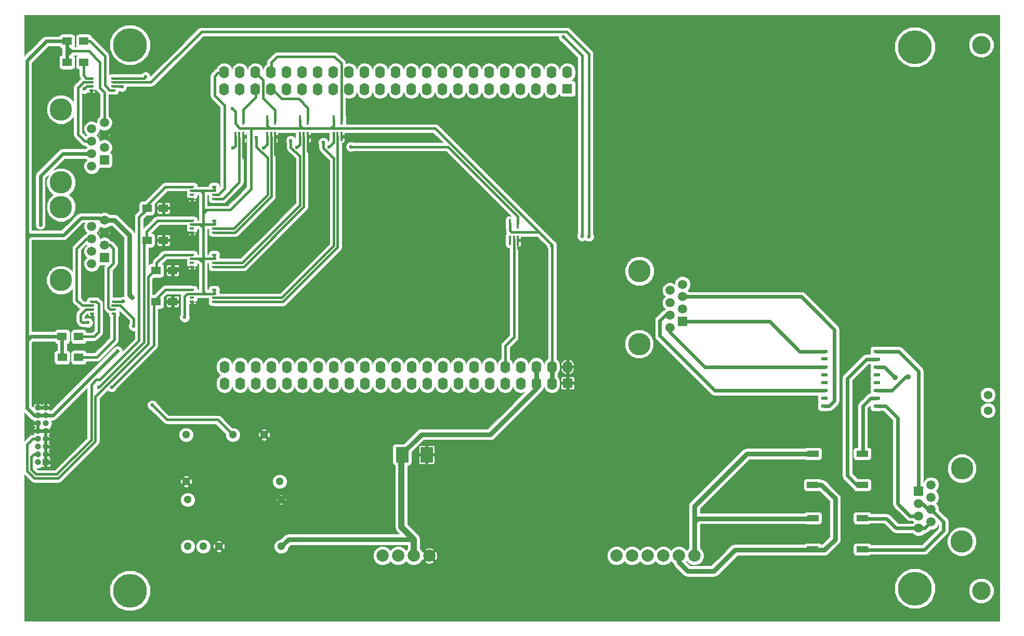
<source format=gbr>
G04 #@! TF.FileFunction,Copper,L1,Top,Signal*
%FSLAX46Y46*%
G04 Gerber Fmt 4.6, Leading zero omitted, Abs format (unit mm)*
G04 Created by KiCad (PCBNEW 4.0.7-e2-6376~58~ubuntu16.04.1) date Fri Dec  1 14:53:18 2017*
%MOMM*%
%LPD*%
G01*
G04 APERTURE LIST*
%ADD10C,0.100000*%
%ADD11R,1.140000X0.620000*%
%ADD12C,5.500000*%
%ADD13C,3.000000*%
%ADD14C,3.650000*%
%ADD15C,1.500000*%
%ADD16R,1.500000X1.500000*%
%ADD17C,2.000000*%
%ADD18C,1.300000*%
%ADD19R,1.000000X1.000000*%
%ADD20O,1.000000X1.000000*%
%ADD21C,1.400000*%
%ADD22R,1.500000X1.300000*%
%ADD23R,0.750000X0.350000*%
%ADD24R,0.400000X1.500000*%
%ADD25R,1.600000X1.600000*%
%ADD26O,1.600000X2.000000*%
%ADD27R,1.900000X1.000000*%
%ADD28R,2.000000X2.500000*%
%ADD29C,0.600000*%
%ADD30C,0.900000*%
%ADD31C,0.400000*%
%ADD32C,0.250000*%
%ADD33C,0.500000*%
%ADD34C,0.800000*%
%ADD35C,0.600000*%
%ADD36C,1.000000*%
%ADD37C,0.050000*%
G04 APERTURE END LIST*
D10*
D11*
X170732240Y-74980840D03*
X170732240Y-76230840D03*
X170732240Y-77505840D03*
X170732240Y-78780840D03*
X170732240Y-80055840D03*
X170732240Y-81330840D03*
X170732240Y-82605840D03*
X170732240Y-83855840D03*
X162207240Y-74955840D03*
X162207240Y-82605840D03*
X162207240Y-81330840D03*
X162207240Y-80055840D03*
X162207240Y-78805840D03*
X162207240Y-77530840D03*
X162207240Y-76205840D03*
X162207240Y-83855840D03*
D12*
X176939100Y-25343000D03*
X49088200Y-25001000D03*
X49088200Y-114001000D03*
D13*
X187758200Y-114001000D03*
X187758200Y-25001000D03*
D12*
X176939100Y-113659000D03*
D14*
X184607240Y-94060840D03*
X184582240Y-105965840D03*
D15*
X179582240Y-96715840D03*
D16*
X177532240Y-97740840D03*
D15*
X179582240Y-98740840D03*
X177532240Y-99765840D03*
X179582240Y-100765840D03*
X177532240Y-101790840D03*
X179582240Y-102790840D03*
X177542240Y-103805840D03*
D17*
X141037240Y-108300840D03*
X138497240Y-108300840D03*
X135957240Y-108300840D03*
X133417240Y-108300840D03*
X130877240Y-108300840D03*
X128337240Y-108300840D03*
X90237240Y-108300840D03*
X92777240Y-108300840D03*
X95317240Y-108300840D03*
X97857240Y-108300840D03*
D18*
X73497240Y-96190840D03*
X70957240Y-88570840D03*
X65877240Y-88570840D03*
X58257240Y-96190840D03*
X58257240Y-88570840D03*
X58517240Y-106780840D03*
X61057240Y-106780840D03*
X63597240Y-106780840D03*
X73757240Y-106780840D03*
X73757240Y-99160840D03*
X58517240Y-99160840D03*
D19*
X35357240Y-93040840D03*
D20*
X34087240Y-93040840D03*
X35357240Y-91770840D03*
X34087240Y-91770840D03*
X35357240Y-90500840D03*
X34087240Y-90500840D03*
X35357240Y-89230840D03*
X34087240Y-89230840D03*
X35357240Y-87960840D03*
X34087240Y-87960840D03*
X35357240Y-86690840D03*
X34087240Y-86690840D03*
X35357240Y-85420840D03*
X34087240Y-85420840D03*
X35357240Y-84150840D03*
X34087240Y-84150840D03*
D21*
X188857240Y-82060840D03*
X188857240Y-84600840D03*
D14*
X132047240Y-73770840D03*
X132072240Y-61865840D03*
D15*
X137072240Y-71115840D03*
D16*
X139122240Y-70090840D03*
D15*
X137072240Y-69090840D03*
X139122240Y-68065840D03*
X137072240Y-67065840D03*
X139122240Y-66040840D03*
X137072240Y-65040840D03*
X139112240Y-64025840D03*
D22*
X38047240Y-72540840D03*
X40747240Y-72540840D03*
X38050000Y-75950000D03*
X40750000Y-75950000D03*
X38847240Y-27790840D03*
X41547240Y-27790840D03*
X38847240Y-24390840D03*
X41547240Y-24390840D03*
D23*
X59197240Y-55565840D03*
X59197240Y-54915840D03*
X59197240Y-54265840D03*
X59197240Y-53615840D03*
X62797240Y-55565840D03*
X62797240Y-54915840D03*
X62797240Y-53615840D03*
X62797240Y-54265840D03*
X59197240Y-50065840D03*
X59197240Y-49415840D03*
X59197240Y-48765840D03*
X59197240Y-48115840D03*
X62797240Y-50065840D03*
X62797240Y-49415840D03*
X62797240Y-48115840D03*
X62797240Y-48765840D03*
X59197240Y-66865840D03*
X59197240Y-66215840D03*
X59197240Y-65565840D03*
X59197240Y-64915840D03*
X62797240Y-66865840D03*
X62797240Y-66215840D03*
X62797240Y-64915840D03*
X62797240Y-65565840D03*
X59197240Y-61165840D03*
X59197240Y-60515840D03*
X59197240Y-59865840D03*
X59197240Y-59215840D03*
X62797240Y-61165840D03*
X62797240Y-60515840D03*
X62797240Y-59215840D03*
X62797240Y-59865840D03*
D24*
X111000000Y-56830000D03*
X111650000Y-56830000D03*
X112300000Y-56830000D03*
X112300000Y-54170000D03*
X111000000Y-54170000D03*
X66250000Y-39930000D03*
X66900000Y-39930000D03*
X67550000Y-39930000D03*
X67550000Y-37270000D03*
X66250000Y-37270000D03*
X71447240Y-39920840D03*
X72097240Y-39920840D03*
X72747240Y-39920840D03*
X72747240Y-37260840D03*
X71447240Y-37260840D03*
X76747240Y-39920840D03*
X77397240Y-39920840D03*
X78047240Y-39920840D03*
X78047240Y-37260840D03*
X76747240Y-37260840D03*
X82247240Y-39920840D03*
X82897240Y-39920840D03*
X83547240Y-39920840D03*
X83547240Y-37260840D03*
X82247240Y-37260840D03*
D23*
X42900000Y-68775000D03*
X42900000Y-68125000D03*
X42900000Y-67475000D03*
X42900000Y-66825000D03*
X46500000Y-68775000D03*
X46500000Y-68125000D03*
X46500000Y-66825000D03*
X46500000Y-67475000D03*
X42797240Y-32365840D03*
X42797240Y-31715840D03*
X42797240Y-31065840D03*
X42797240Y-30415840D03*
X46397240Y-32365840D03*
X46397240Y-31715840D03*
X46397240Y-30415840D03*
X46397240Y-31065840D03*
D22*
X51850000Y-56850000D03*
X54550000Y-56850000D03*
X51850000Y-51600000D03*
X54550000Y-51600000D03*
X53350000Y-66850000D03*
X56050000Y-66850000D03*
X53350000Y-61750000D03*
X56050000Y-61750000D03*
D25*
X120370000Y-80135000D03*
D26*
X120370000Y-77495000D03*
X117830000Y-80235000D03*
X117830000Y-77495000D03*
X115290000Y-80235000D03*
X115290000Y-77495000D03*
X112750000Y-80235000D03*
X112750000Y-77495000D03*
X110210000Y-80235000D03*
X110210000Y-77495000D03*
X107670000Y-80235000D03*
X107670000Y-77495000D03*
X105130000Y-80235000D03*
X105130000Y-77495000D03*
X102590000Y-80235000D03*
X102590000Y-77495000D03*
X100050000Y-80235000D03*
X100050000Y-77495000D03*
X97510000Y-80235000D03*
X97510000Y-77495000D03*
X94970000Y-80235000D03*
X94970000Y-77495000D03*
X92430000Y-80235000D03*
X92430000Y-77495000D03*
X89890000Y-80235000D03*
X89890000Y-77495000D03*
X87350000Y-80235000D03*
X87350000Y-77495000D03*
X84810000Y-80235000D03*
X84810000Y-77495000D03*
X82270000Y-80235000D03*
X82270000Y-77495000D03*
X79730000Y-80235000D03*
X79730000Y-77495000D03*
X77190000Y-80235000D03*
X77190000Y-77495000D03*
X74650000Y-80235000D03*
X74650000Y-77495000D03*
X72110000Y-80235000D03*
X72110000Y-77495000D03*
X69570000Y-80235000D03*
X69570000Y-77495000D03*
X67030000Y-80235000D03*
X67030000Y-77495000D03*
X64490000Y-80235000D03*
X64490000Y-77495000D03*
D25*
X120340000Y-32115000D03*
D26*
X120340000Y-29475000D03*
X117800000Y-32215000D03*
X117800000Y-29475000D03*
X115260000Y-32215000D03*
X115260000Y-29475000D03*
X112720000Y-32215000D03*
X112720000Y-29475000D03*
X110180000Y-32215000D03*
X110180000Y-29475000D03*
X107640000Y-32215000D03*
X107640000Y-29475000D03*
X105100000Y-32215000D03*
X105100000Y-29475000D03*
X102560000Y-32215000D03*
X102560000Y-29475000D03*
X100020000Y-32215000D03*
X100020000Y-29475000D03*
X97480000Y-32215000D03*
X97480000Y-29475000D03*
X94940000Y-32215000D03*
X94940000Y-29475000D03*
X92400000Y-32215000D03*
X92400000Y-29475000D03*
X89860000Y-32215000D03*
X89860000Y-29475000D03*
X87320000Y-32215000D03*
X87320000Y-29475000D03*
X84780000Y-32215000D03*
X84780000Y-29475000D03*
X82240000Y-32215000D03*
X82240000Y-29475000D03*
X79700000Y-32215000D03*
X79700000Y-29475000D03*
X77160000Y-32215000D03*
X77160000Y-29475000D03*
X74620000Y-32215000D03*
X74620000Y-29475000D03*
X72080000Y-32215000D03*
X72080000Y-29475000D03*
X69540000Y-32215000D03*
X69540000Y-29475000D03*
X67000000Y-32215000D03*
X67000000Y-29475000D03*
X64460000Y-32215000D03*
X64460000Y-29475000D03*
D14*
X37847240Y-47430000D03*
X37872240Y-35525000D03*
D15*
X42872240Y-44775000D03*
D16*
X44922240Y-43750000D03*
D15*
X42872240Y-42750000D03*
X44922240Y-41725000D03*
X42872240Y-40725000D03*
X44922240Y-39700000D03*
X42872240Y-38700000D03*
X44912240Y-37685000D03*
D14*
X37847240Y-63340840D03*
X37872240Y-51435840D03*
D15*
X42872240Y-60685840D03*
D16*
X44922240Y-59660840D03*
D15*
X42872240Y-58660840D03*
X44922240Y-57635840D03*
X42872240Y-56635840D03*
X44922240Y-55610840D03*
X42872240Y-54610840D03*
X44912240Y-53595840D03*
D27*
X160300000Y-96750000D03*
X168375000Y-96750000D03*
X160325000Y-91650000D03*
X168375000Y-91650000D03*
X160300000Y-107250000D03*
X168375000Y-107250000D03*
X160325000Y-102150000D03*
X168375000Y-102150000D03*
D28*
X93420000Y-91810000D03*
X97420000Y-91810000D03*
D29*
X67697240Y-43390840D03*
X56450000Y-63500000D03*
X116800000Y-74950000D03*
X73197240Y-43290840D03*
X91100000Y-35200000D03*
X80150000Y-68250000D03*
X38150000Y-69000000D03*
X43200000Y-33100000D03*
X56400000Y-56150000D03*
X56600000Y-51450000D03*
X78697240Y-42990840D03*
X46100000Y-80800000D03*
X44000000Y-80800000D03*
X69697240Y-40090840D03*
X80597240Y-40890840D03*
X75297240Y-40590840D03*
X49400000Y-66200000D03*
X47050000Y-74900000D03*
X85097240Y-41590840D03*
X81497240Y-41590840D03*
X76297240Y-41690840D03*
X70897240Y-41790840D03*
X65897240Y-41790840D03*
X52747240Y-83740840D03*
X47797240Y-31790840D03*
X49697240Y-70840840D03*
X123847240Y-56240840D03*
X42247240Y-70290840D03*
X122747240Y-56190840D03*
X119697240Y-23690840D03*
X41647240Y-32140840D03*
X34497240Y-54290840D03*
D30*
X173697240Y-79250840D03*
X175827240Y-79150840D03*
D29*
X51600000Y-30200000D03*
X65800000Y-35400000D03*
X48000000Y-66800000D03*
X58000000Y-69400000D03*
X117797240Y-57690840D03*
D31*
X67547240Y-39920840D02*
X67547240Y-43240840D01*
X67547240Y-43240840D02*
X67697240Y-43390840D01*
D32*
X112300000Y-56730000D02*
X112300000Y-58250000D01*
X116800000Y-62750000D02*
X116800000Y-74950000D01*
X112300000Y-58250000D02*
X116800000Y-62750000D01*
D33*
X56150000Y-61400000D02*
X56150000Y-63200000D01*
X56150000Y-63200000D02*
X56450000Y-63500000D01*
D32*
X56150000Y-63200000D02*
X56450000Y-63500000D01*
X56150000Y-63200000D02*
X56450000Y-63500000D01*
X56200000Y-66500000D02*
X56200000Y-70700000D01*
X56450000Y-70950000D02*
X61700000Y-70950000D01*
X56200000Y-70700000D02*
X56450000Y-70950000D01*
X59197240Y-61165840D02*
X57884160Y-61165840D01*
X57650000Y-61400000D02*
X56150000Y-61400000D01*
X57884160Y-61165840D02*
X57650000Y-61400000D01*
X72747240Y-39920840D02*
X73570840Y-39920840D01*
D31*
X72747240Y-42840840D02*
X73197240Y-43290840D01*
X72747240Y-39920840D02*
X72747240Y-42840840D01*
D32*
X73197240Y-40294440D02*
X73197240Y-43290840D01*
X73570840Y-39920840D02*
X73197240Y-40294440D01*
X83547240Y-39920840D02*
X84220840Y-39920840D01*
X83950000Y-64450000D02*
X80150000Y-68250000D01*
X83950000Y-41400000D02*
X83950000Y-64450000D01*
X84350000Y-41000000D02*
X83950000Y-41400000D01*
X84350000Y-40050000D02*
X84350000Y-41000000D01*
X84220840Y-39920840D02*
X84350000Y-40050000D01*
X61700000Y-70950000D02*
X77450000Y-70950000D01*
X77450000Y-70950000D02*
X80150000Y-68250000D01*
X42900000Y-68775000D02*
X42900000Y-69350000D01*
X40250000Y-71100000D02*
X38150000Y-69000000D01*
X41450000Y-71100000D02*
X40250000Y-71100000D01*
X41700000Y-71350000D02*
X41450000Y-71100000D01*
X42800000Y-71350000D02*
X41700000Y-71350000D01*
X43150000Y-71000000D02*
X42800000Y-71350000D01*
X43150000Y-69600000D02*
X43150000Y-71000000D01*
X42900000Y-69350000D02*
X43150000Y-69600000D01*
X42797240Y-32365840D02*
X42797240Y-32697240D01*
X42797240Y-32697240D02*
X43200000Y-33100000D01*
D31*
X59197240Y-66865840D02*
X59197240Y-68347240D01*
X66936400Y-84550000D02*
X70957240Y-88570840D01*
X65500000Y-84550000D02*
X66936400Y-84550000D01*
X61700000Y-80750000D02*
X65500000Y-84550000D01*
X61700000Y-70850000D02*
X61700000Y-70950000D01*
X61700000Y-70950000D02*
X61700000Y-80750000D01*
X59197240Y-68347240D02*
X61700000Y-70850000D01*
X59197240Y-50065840D02*
X57984160Y-50065840D01*
X56984160Y-55565840D02*
X59197240Y-55565840D01*
X56400000Y-56150000D02*
X56984160Y-55565840D01*
X57984160Y-50065840D02*
X56600000Y-51450000D01*
X78047240Y-39920840D02*
X78047240Y-42340840D01*
X78047240Y-42340840D02*
X78697240Y-42990840D01*
X58257240Y-96190840D02*
X58177240Y-96190840D01*
X58257240Y-96190840D02*
X58257240Y-96200840D01*
X58257240Y-96190840D02*
X58257240Y-96210840D01*
X58257240Y-96190840D02*
X58267240Y-96190840D01*
X63597240Y-106780840D02*
X63567240Y-106780840D01*
X63597240Y-106780840D02*
X63597240Y-106830840D01*
X63597240Y-106780840D02*
X63657240Y-106780840D01*
X73757240Y-99160840D02*
X73727240Y-99160840D01*
X73757240Y-99160840D02*
X73557240Y-99160840D01*
X73757240Y-99160840D02*
X73757240Y-99220840D01*
X73757240Y-99160840D02*
X73817240Y-99160840D01*
X62797240Y-50065840D02*
X64222240Y-50065840D01*
X64222240Y-50065840D02*
X66897240Y-47390840D01*
X66897240Y-47390840D02*
X66897240Y-40220840D01*
X53450000Y-66450000D02*
X52950000Y-66950000D01*
X52950000Y-66950000D02*
X52950000Y-73950000D01*
X52950000Y-73950000D02*
X46100000Y-80800000D01*
X59197240Y-64915840D02*
X54822240Y-64915840D01*
X54822240Y-64915840D02*
X53247240Y-66490840D01*
X51850000Y-51600000D02*
X51850000Y-51750000D01*
X51850000Y-51750000D02*
X50550000Y-53050000D01*
X33429160Y-91770840D02*
X34087240Y-91770840D01*
X33000000Y-92200000D02*
X33429160Y-91770840D01*
X33000000Y-94200000D02*
X33000000Y-92200000D01*
X33800000Y-95000000D02*
X33000000Y-94200000D01*
X37200000Y-95000000D02*
X33800000Y-95000000D01*
X42800000Y-89400000D02*
X37200000Y-95000000D01*
X42800000Y-80400000D02*
X42800000Y-89400000D01*
X43600000Y-79600000D02*
X42800000Y-80400000D01*
X44200000Y-79600000D02*
X43600000Y-79600000D01*
X50550000Y-73250000D02*
X44200000Y-79600000D01*
X50550000Y-53050000D02*
X50550000Y-73250000D01*
X59197240Y-48115840D02*
X54884160Y-48115840D01*
X54884160Y-48115840D02*
X51850000Y-51150000D01*
X51850000Y-51150000D02*
X51850000Y-51600000D01*
X51850000Y-51600000D02*
X51850000Y-51138080D01*
X51400000Y-62150000D02*
X51400000Y-57300000D01*
X51400000Y-57000000D02*
X51850000Y-56550000D01*
X44039550Y-80800000D02*
X44000000Y-80800000D01*
X51400000Y-73439550D02*
X44039550Y-80800000D01*
X51400000Y-62150000D02*
X51400000Y-73439550D01*
X59197240Y-53615840D02*
X53584160Y-53615840D01*
X51800000Y-55400000D02*
X51800000Y-57100000D01*
X53584160Y-53615840D02*
X51800000Y-55400000D01*
X62797240Y-54915840D02*
X66023710Y-54915840D01*
X71497238Y-43390838D02*
X69697240Y-41590840D01*
X71497238Y-49442312D02*
X71497238Y-43390838D01*
X66023710Y-54915840D02*
X71497238Y-49442312D01*
X69697240Y-41590840D02*
X69697240Y-40090840D01*
X62797240Y-55565840D02*
X66222240Y-55565840D01*
X72097240Y-49690840D02*
X72097240Y-40020840D01*
X66222240Y-55565840D02*
X72097240Y-49690840D01*
X62797240Y-66215840D02*
X73823710Y-66215840D01*
X82297238Y-43490838D02*
X80597240Y-41790840D01*
X82297238Y-57742312D02*
X82297238Y-43490838D01*
X73823710Y-66215840D02*
X82297238Y-57742312D01*
X80597240Y-41790840D02*
X80597240Y-40890840D01*
X62797240Y-66865840D02*
X74022240Y-66865840D01*
X82897240Y-57990840D02*
X82897240Y-39920840D01*
X74022240Y-66865840D02*
X82897240Y-57990840D01*
X62797240Y-49415840D02*
X63472240Y-49415840D01*
X63447240Y-29540840D02*
X64507240Y-29540840D01*
X62897240Y-30090840D02*
X63447240Y-29540840D01*
X62897240Y-33240840D02*
X62897240Y-30090840D01*
X64497240Y-34840840D02*
X62897240Y-33240840D01*
X64497240Y-48390840D02*
X64497240Y-34840840D01*
X63472240Y-49415840D02*
X64497240Y-48390840D01*
X62797240Y-61165840D02*
X67622240Y-61165840D01*
X77397240Y-51390840D02*
X77397240Y-39920840D01*
X67622240Y-61165840D02*
X77397240Y-51390840D01*
X66847240Y-32280840D02*
X67047240Y-32080840D01*
X62797240Y-60515840D02*
X67423710Y-60515840D01*
X76797238Y-43190838D02*
X75297240Y-41690840D01*
X76797238Y-51142312D02*
X76797238Y-43190838D01*
X67423710Y-60515840D02*
X76797238Y-51142312D01*
X75297240Y-41690840D02*
X75297240Y-40590840D01*
X53450000Y-61400000D02*
X53450000Y-61400000D01*
X53450000Y-61400000D02*
X52050000Y-62800000D01*
X33269160Y-89230840D02*
X34087240Y-89230840D01*
X32350000Y-90150000D02*
X33269160Y-89230840D01*
X32350000Y-94450000D02*
X32350000Y-90150000D01*
X33550000Y-95650000D02*
X32350000Y-94450000D01*
X37450000Y-95650000D02*
X33550000Y-95650000D01*
X43450000Y-89650000D02*
X37450000Y-95650000D01*
X43450000Y-82350000D02*
X43450000Y-89650000D01*
X52050000Y-73750000D02*
X43450000Y-82350000D01*
X52050000Y-62800000D02*
X52050000Y-73750000D01*
X53450000Y-61400000D02*
X53200000Y-61400000D01*
X59197240Y-59215840D02*
X54784160Y-59215840D01*
X53450000Y-60550000D02*
X53450000Y-61400000D01*
X54784160Y-59215840D02*
X53450000Y-60550000D01*
X111650000Y-56730000D02*
X111650000Y-72650000D01*
X111650000Y-72650000D02*
X110257240Y-74042760D01*
X110257240Y-74042760D02*
X110257240Y-77560840D01*
X110257240Y-76580840D02*
X110257240Y-77560840D01*
X110197240Y-77500840D02*
X110257240Y-77560840D01*
X78047240Y-37260840D02*
X78047240Y-35240840D01*
X73837240Y-33790840D02*
X72127240Y-32080840D01*
X76597240Y-33790840D02*
X73837240Y-33790840D01*
X78047240Y-35240840D02*
X76597240Y-33790840D01*
X83547240Y-37260840D02*
X83547240Y-33440840D01*
X72127240Y-27860840D02*
X72127240Y-29540840D01*
X73097240Y-26890840D02*
X72127240Y-27860840D01*
X82397240Y-26890840D02*
X73097240Y-26890840D01*
X83547240Y-28040840D02*
X82397240Y-26890840D01*
X83547240Y-33440840D02*
X83547240Y-28040840D01*
X83547240Y-33440840D02*
X83547240Y-33440840D01*
X69587240Y-33500840D02*
X69587240Y-32080840D01*
X67547240Y-35540840D02*
X69587240Y-33500840D01*
X67547240Y-37560840D02*
X67547240Y-35540840D01*
X72747240Y-37360840D02*
X72747240Y-35640840D01*
X70797240Y-30750840D02*
X69587240Y-29540840D01*
X70797240Y-33690840D02*
X70797240Y-30750840D01*
X72747240Y-35640840D02*
X70797240Y-33690840D01*
D33*
X39490840Y-25990840D02*
X39490840Y-26059160D01*
X39490840Y-26059160D02*
X38847240Y-26702760D01*
X38847240Y-24390840D02*
X38847240Y-25347240D01*
X38847240Y-25347240D02*
X39490840Y-25990840D01*
D34*
X46595840Y-53595840D02*
X44912240Y-53595840D01*
X49000000Y-56000000D02*
X46595840Y-53595840D01*
X49000000Y-65800000D02*
X49000000Y-56000000D01*
X49400000Y-66200000D02*
X49000000Y-65800000D01*
X115337240Y-80100840D02*
X115337240Y-80962760D01*
X115337240Y-80962760D02*
X107800000Y-88500000D01*
X96558080Y-88500000D02*
X93317240Y-91740840D01*
X107800000Y-88500000D02*
X96558080Y-88500000D01*
X115337240Y-77560840D02*
X115337240Y-80100840D01*
X95317240Y-105640840D02*
X74897240Y-105640840D01*
X74897240Y-105640840D02*
X73757240Y-106780840D01*
D35*
X38047240Y-72540840D02*
X32959160Y-72540840D01*
X32959160Y-72540840D02*
X32297240Y-73202760D01*
X38047240Y-75390840D02*
X38047240Y-72540840D01*
X38847240Y-24390840D02*
X38847240Y-26702760D01*
X38847240Y-26702760D02*
X38847240Y-27790840D01*
X34087240Y-85420840D02*
X33527240Y-85420840D01*
X33527240Y-85420840D02*
X32297240Y-84190840D01*
X32297240Y-84190840D02*
X32297240Y-73202760D01*
X35357240Y-85420840D02*
X34087240Y-85420840D01*
X47050000Y-74900000D02*
X36529160Y-85420840D01*
X36529160Y-85420840D02*
X35357240Y-85420840D01*
X34097240Y-55990840D02*
X32897240Y-55990840D01*
D31*
X32897240Y-55990840D02*
X32297240Y-56590840D01*
X32897240Y-55990840D02*
X32797240Y-55990840D01*
X32797240Y-55990840D02*
X32297240Y-55490840D01*
X44912240Y-53595840D02*
X44502240Y-53595840D01*
D35*
X44502240Y-53595840D02*
X44097240Y-53190840D01*
X38297240Y-55990840D02*
X34097240Y-55990840D01*
X32897240Y-55990840D02*
X32297240Y-55990840D01*
X41097240Y-53190840D02*
X38297240Y-55990840D01*
X44097240Y-53190840D02*
X41097240Y-53190840D01*
X32297240Y-72490840D02*
X32297240Y-56590840D01*
X32297240Y-73202760D02*
X32297240Y-72490840D01*
X35497240Y-24390840D02*
X38847240Y-24390840D01*
X32297240Y-55490840D02*
X32297240Y-27590840D01*
X32297240Y-27590840D02*
X35497240Y-24390840D01*
X32297240Y-56590840D02*
X32297240Y-55990840D01*
X32297240Y-55990840D02*
X32297240Y-55490840D01*
D31*
X44912240Y-37655840D02*
X44912240Y-32705840D01*
X44912240Y-32705840D02*
X44197240Y-31990840D01*
X44197240Y-31990840D02*
X44197240Y-27790840D01*
X44197240Y-27790840D02*
X42397240Y-25990840D01*
X42397240Y-25990840D02*
X39490840Y-25990840D01*
X39490840Y-25990840D02*
X38847240Y-25990840D01*
X38847240Y-24390840D02*
X38847240Y-25990840D01*
X38847240Y-25990840D02*
X38847240Y-27790840D01*
D36*
X93317240Y-91740840D02*
X93317240Y-103640840D01*
X95317240Y-105640840D02*
X95317240Y-108300840D01*
X93317240Y-103640840D02*
X95317240Y-105640840D01*
D31*
X112300000Y-54070000D02*
X112300000Y-53000000D01*
X112000000Y-52700000D02*
X112000000Y-52693600D01*
X112300000Y-53000000D02*
X112000000Y-52700000D01*
X100897240Y-41590840D02*
X85097240Y-41590840D01*
X112000000Y-52693600D02*
X100897240Y-41590840D01*
X66247240Y-39920840D02*
X66247240Y-41440840D01*
X66247240Y-41440840D02*
X65897240Y-41790840D01*
X81497240Y-41590840D02*
X82247240Y-40840840D01*
X76297240Y-41690840D02*
X76747240Y-41240840D01*
X70897240Y-41790840D02*
X71447240Y-41240840D01*
X82247240Y-40840840D02*
X82247240Y-39920840D01*
X76747240Y-41240840D02*
X76747240Y-39920840D01*
X71447240Y-41240840D02*
X71447240Y-39920840D01*
X82247240Y-39440840D02*
X82247240Y-39920840D01*
X42350000Y-67465840D02*
X42890840Y-67465840D01*
X42890840Y-67465840D02*
X42900000Y-67475000D01*
X42597240Y-67465840D02*
X42350000Y-67465840D01*
X42350000Y-67465840D02*
X41272240Y-67465840D01*
X41952240Y-56635840D02*
X42872240Y-56635840D01*
X40397240Y-58190840D02*
X41952240Y-56635840D01*
X40397240Y-66590840D02*
X40397240Y-58190840D01*
X41272240Y-67465840D02*
X40397240Y-66590840D01*
X46197240Y-68115840D02*
X45872240Y-68115840D01*
X45842240Y-57635840D02*
X44922240Y-57635840D01*
X46397240Y-58190840D02*
X45842240Y-57635840D01*
X46397240Y-60590840D02*
X46397240Y-58190840D01*
X45547240Y-61440840D02*
X46397240Y-60590840D01*
X45547240Y-67790840D02*
X45547240Y-61440840D01*
X45872240Y-68115840D02*
X45547240Y-67790840D01*
X55097240Y-86090840D02*
X52747240Y-83740840D01*
X63397240Y-86090840D02*
X65877240Y-88570840D01*
X56897240Y-86090840D02*
X63397240Y-86090840D01*
X56897240Y-86090840D02*
X55097240Y-86090840D01*
X42797240Y-31065840D02*
X41522240Y-31065840D01*
X41702240Y-40695840D02*
X42872240Y-40695840D01*
X40597240Y-39590840D02*
X41702240Y-40695840D01*
X40597240Y-31990840D02*
X40597240Y-39590840D01*
X41522240Y-31065840D02*
X40597240Y-31990840D01*
X46397240Y-31715840D02*
X47722240Y-31715840D01*
X47722240Y-31715840D02*
X47797240Y-31790840D01*
X42900000Y-66825000D02*
X43625000Y-66825000D01*
X43259160Y-72540840D02*
X40747240Y-72540840D01*
X44000000Y-71800000D02*
X43259160Y-72540840D01*
X44000000Y-67200000D02*
X44000000Y-71800000D01*
X43625000Y-66825000D02*
X44000000Y-67200000D01*
X46547240Y-68815840D02*
X46547240Y-73040840D01*
X43697240Y-75890840D02*
X40497240Y-75890840D01*
X46547240Y-73040840D02*
X43697240Y-75890840D01*
X41547240Y-27790840D02*
X41547240Y-29940840D01*
X42022240Y-30415840D02*
X42797240Y-30415840D01*
X41547240Y-29940840D02*
X42022240Y-30415840D01*
X41547240Y-24390840D02*
X42597240Y-24390840D01*
X45772240Y-32365840D02*
X46397240Y-32365840D01*
X44997240Y-31590840D02*
X45772240Y-32365840D01*
X44997240Y-26790840D02*
X44997240Y-31590840D01*
X42597240Y-24390840D02*
X44997240Y-26790840D01*
X46197240Y-67465840D02*
X47522240Y-67465840D01*
X49697240Y-69640840D02*
X49697240Y-70840840D01*
X47522240Y-67465840D02*
X49697240Y-69640840D01*
X46397240Y-31065840D02*
X52522240Y-31065840D01*
X123847240Y-26440840D02*
X123847240Y-56240840D01*
X120247240Y-22840840D02*
X123847240Y-26440840D01*
X60747240Y-22840840D02*
X120247240Y-22840840D01*
X52522240Y-31065840D02*
X60747240Y-22840840D01*
X42300000Y-68115840D02*
X42890840Y-68115840D01*
X42890840Y-68115840D02*
X42900000Y-68125000D01*
X42247240Y-70290840D02*
X41340840Y-70290840D01*
X41047240Y-69997240D02*
X41047240Y-69090840D01*
X41340840Y-70290840D02*
X41047240Y-69997240D01*
X42597240Y-68115840D02*
X42300000Y-68115840D01*
X42300000Y-68115840D02*
X41872240Y-68115840D01*
X41047240Y-68940840D02*
X41047240Y-69090840D01*
X41872240Y-68115840D02*
X41047240Y-68940840D01*
X42797240Y-31715840D02*
X42072240Y-31715840D01*
X122747240Y-26740840D02*
X122747240Y-56190840D01*
X119697240Y-23690840D02*
X122747240Y-26740840D01*
X42072240Y-31715840D02*
X41647240Y-32140840D01*
D34*
X160367240Y-96750840D02*
X161717240Y-96750840D01*
X162247240Y-107310840D02*
X160317240Y-107310840D01*
X163947240Y-105610840D02*
X162247240Y-107310840D01*
X163947240Y-98980840D02*
X163947240Y-105610840D01*
X161717240Y-96750840D02*
X163947240Y-98980840D01*
X160317240Y-107310840D02*
X147687240Y-107310840D01*
X138497240Y-109390840D02*
X138497240Y-108300840D01*
X139937240Y-110830840D02*
X138497240Y-109390840D01*
X144167240Y-110830840D02*
X139937240Y-110830840D01*
X147687240Y-107310840D02*
X144167240Y-110830840D01*
D35*
X170732240Y-76230840D02*
X169087240Y-76230840D01*
X167467240Y-96750840D02*
X168442240Y-96750840D01*
X165927240Y-95210840D02*
X167467240Y-96750840D01*
X165927240Y-79390840D02*
X165927240Y-95210840D01*
X169087240Y-76230840D02*
X165927240Y-79390840D01*
D34*
X160342240Y-102210840D02*
X141587240Y-102210840D01*
X141587240Y-102210840D02*
X141037240Y-102760840D01*
X141037240Y-108300840D02*
X141037240Y-102760840D01*
X141037240Y-102760840D02*
X141037240Y-100190840D01*
X149577240Y-91650840D02*
X160392240Y-91650840D01*
X141037240Y-100190840D02*
X149577240Y-91650840D01*
D35*
X168442240Y-91650840D02*
X168442240Y-83915840D01*
X169752240Y-82605840D02*
X170732240Y-82605840D01*
X168442240Y-83915840D02*
X169752240Y-82605840D01*
X179582240Y-100765840D02*
X179142240Y-100765840D01*
X179142240Y-100765840D02*
X178142240Y-99765840D01*
X178142240Y-99765840D02*
X177532240Y-99765840D01*
X168392240Y-107310840D02*
X178477240Y-107310840D01*
X181587240Y-102770840D02*
X179582240Y-100765840D01*
X181587240Y-104200840D02*
X181587240Y-102770840D01*
X178477240Y-107310840D02*
X181587240Y-104200840D01*
X177542240Y-103805840D02*
X178567240Y-103805840D01*
X178567240Y-103805840D02*
X179582240Y-102790840D01*
X168392240Y-102210840D02*
X172317240Y-102210840D01*
X173912240Y-103805840D02*
X177542240Y-103805840D01*
X172317240Y-102210840D02*
X173912240Y-103805840D01*
X34497240Y-46390840D02*
X34497240Y-54290840D01*
X42872240Y-42720840D02*
X38167240Y-42720840D01*
X38167240Y-42720840D02*
X34497240Y-46390840D01*
X162207240Y-74955840D02*
X158162240Y-74955840D01*
X153297240Y-70090840D02*
X139122240Y-70090840D01*
X158162240Y-74955840D02*
X153297240Y-70090840D01*
X137072240Y-71115840D02*
X137072240Y-71865840D01*
X137072240Y-71865840D02*
X142737240Y-77530840D01*
X142737240Y-77530840D02*
X162207240Y-77530840D01*
X137072240Y-69090840D02*
X136297240Y-69090840D01*
X144337240Y-81330840D02*
X162207240Y-81330840D01*
X135397240Y-72390840D02*
X144337240Y-81330840D01*
X135397240Y-69990840D02*
X135397240Y-72390840D01*
X136297240Y-69090840D02*
X135397240Y-69990840D01*
X139122240Y-66040840D02*
X158447240Y-66040840D01*
X163002240Y-83855840D02*
X163817240Y-83040840D01*
X163817240Y-83040840D02*
X163817240Y-71410840D01*
X163817240Y-71410840D02*
X162387240Y-69980840D01*
X163002240Y-83855840D02*
X162207240Y-83855840D01*
X158447240Y-66040840D02*
X162387240Y-69980840D01*
X177532240Y-97740840D02*
X177532240Y-78175840D01*
X174337240Y-74980840D02*
X170732240Y-74980840D01*
X177532240Y-78175840D02*
X174337240Y-74980840D01*
X171952240Y-77505840D02*
X170732240Y-77505840D01*
X173697240Y-79250840D02*
X171952240Y-77505840D01*
X175827240Y-79150840D02*
X175827240Y-79130840D01*
X175827240Y-79130840D02*
X175827240Y-79150840D01*
X175827240Y-79150840D02*
X175827240Y-79130840D01*
X175827240Y-79130840D02*
X175377240Y-79130840D01*
X173177240Y-81330840D02*
X170732240Y-81330840D01*
X175377240Y-79130840D02*
X173177240Y-81330840D01*
X177532240Y-101790840D02*
X176137240Y-101790840D01*
X172162240Y-83855840D02*
X170732240Y-83855840D01*
X174117240Y-85810840D02*
X172162240Y-83855840D01*
X174117240Y-99770840D02*
X174117240Y-85810840D01*
X176137240Y-101790840D02*
X174117240Y-99770840D01*
D31*
X111000000Y-54170000D02*
X111000000Y-55300000D01*
X116250000Y-56050000D02*
X116250000Y-56043600D01*
X115750000Y-55550000D02*
X116250000Y-56050000D01*
X111250000Y-55550000D02*
X115750000Y-55550000D01*
X111000000Y-55300000D02*
X111250000Y-55550000D01*
X66247240Y-37260840D02*
X66247240Y-35847240D01*
X51384160Y-30415840D02*
X46397240Y-30415840D01*
X51600000Y-30200000D02*
X51384160Y-30415840D01*
X66247240Y-35847240D02*
X65800000Y-35400000D01*
X59197240Y-65565840D02*
X58434160Y-65565840D01*
X47975000Y-66825000D02*
X46500000Y-66825000D01*
X48000000Y-66800000D02*
X47975000Y-66825000D01*
X58000000Y-66000000D02*
X58000000Y-69400000D01*
X58434160Y-65565840D02*
X58000000Y-66000000D01*
X111000000Y-54070000D02*
X111000000Y-54800000D01*
X117847240Y-57640840D02*
X117877240Y-57670840D01*
X117797240Y-57690840D02*
X117847240Y-57640840D01*
X60997240Y-52390840D02*
X61097240Y-52390840D01*
X61097240Y-52390840D02*
X61597240Y-51890840D01*
X68797240Y-38590840D02*
X68797240Y-48490840D01*
X68797240Y-48490840D02*
X65397240Y-51890840D01*
X65397240Y-51890840D02*
X61597240Y-51890840D01*
X61597240Y-51890840D02*
X60997240Y-51890840D01*
D34*
X117877240Y-80100840D02*
X117877240Y-77560840D01*
D31*
X81797240Y-38590840D02*
X98797240Y-38590840D01*
X98797240Y-38590840D02*
X116000000Y-55793600D01*
X116000000Y-55793600D02*
X116250000Y-56043600D01*
X116250000Y-56043600D02*
X117877240Y-57670840D01*
X117877240Y-57670840D02*
X117877240Y-68310840D01*
X117877240Y-68310840D02*
X117877240Y-69270840D01*
X117877240Y-69270840D02*
X117877240Y-77560840D01*
X71447240Y-37260840D02*
X71447240Y-38140840D01*
X71447240Y-38140840D02*
X71897240Y-38590840D01*
X76747240Y-37260840D02*
X76747240Y-38140840D01*
X76747240Y-38140840D02*
X77197240Y-38590840D01*
X66247240Y-37260840D02*
X66247240Y-37840840D01*
X66247240Y-37840840D02*
X66997240Y-38590840D01*
X66997240Y-38590840D02*
X68797240Y-38590840D01*
X68797240Y-38590840D02*
X71897240Y-38590840D01*
X71897240Y-38590840D02*
X77197240Y-38590840D01*
X77197240Y-38590840D02*
X81797240Y-38590840D01*
X81797240Y-38590840D02*
X82247240Y-38140840D01*
X82247240Y-38140840D02*
X82247240Y-37260840D01*
X60997240Y-49290840D02*
X60997240Y-48765840D01*
X60997240Y-48765840D02*
X60997240Y-48790840D01*
X60997240Y-48790840D02*
X60997240Y-48765840D01*
X60497240Y-54265840D02*
X60497240Y-54290840D01*
X60497240Y-54290840D02*
X60997240Y-54790840D01*
X60397240Y-59865840D02*
X60397240Y-59890840D01*
X60397240Y-59890840D02*
X60997240Y-60490840D01*
X59197240Y-48765840D02*
X60572240Y-48765840D01*
X60997240Y-49190840D02*
X60997240Y-49290840D01*
X60997240Y-49290840D02*
X60997240Y-51890840D01*
X60997240Y-51890840D02*
X60997240Y-52390840D01*
X60997240Y-52390840D02*
X60997240Y-54790840D01*
X60572240Y-48765840D02*
X60997240Y-49190840D01*
X60997240Y-54790840D02*
X60997240Y-60490840D01*
X60997240Y-65190840D02*
X61372240Y-65565840D01*
X60997240Y-60490840D02*
X60997240Y-65190840D01*
X62797240Y-54265840D02*
X62797240Y-53615840D01*
X62797240Y-64915840D02*
X62797240Y-65565840D01*
X59197240Y-65565840D02*
X61372240Y-65565840D01*
X61372240Y-65565840D02*
X62797240Y-65565840D01*
X62797240Y-59215840D02*
X62797240Y-59865840D01*
X59197240Y-59865840D02*
X60397240Y-59865840D01*
X60397240Y-59865840D02*
X62797240Y-59865840D01*
X59197240Y-54265840D02*
X60497240Y-54265840D01*
X60497240Y-54265840D02*
X62747242Y-54265840D01*
X62797240Y-48765840D02*
X62797240Y-48115840D01*
X59197240Y-48765840D02*
X60997240Y-48765840D01*
X60997240Y-48765840D02*
X62797240Y-48765840D01*
D37*
G36*
X190737240Y-118890840D02*
X31927240Y-118890840D01*
X31927240Y-114649580D01*
X45812633Y-114649580D01*
X46310171Y-115853715D01*
X47230639Y-116775791D01*
X48433904Y-117275430D01*
X49736780Y-117276567D01*
X50940915Y-116779029D01*
X51862991Y-115858561D01*
X52362630Y-114655296D01*
X52362933Y-114307580D01*
X173663533Y-114307580D01*
X174161071Y-115511715D01*
X175081539Y-116433791D01*
X176284804Y-116933430D01*
X177587680Y-116934567D01*
X178791815Y-116437029D01*
X179713891Y-115516561D01*
X180176684Y-114402030D01*
X185732849Y-114402030D01*
X186040488Y-115146572D01*
X186609632Y-115716710D01*
X187353635Y-116025648D01*
X188159230Y-116026351D01*
X188903772Y-115718712D01*
X189473910Y-115149568D01*
X189782848Y-114405565D01*
X189783551Y-113599970D01*
X189475912Y-112855428D01*
X188906768Y-112285290D01*
X188162765Y-111976352D01*
X187357170Y-111975649D01*
X186612628Y-112283288D01*
X186042490Y-112852432D01*
X185733552Y-113596435D01*
X185732849Y-114402030D01*
X180176684Y-114402030D01*
X180213530Y-114313296D01*
X180214667Y-113010420D01*
X179717129Y-111806285D01*
X178796661Y-110884209D01*
X177593396Y-110384570D01*
X176290520Y-110383433D01*
X175086385Y-110880971D01*
X174164309Y-111801439D01*
X173664670Y-113004704D01*
X173663533Y-114307580D01*
X52362933Y-114307580D01*
X52363767Y-113352420D01*
X51866229Y-112148285D01*
X50945761Y-111226209D01*
X49742496Y-110726570D01*
X48439620Y-110725433D01*
X47235485Y-111222971D01*
X46313409Y-112143439D01*
X45813770Y-113346704D01*
X45812633Y-114649580D01*
X31927240Y-114649580D01*
X31927240Y-107013537D01*
X57342036Y-107013537D01*
X57520542Y-107445555D01*
X57850787Y-107776376D01*
X58282493Y-107955636D01*
X58749937Y-107956044D01*
X59181955Y-107777538D01*
X59512776Y-107447293D01*
X59692036Y-107015587D01*
X59692037Y-107013537D01*
X59882036Y-107013537D01*
X60060542Y-107445555D01*
X60390787Y-107776376D01*
X60822493Y-107955636D01*
X61289937Y-107956044D01*
X61721955Y-107777538D01*
X61959996Y-107539911D01*
X63162024Y-107539911D01*
X63244248Y-107656291D01*
X63606139Y-107724735D01*
X63950232Y-107656291D01*
X64032456Y-107539911D01*
X63597240Y-107104695D01*
X63162024Y-107539911D01*
X61959996Y-107539911D01*
X62052776Y-107447293D01*
X62232036Y-107015587D01*
X62232233Y-106789739D01*
X62653345Y-106789739D01*
X62721789Y-107133832D01*
X62838169Y-107216056D01*
X63273385Y-106780840D01*
X63921095Y-106780840D01*
X64356311Y-107216056D01*
X64472691Y-107133832D01*
X64541135Y-106771941D01*
X64472691Y-106427848D01*
X64356311Y-106345624D01*
X63921095Y-106780840D01*
X63273385Y-106780840D01*
X62838169Y-106345624D01*
X62721789Y-106427848D01*
X62653345Y-106789739D01*
X62232233Y-106789739D01*
X62232444Y-106548143D01*
X62053938Y-106116125D01*
X61959747Y-106021769D01*
X63162024Y-106021769D01*
X63597240Y-106456985D01*
X64032456Y-106021769D01*
X63950232Y-105905389D01*
X63588341Y-105836945D01*
X63244248Y-105905389D01*
X63162024Y-106021769D01*
X61959747Y-106021769D01*
X61723693Y-105785304D01*
X61291987Y-105606044D01*
X60824543Y-105605636D01*
X60392525Y-105784142D01*
X60061704Y-106114387D01*
X59882444Y-106546093D01*
X59882036Y-107013537D01*
X59692037Y-107013537D01*
X59692444Y-106548143D01*
X59513938Y-106116125D01*
X59183693Y-105785304D01*
X58751987Y-105606044D01*
X58284543Y-105605636D01*
X57852525Y-105784142D01*
X57521704Y-106114387D01*
X57342444Y-106546093D01*
X57342036Y-107013537D01*
X31927240Y-107013537D01*
X31927240Y-99393537D01*
X57342036Y-99393537D01*
X57520542Y-99825555D01*
X57850787Y-100156376D01*
X58282493Y-100335636D01*
X58749937Y-100336044D01*
X59181955Y-100157538D01*
X59464383Y-99875601D01*
X73502099Y-99875601D01*
X73596817Y-99934567D01*
X73905121Y-99937062D01*
X73917663Y-99934567D01*
X74012381Y-99875601D01*
X73757240Y-99620459D01*
X73502099Y-99875601D01*
X59464383Y-99875601D01*
X59512776Y-99827293D01*
X59692036Y-99395587D01*
X59692111Y-99308721D01*
X72981018Y-99308721D01*
X72983513Y-99321263D01*
X73042479Y-99415981D01*
X73297621Y-99160840D01*
X74216859Y-99160840D01*
X74472001Y-99415981D01*
X74530967Y-99321263D01*
X74533462Y-99012959D01*
X74530967Y-99000417D01*
X74472001Y-98905699D01*
X74216859Y-99160840D01*
X73297621Y-99160840D01*
X73042479Y-98905699D01*
X72983513Y-99000417D01*
X72981018Y-99308721D01*
X59692111Y-99308721D01*
X59692444Y-98928143D01*
X59513938Y-98496125D01*
X59463980Y-98446079D01*
X73502099Y-98446079D01*
X73757240Y-98701221D01*
X74012381Y-98446079D01*
X73917663Y-98387113D01*
X73609359Y-98384618D01*
X73596817Y-98387113D01*
X73502099Y-98446079D01*
X59463980Y-98446079D01*
X59183693Y-98165304D01*
X58751987Y-97986044D01*
X58284543Y-97985636D01*
X57852525Y-98164142D01*
X57521704Y-98494387D01*
X57342444Y-98926093D01*
X57342036Y-99393537D01*
X31927240Y-99393537D01*
X31927240Y-96949911D01*
X57822024Y-96949911D01*
X57904248Y-97066291D01*
X58266139Y-97134735D01*
X58610232Y-97066291D01*
X58692456Y-96949911D01*
X58257240Y-96514695D01*
X57822024Y-96949911D01*
X31927240Y-96949911D01*
X31927240Y-95052544D01*
X33037347Y-96162652D01*
X33092852Y-96199739D01*
X33272555Y-96319813D01*
X33550000Y-96375000D01*
X37450000Y-96375000D01*
X37681415Y-96328969D01*
X37727446Y-96319813D01*
X37907147Y-96199739D01*
X57313345Y-96199739D01*
X57381789Y-96543832D01*
X57498169Y-96626056D01*
X57933385Y-96190840D01*
X58581095Y-96190840D01*
X59016311Y-96626056D01*
X59132691Y-96543832D01*
X59155442Y-96423537D01*
X72322036Y-96423537D01*
X72500542Y-96855555D01*
X72830787Y-97186376D01*
X73262493Y-97365636D01*
X73729937Y-97366044D01*
X74161955Y-97187538D01*
X74492776Y-96857293D01*
X74672036Y-96425587D01*
X74672444Y-95958143D01*
X74493938Y-95526125D01*
X74163693Y-95195304D01*
X73731987Y-95016044D01*
X73264543Y-95015636D01*
X72832525Y-95194142D01*
X72501704Y-95524387D01*
X72322444Y-95956093D01*
X72322036Y-96423537D01*
X59155442Y-96423537D01*
X59201135Y-96181941D01*
X59132691Y-95837848D01*
X59016311Y-95755624D01*
X58581095Y-96190840D01*
X57933385Y-96190840D01*
X57498169Y-95755624D01*
X57381789Y-95837848D01*
X57313345Y-96199739D01*
X37907147Y-96199739D01*
X37962652Y-96162652D01*
X38693535Y-95431769D01*
X57822024Y-95431769D01*
X58257240Y-95866985D01*
X58692456Y-95431769D01*
X58610232Y-95315389D01*
X58248341Y-95246945D01*
X57904248Y-95315389D01*
X57822024Y-95431769D01*
X38693535Y-95431769D01*
X43962652Y-90162653D01*
X44119812Y-89927446D01*
X44119813Y-89927445D01*
X44175000Y-89650000D01*
X44175000Y-88803537D01*
X57082036Y-88803537D01*
X57260542Y-89235555D01*
X57590787Y-89566376D01*
X58022493Y-89745636D01*
X58489937Y-89746044D01*
X58921955Y-89567538D01*
X59252776Y-89237293D01*
X59432036Y-88805587D01*
X59432444Y-88338143D01*
X59253938Y-87906125D01*
X58923693Y-87575304D01*
X58491987Y-87396044D01*
X58024543Y-87395636D01*
X57592525Y-87574142D01*
X57261704Y-87904387D01*
X57082444Y-88336093D01*
X57082036Y-88803537D01*
X44175000Y-88803537D01*
X44175000Y-83904223D01*
X51922097Y-83904223D01*
X52047431Y-84207555D01*
X52279305Y-84439833D01*
X52521496Y-84540400D01*
X54584588Y-86603493D01*
X54819794Y-86760653D01*
X55097240Y-86815840D01*
X63096936Y-86815840D01*
X64702370Y-88421274D01*
X64702036Y-88803537D01*
X64880542Y-89235555D01*
X65210787Y-89566376D01*
X65642493Y-89745636D01*
X66109937Y-89746044D01*
X66541955Y-89567538D01*
X66779996Y-89329911D01*
X70522024Y-89329911D01*
X70604248Y-89446291D01*
X70966139Y-89514735D01*
X71310232Y-89446291D01*
X71392456Y-89329911D01*
X70957240Y-88894695D01*
X70522024Y-89329911D01*
X66779996Y-89329911D01*
X66872776Y-89237293D01*
X67052036Y-88805587D01*
X67052233Y-88579739D01*
X70013345Y-88579739D01*
X70081789Y-88923832D01*
X70198169Y-89006056D01*
X70633385Y-88570840D01*
X71281095Y-88570840D01*
X71716311Y-89006056D01*
X71832691Y-88923832D01*
X71901135Y-88561941D01*
X71832691Y-88217848D01*
X71716311Y-88135624D01*
X71281095Y-88570840D01*
X70633385Y-88570840D01*
X70198169Y-88135624D01*
X70081789Y-88217848D01*
X70013345Y-88579739D01*
X67052233Y-88579739D01*
X67052444Y-88338143D01*
X66873938Y-87906125D01*
X66779747Y-87811769D01*
X70522024Y-87811769D01*
X70957240Y-88246985D01*
X71392456Y-87811769D01*
X71310232Y-87695389D01*
X70948341Y-87626945D01*
X70604248Y-87695389D01*
X70522024Y-87811769D01*
X66779747Y-87811769D01*
X66543693Y-87575304D01*
X66111987Y-87396044D01*
X65727413Y-87395708D01*
X63909892Y-85578188D01*
X63674686Y-85421027D01*
X63628655Y-85411871D01*
X63397240Y-85365840D01*
X55397545Y-85365840D01*
X53546486Y-83514782D01*
X53447049Y-83274125D01*
X53215175Y-83041847D01*
X52912063Y-82915983D01*
X52583857Y-82915697D01*
X52280525Y-83041031D01*
X52048247Y-83272905D01*
X51922383Y-83576017D01*
X51922097Y-83904223D01*
X44175000Y-83904223D01*
X44175000Y-82650304D01*
X45479321Y-81345983D01*
X45632065Y-81498993D01*
X45935177Y-81624857D01*
X46263383Y-81625143D01*
X46566715Y-81499809D01*
X46798993Y-81267935D01*
X46899560Y-81025744D01*
X53462652Y-74462652D01*
X53619813Y-74227446D01*
X53630809Y-74172163D01*
X53675000Y-73950000D01*
X53675000Y-68035285D01*
X54100000Y-68035285D01*
X54294553Y-67998677D01*
X54473239Y-67883696D01*
X54593112Y-67708256D01*
X54635285Y-67500000D01*
X54635285Y-67147950D01*
X55024200Y-67147950D01*
X55024200Y-67554860D01*
X55066188Y-67656228D01*
X55143772Y-67733812D01*
X55245140Y-67775800D01*
X55752050Y-67775800D01*
X55821000Y-67706850D01*
X55821000Y-67079000D01*
X56279000Y-67079000D01*
X56279000Y-67706850D01*
X56347950Y-67775800D01*
X56854860Y-67775800D01*
X56956228Y-67733812D01*
X57033812Y-67656228D01*
X57075800Y-67554860D01*
X57075800Y-67147950D01*
X57006850Y-67079000D01*
X56279000Y-67079000D01*
X55821000Y-67079000D01*
X55093150Y-67079000D01*
X55024200Y-67147950D01*
X54635285Y-67147950D01*
X54635285Y-66200000D01*
X54624962Y-66145140D01*
X55024200Y-66145140D01*
X55024200Y-66552050D01*
X55093150Y-66621000D01*
X55821000Y-66621000D01*
X55821000Y-65993150D01*
X56279000Y-65993150D01*
X56279000Y-66621000D01*
X57006850Y-66621000D01*
X57075800Y-66552050D01*
X57075800Y-66145140D01*
X57033812Y-66043772D01*
X56956228Y-65966188D01*
X56854860Y-65924200D01*
X56347950Y-65924200D01*
X56279000Y-65993150D01*
X55821000Y-65993150D01*
X55752050Y-65924200D01*
X55245140Y-65924200D01*
X55143772Y-65966188D01*
X55066188Y-66043772D01*
X55024200Y-66145140D01*
X54624962Y-66145140D01*
X54623898Y-66139486D01*
X55122545Y-65640840D01*
X57384787Y-65640840D01*
X57330187Y-65722554D01*
X57328295Y-65732065D01*
X57275000Y-66000000D01*
X57275000Y-68994696D01*
X57175143Y-69235177D01*
X57174857Y-69563383D01*
X57300191Y-69866715D01*
X57532065Y-70098993D01*
X57835177Y-70224857D01*
X58163383Y-70225143D01*
X58466715Y-70099809D01*
X58698993Y-69867935D01*
X58824857Y-69564823D01*
X58825143Y-69236617D01*
X58725000Y-68994252D01*
X58725000Y-67299086D01*
X58767380Y-67316640D01*
X58940790Y-67316640D01*
X59009740Y-67247690D01*
X59009740Y-66953340D01*
X59384740Y-66953340D01*
X59384740Y-67247690D01*
X59453690Y-67316640D01*
X59627100Y-67316640D01*
X59728468Y-67274652D01*
X59806052Y-67197068D01*
X59848040Y-67095700D01*
X59848040Y-67022290D01*
X59779090Y-66953340D01*
X59384740Y-66953340D01*
X59009740Y-66953340D01*
X58948240Y-66953340D01*
X58948240Y-66926125D01*
X59572240Y-66926125D01*
X59766793Y-66889517D01*
X59945479Y-66774536D01*
X60065352Y-66599096D01*
X60107525Y-66390840D01*
X60107525Y-66290840D01*
X61886955Y-66290840D01*
X61886955Y-66390840D01*
X61916216Y-66546346D01*
X61886955Y-66690840D01*
X61886955Y-67040840D01*
X61923563Y-67235393D01*
X62038544Y-67414079D01*
X62213984Y-67533952D01*
X62422240Y-67576125D01*
X62723262Y-67576125D01*
X62797240Y-67590840D01*
X74022240Y-67590840D01*
X74253655Y-67544809D01*
X74299686Y-67535653D01*
X74534892Y-67378492D01*
X83409892Y-58503493D01*
X83567052Y-58268286D01*
X83567053Y-58268285D01*
X83622240Y-57990840D01*
X83622240Y-40946640D01*
X83802100Y-40946640D01*
X83903468Y-40904652D01*
X83981052Y-40827068D01*
X84023040Y-40725700D01*
X84023040Y-40218790D01*
X83954090Y-40149840D01*
X83647240Y-40149840D01*
X83647240Y-40169840D01*
X83632525Y-40169840D01*
X83632525Y-39671840D01*
X83647240Y-39671840D01*
X83647240Y-39691840D01*
X83954090Y-39691840D01*
X84023040Y-39622890D01*
X84023040Y-39315840D01*
X98496936Y-39315840D01*
X100046936Y-40865840D01*
X85502544Y-40865840D01*
X85262063Y-40765983D01*
X84933857Y-40765697D01*
X84630525Y-40891031D01*
X84398247Y-41122905D01*
X84272383Y-41426017D01*
X84272097Y-41754223D01*
X84397431Y-42057555D01*
X84629305Y-42289833D01*
X84932417Y-42415697D01*
X85260623Y-42415983D01*
X85502988Y-42315840D01*
X100596936Y-42315840D01*
X111165810Y-52884715D01*
X110800000Y-52884715D01*
X110605447Y-52921323D01*
X110426761Y-53036304D01*
X110306888Y-53211744D01*
X110264715Y-53420000D01*
X110264715Y-54920000D01*
X110275000Y-54974660D01*
X110275000Y-55300000D01*
X110300559Y-55428492D01*
X110330187Y-55577446D01*
X110418088Y-55708998D01*
X110306888Y-55871744D01*
X110264715Y-56080000D01*
X110264715Y-57580000D01*
X110301323Y-57774553D01*
X110416304Y-57953239D01*
X110591744Y-58073112D01*
X110800000Y-58115285D01*
X110925000Y-58115285D01*
X110925000Y-72349696D01*
X109744588Y-73530108D01*
X109587427Y-73765314D01*
X109583288Y-73786123D01*
X109532240Y-74042760D01*
X109532240Y-76155044D01*
X109273084Y-76328207D01*
X108985860Y-76758067D01*
X108940000Y-76988620D01*
X108894140Y-76758067D01*
X108606916Y-76328207D01*
X108177056Y-76040983D01*
X107670000Y-75940123D01*
X107162944Y-76040983D01*
X106733084Y-76328207D01*
X106445860Y-76758067D01*
X106400000Y-76988620D01*
X106354140Y-76758067D01*
X106066916Y-76328207D01*
X105637056Y-76040983D01*
X105130000Y-75940123D01*
X104622944Y-76040983D01*
X104193084Y-76328207D01*
X103905860Y-76758067D01*
X103860000Y-76988620D01*
X103814140Y-76758067D01*
X103526916Y-76328207D01*
X103097056Y-76040983D01*
X102590000Y-75940123D01*
X102082944Y-76040983D01*
X101653084Y-76328207D01*
X101365860Y-76758067D01*
X101320000Y-76988620D01*
X101274140Y-76758067D01*
X100986916Y-76328207D01*
X100557056Y-76040983D01*
X100050000Y-75940123D01*
X99542944Y-76040983D01*
X99113084Y-76328207D01*
X98825860Y-76758067D01*
X98780000Y-76988620D01*
X98734140Y-76758067D01*
X98446916Y-76328207D01*
X98017056Y-76040983D01*
X97510000Y-75940123D01*
X97002944Y-76040983D01*
X96573084Y-76328207D01*
X96285860Y-76758067D01*
X96240000Y-76988620D01*
X96194140Y-76758067D01*
X95906916Y-76328207D01*
X95477056Y-76040983D01*
X94970000Y-75940123D01*
X94462944Y-76040983D01*
X94033084Y-76328207D01*
X93745860Y-76758067D01*
X93700000Y-76988620D01*
X93654140Y-76758067D01*
X93366916Y-76328207D01*
X92937056Y-76040983D01*
X92430000Y-75940123D01*
X91922944Y-76040983D01*
X91493084Y-76328207D01*
X91205860Y-76758067D01*
X91160000Y-76988620D01*
X91114140Y-76758067D01*
X90826916Y-76328207D01*
X90397056Y-76040983D01*
X89890000Y-75940123D01*
X89382944Y-76040983D01*
X88953084Y-76328207D01*
X88665860Y-76758067D01*
X88620000Y-76988620D01*
X88574140Y-76758067D01*
X88286916Y-76328207D01*
X87857056Y-76040983D01*
X87350000Y-75940123D01*
X86842944Y-76040983D01*
X86413084Y-76328207D01*
X86125860Y-76758067D01*
X86080000Y-76988620D01*
X86034140Y-76758067D01*
X85746916Y-76328207D01*
X85317056Y-76040983D01*
X84810000Y-75940123D01*
X84302944Y-76040983D01*
X83873084Y-76328207D01*
X83585860Y-76758067D01*
X83540000Y-76988620D01*
X83494140Y-76758067D01*
X83206916Y-76328207D01*
X82777056Y-76040983D01*
X82270000Y-75940123D01*
X81762944Y-76040983D01*
X81333084Y-76328207D01*
X81045860Y-76758067D01*
X81000000Y-76988620D01*
X80954140Y-76758067D01*
X80666916Y-76328207D01*
X80237056Y-76040983D01*
X79730000Y-75940123D01*
X79222944Y-76040983D01*
X78793084Y-76328207D01*
X78505860Y-76758067D01*
X78460000Y-76988620D01*
X78414140Y-76758067D01*
X78126916Y-76328207D01*
X77697056Y-76040983D01*
X77190000Y-75940123D01*
X76682944Y-76040983D01*
X76253084Y-76328207D01*
X75965860Y-76758067D01*
X75920000Y-76988620D01*
X75874140Y-76758067D01*
X75586916Y-76328207D01*
X75157056Y-76040983D01*
X74650000Y-75940123D01*
X74142944Y-76040983D01*
X73713084Y-76328207D01*
X73425860Y-76758067D01*
X73380000Y-76988620D01*
X73334140Y-76758067D01*
X73046916Y-76328207D01*
X72617056Y-76040983D01*
X72110000Y-75940123D01*
X71602944Y-76040983D01*
X71173084Y-76328207D01*
X70885860Y-76758067D01*
X70840000Y-76988620D01*
X70794140Y-76758067D01*
X70506916Y-76328207D01*
X70077056Y-76040983D01*
X69570000Y-75940123D01*
X69062944Y-76040983D01*
X68633084Y-76328207D01*
X68345860Y-76758067D01*
X68300000Y-76988620D01*
X68254140Y-76758067D01*
X67966916Y-76328207D01*
X67537056Y-76040983D01*
X67030000Y-75940123D01*
X66522944Y-76040983D01*
X66093084Y-76328207D01*
X65805860Y-76758067D01*
X65760000Y-76988620D01*
X65714140Y-76758067D01*
X65426916Y-76328207D01*
X64997056Y-76040983D01*
X64490000Y-75940123D01*
X63982944Y-76040983D01*
X63553084Y-76328207D01*
X63265860Y-76758067D01*
X63165000Y-77265123D01*
X63165000Y-77724877D01*
X63265860Y-78231933D01*
X63553084Y-78661793D01*
X63857204Y-78865000D01*
X63553084Y-79068207D01*
X63265860Y-79498067D01*
X63165000Y-80005123D01*
X63165000Y-80464877D01*
X63265860Y-80971933D01*
X63553084Y-81401793D01*
X63982944Y-81689017D01*
X64490000Y-81789877D01*
X64997056Y-81689017D01*
X65426916Y-81401793D01*
X65714140Y-80971933D01*
X65760000Y-80741380D01*
X65805860Y-80971933D01*
X66093084Y-81401793D01*
X66522944Y-81689017D01*
X67030000Y-81789877D01*
X67537056Y-81689017D01*
X67966916Y-81401793D01*
X68254140Y-80971933D01*
X68300000Y-80741380D01*
X68345860Y-80971933D01*
X68633084Y-81401793D01*
X69062944Y-81689017D01*
X69570000Y-81789877D01*
X70077056Y-81689017D01*
X70506916Y-81401793D01*
X70794140Y-80971933D01*
X70840000Y-80741380D01*
X70885860Y-80971933D01*
X71173084Y-81401793D01*
X71602944Y-81689017D01*
X72110000Y-81789877D01*
X72617056Y-81689017D01*
X73046916Y-81401793D01*
X73334140Y-80971933D01*
X73380000Y-80741380D01*
X73425860Y-80971933D01*
X73713084Y-81401793D01*
X74142944Y-81689017D01*
X74650000Y-81789877D01*
X75157056Y-81689017D01*
X75586916Y-81401793D01*
X75874140Y-80971933D01*
X75920000Y-80741380D01*
X75965860Y-80971933D01*
X76253084Y-81401793D01*
X76682944Y-81689017D01*
X77190000Y-81789877D01*
X77697056Y-81689017D01*
X78126916Y-81401793D01*
X78414140Y-80971933D01*
X78460000Y-80741380D01*
X78505860Y-80971933D01*
X78793084Y-81401793D01*
X79222944Y-81689017D01*
X79730000Y-81789877D01*
X80237056Y-81689017D01*
X80666916Y-81401793D01*
X80954140Y-80971933D01*
X81000000Y-80741380D01*
X81045860Y-80971933D01*
X81333084Y-81401793D01*
X81762944Y-81689017D01*
X82270000Y-81789877D01*
X82777056Y-81689017D01*
X83206916Y-81401793D01*
X83494140Y-80971933D01*
X83540000Y-80741380D01*
X83585860Y-80971933D01*
X83873084Y-81401793D01*
X84302944Y-81689017D01*
X84810000Y-81789877D01*
X85317056Y-81689017D01*
X85746916Y-81401793D01*
X86034140Y-80971933D01*
X86080000Y-80741380D01*
X86125860Y-80971933D01*
X86413084Y-81401793D01*
X86842944Y-81689017D01*
X87350000Y-81789877D01*
X87857056Y-81689017D01*
X88286916Y-81401793D01*
X88574140Y-80971933D01*
X88620000Y-80741380D01*
X88665860Y-80971933D01*
X88953084Y-81401793D01*
X89382944Y-81689017D01*
X89890000Y-81789877D01*
X90397056Y-81689017D01*
X90826916Y-81401793D01*
X91114140Y-80971933D01*
X91160000Y-80741380D01*
X91205860Y-80971933D01*
X91493084Y-81401793D01*
X91922944Y-81689017D01*
X92430000Y-81789877D01*
X92937056Y-81689017D01*
X93366916Y-81401793D01*
X93654140Y-80971933D01*
X93700000Y-80741380D01*
X93745860Y-80971933D01*
X94033084Y-81401793D01*
X94462944Y-81689017D01*
X94970000Y-81789877D01*
X95477056Y-81689017D01*
X95906916Y-81401793D01*
X96194140Y-80971933D01*
X96240000Y-80741380D01*
X96285860Y-80971933D01*
X96573084Y-81401793D01*
X97002944Y-81689017D01*
X97510000Y-81789877D01*
X98017056Y-81689017D01*
X98446916Y-81401793D01*
X98734140Y-80971933D01*
X98780000Y-80741380D01*
X98825860Y-80971933D01*
X99113084Y-81401793D01*
X99542944Y-81689017D01*
X100050000Y-81789877D01*
X100557056Y-81689017D01*
X100986916Y-81401793D01*
X101274140Y-80971933D01*
X101320000Y-80741380D01*
X101365860Y-80971933D01*
X101653084Y-81401793D01*
X102082944Y-81689017D01*
X102590000Y-81789877D01*
X103097056Y-81689017D01*
X103526916Y-81401793D01*
X103814140Y-80971933D01*
X103860000Y-80741380D01*
X103905860Y-80971933D01*
X104193084Y-81401793D01*
X104622944Y-81689017D01*
X105130000Y-81789877D01*
X105637056Y-81689017D01*
X106066916Y-81401793D01*
X106354140Y-80971933D01*
X106400000Y-80741380D01*
X106445860Y-80971933D01*
X106733084Y-81401793D01*
X107162944Y-81689017D01*
X107670000Y-81789877D01*
X108177056Y-81689017D01*
X108606916Y-81401793D01*
X108894140Y-80971933D01*
X108940000Y-80741380D01*
X108985860Y-80971933D01*
X109273084Y-81401793D01*
X109702944Y-81689017D01*
X110210000Y-81789877D01*
X110717056Y-81689017D01*
X111146916Y-81401793D01*
X111434140Y-80971933D01*
X111480000Y-80741380D01*
X111525860Y-80971933D01*
X111813084Y-81401793D01*
X112242944Y-81689017D01*
X112750000Y-81789877D01*
X113257056Y-81689017D01*
X113395019Y-81596833D01*
X107416852Y-87575000D01*
X96558080Y-87575000D01*
X96204097Y-87645411D01*
X95904006Y-87845926D01*
X93725217Y-90024715D01*
X92420000Y-90024715D01*
X92225447Y-90061323D01*
X92046761Y-90176304D01*
X91926888Y-90351744D01*
X91884715Y-90560000D01*
X91884715Y-93060000D01*
X91921323Y-93254553D01*
X92036304Y-93433239D01*
X92211744Y-93553112D01*
X92292240Y-93569413D01*
X92292240Y-103640840D01*
X92358200Y-103972445D01*
X92370263Y-104033091D01*
X92592456Y-104365624D01*
X92942672Y-104715840D01*
X74897240Y-104715840D01*
X74543258Y-104786251D01*
X74243166Y-104986766D01*
X74243164Y-104986769D01*
X73624209Y-105605723D01*
X73524543Y-105605636D01*
X73092525Y-105784142D01*
X72761704Y-106114387D01*
X72582444Y-106546093D01*
X72582036Y-107013537D01*
X72760542Y-107445555D01*
X73090787Y-107776376D01*
X73522493Y-107955636D01*
X73989937Y-107956044D01*
X74421955Y-107777538D01*
X74752776Y-107447293D01*
X74932036Y-107015587D01*
X74932125Y-106914103D01*
X75280387Y-106565840D01*
X94292240Y-106565840D01*
X94292240Y-107169256D01*
X94046905Y-107414163D01*
X93642211Y-107008761D01*
X93081912Y-106776105D01*
X92475229Y-106775575D01*
X91914525Y-107007254D01*
X91506905Y-107414163D01*
X91102211Y-107008761D01*
X90541912Y-106776105D01*
X89935229Y-106775575D01*
X89374525Y-107007254D01*
X88945161Y-107435869D01*
X88712505Y-107996168D01*
X88711975Y-108602851D01*
X88943654Y-109163555D01*
X89372269Y-109592919D01*
X89932568Y-109825575D01*
X90539251Y-109826105D01*
X91099955Y-109594426D01*
X91507575Y-109187517D01*
X91912269Y-109592919D01*
X92472568Y-109825575D01*
X93079251Y-109826105D01*
X93639955Y-109594426D01*
X94047575Y-109187517D01*
X94452269Y-109592919D01*
X95012568Y-109825575D01*
X95619251Y-109826105D01*
X96179955Y-109594426D01*
X96456233Y-109318629D01*
X97163306Y-109318629D01*
X97289859Y-109471372D01*
X97780991Y-109599398D01*
X98283732Y-109529730D01*
X98424621Y-109471372D01*
X98551174Y-109318629D01*
X97857240Y-108624695D01*
X97163306Y-109318629D01*
X96456233Y-109318629D01*
X96609319Y-109165811D01*
X96721068Y-108896689D01*
X96839451Y-108994774D01*
X97533385Y-108300840D01*
X98181095Y-108300840D01*
X98875029Y-108994774D01*
X99027772Y-108868221D01*
X99096947Y-108602851D01*
X126811975Y-108602851D01*
X127043654Y-109163555D01*
X127472269Y-109592919D01*
X128032568Y-109825575D01*
X128639251Y-109826105D01*
X129199955Y-109594426D01*
X129607575Y-109187517D01*
X130012269Y-109592919D01*
X130572568Y-109825575D01*
X131179251Y-109826105D01*
X131739955Y-109594426D01*
X132147575Y-109187517D01*
X132552269Y-109592919D01*
X133112568Y-109825575D01*
X133719251Y-109826105D01*
X134279955Y-109594426D01*
X134687575Y-109187517D01*
X135092269Y-109592919D01*
X135652568Y-109825575D01*
X136259251Y-109826105D01*
X136819955Y-109594426D01*
X137227575Y-109187517D01*
X137607500Y-109568107D01*
X137642651Y-109744823D01*
X137843166Y-110044914D01*
X139283164Y-111484911D01*
X139283166Y-111484914D01*
X139583258Y-111685429D01*
X139937240Y-111755841D01*
X139937245Y-111755840D01*
X144167240Y-111755840D01*
X144521223Y-111685429D01*
X144821314Y-111484914D01*
X148070388Y-108235840D01*
X159131101Y-108235840D01*
X159141744Y-108243112D01*
X159350000Y-108285285D01*
X161250000Y-108285285D01*
X161444553Y-108248677D01*
X161464502Y-108235840D01*
X162247240Y-108235840D01*
X162601223Y-108165429D01*
X162901314Y-107964914D01*
X164601314Y-106264914D01*
X164801829Y-105964823D01*
X164872240Y-105610840D01*
X164872240Y-98980840D01*
X164801829Y-98626858D01*
X164801829Y-98626857D01*
X164601314Y-98326766D01*
X162371314Y-96096766D01*
X162071223Y-95896251D01*
X161717240Y-95825840D01*
X161559171Y-95825840D01*
X161458256Y-95756888D01*
X161250000Y-95714715D01*
X159350000Y-95714715D01*
X159155447Y-95751323D01*
X158976761Y-95866304D01*
X158856888Y-96041744D01*
X158814715Y-96250000D01*
X158814715Y-97250000D01*
X158851323Y-97444553D01*
X158966304Y-97623239D01*
X159141744Y-97743112D01*
X159350000Y-97785285D01*
X161250000Y-97785285D01*
X161412887Y-97754635D01*
X163022240Y-99363988D01*
X163022240Y-105227692D01*
X161864092Y-106385840D01*
X161639538Y-106385840D01*
X161633696Y-106376761D01*
X161458256Y-106256888D01*
X161250000Y-106214715D01*
X159350000Y-106214715D01*
X159155447Y-106251323D01*
X158976761Y-106366304D01*
X158963413Y-106385840D01*
X147687245Y-106385840D01*
X147687240Y-106385839D01*
X147333258Y-106456251D01*
X147033166Y-106656766D01*
X143784092Y-109905840D01*
X140320387Y-109905840D01*
X139684748Y-109270200D01*
X139767575Y-109187517D01*
X140172269Y-109592919D01*
X140732568Y-109825575D01*
X141339251Y-109826105D01*
X141899955Y-109594426D01*
X142329319Y-109165811D01*
X142561975Y-108605512D01*
X142562505Y-107998829D01*
X142330826Y-107438125D01*
X141962240Y-107068895D01*
X141962240Y-103143988D01*
X141970387Y-103135840D01*
X159156101Y-103135840D01*
X159166744Y-103143112D01*
X159375000Y-103185285D01*
X161275000Y-103185285D01*
X161469553Y-103148677D01*
X161648239Y-103033696D01*
X161768112Y-102858256D01*
X161810285Y-102650000D01*
X161810285Y-101650000D01*
X161773677Y-101455447D01*
X161658696Y-101276761D01*
X161483256Y-101156888D01*
X161275000Y-101114715D01*
X159375000Y-101114715D01*
X159180447Y-101151323D01*
X159001761Y-101266304D01*
X158988413Y-101285840D01*
X141962240Y-101285840D01*
X141962240Y-100573988D01*
X149960388Y-92575840D01*
X159068288Y-92575840D01*
X159166744Y-92643112D01*
X159375000Y-92685285D01*
X161275000Y-92685285D01*
X161469553Y-92648677D01*
X161648239Y-92533696D01*
X161768112Y-92358256D01*
X161810285Y-92150000D01*
X161810285Y-91150000D01*
X161773677Y-90955447D01*
X161658696Y-90776761D01*
X161483256Y-90656888D01*
X161275000Y-90614715D01*
X159375000Y-90614715D01*
X159180447Y-90651323D01*
X159064644Y-90725840D01*
X149577240Y-90725840D01*
X149223258Y-90796251D01*
X148923166Y-90996766D01*
X140383166Y-99536766D01*
X140182651Y-99836857D01*
X140146552Y-100018341D01*
X140112240Y-100190840D01*
X140112240Y-107069430D01*
X139766905Y-107414163D01*
X139362211Y-107008761D01*
X138801912Y-106776105D01*
X138195229Y-106775575D01*
X137634525Y-107007254D01*
X137226905Y-107414163D01*
X136822211Y-107008761D01*
X136261912Y-106776105D01*
X135655229Y-106775575D01*
X135094525Y-107007254D01*
X134686905Y-107414163D01*
X134282211Y-107008761D01*
X133721912Y-106776105D01*
X133115229Y-106775575D01*
X132554525Y-107007254D01*
X132146905Y-107414163D01*
X131742211Y-107008761D01*
X131181912Y-106776105D01*
X130575229Y-106775575D01*
X130014525Y-107007254D01*
X129606905Y-107414163D01*
X129202211Y-107008761D01*
X128641912Y-106776105D01*
X128035229Y-106775575D01*
X127474525Y-107007254D01*
X127045161Y-107435869D01*
X126812505Y-107996168D01*
X126811975Y-108602851D01*
X99096947Y-108602851D01*
X99155798Y-108377089D01*
X99086130Y-107874348D01*
X99027772Y-107733459D01*
X98875029Y-107606906D01*
X98181095Y-108300840D01*
X97533385Y-108300840D01*
X96839451Y-107606906D01*
X96721087Y-107704975D01*
X96610826Y-107438125D01*
X96456023Y-107283051D01*
X97163306Y-107283051D01*
X97857240Y-107976985D01*
X98551174Y-107283051D01*
X98424621Y-107130308D01*
X97933489Y-107002282D01*
X97430748Y-107071950D01*
X97289859Y-107130308D01*
X97163306Y-107283051D01*
X96456023Y-107283051D01*
X96342240Y-107169070D01*
X96342240Y-105640840D01*
X96264217Y-105248589D01*
X96089272Y-104986767D01*
X96042024Y-104916055D01*
X94342240Y-103216272D01*
X94342240Y-93595285D01*
X94420000Y-93595285D01*
X94614553Y-93558677D01*
X94793239Y-93443696D01*
X94913112Y-93268256D01*
X94955285Y-93060000D01*
X94955285Y-92107950D01*
X96144200Y-92107950D01*
X96144200Y-93114860D01*
X96186188Y-93216228D01*
X96263772Y-93293812D01*
X96365140Y-93335800D01*
X97122050Y-93335800D01*
X97191000Y-93266850D01*
X97191000Y-92039000D01*
X97649000Y-92039000D01*
X97649000Y-93266850D01*
X97717950Y-93335800D01*
X98474860Y-93335800D01*
X98576228Y-93293812D01*
X98653812Y-93216228D01*
X98695800Y-93114860D01*
X98695800Y-92107950D01*
X98626850Y-92039000D01*
X97649000Y-92039000D01*
X97191000Y-92039000D01*
X96213150Y-92039000D01*
X96144200Y-92107950D01*
X94955285Y-92107950D01*
X94955285Y-91410943D01*
X95861088Y-90505140D01*
X96144200Y-90505140D01*
X96144200Y-91512050D01*
X96213150Y-91581000D01*
X97191000Y-91581000D01*
X97191000Y-90353150D01*
X97649000Y-90353150D01*
X97649000Y-91581000D01*
X98626850Y-91581000D01*
X98695800Y-91512050D01*
X98695800Y-90505140D01*
X98653812Y-90403772D01*
X98576228Y-90326188D01*
X98474860Y-90284200D01*
X97717950Y-90284200D01*
X97649000Y-90353150D01*
X97191000Y-90353150D01*
X97122050Y-90284200D01*
X96365140Y-90284200D01*
X96263772Y-90326188D01*
X96186188Y-90403772D01*
X96144200Y-90505140D01*
X95861088Y-90505140D01*
X96941228Y-89425000D01*
X107800000Y-89425000D01*
X108153983Y-89354589D01*
X108454074Y-89154074D01*
X115991314Y-81616834D01*
X116060864Y-81512746D01*
X116226916Y-81401793D01*
X116514140Y-80971933D01*
X116560000Y-80741380D01*
X116605860Y-80971933D01*
X116893084Y-81401793D01*
X117322944Y-81689017D01*
X117830000Y-81789877D01*
X118337056Y-81689017D01*
X118766916Y-81401793D01*
X119054140Y-80971933D01*
X119155000Y-80464877D01*
X119155000Y-80432950D01*
X119294200Y-80432950D01*
X119294200Y-80989860D01*
X119336188Y-81091228D01*
X119413772Y-81168812D01*
X119515140Y-81210800D01*
X120072050Y-81210800D01*
X120141000Y-81141850D01*
X120141000Y-80364000D01*
X120599000Y-80364000D01*
X120599000Y-81141850D01*
X120667950Y-81210800D01*
X121224860Y-81210800D01*
X121326228Y-81168812D01*
X121403812Y-81091228D01*
X121445800Y-80989860D01*
X121445800Y-80432950D01*
X121376850Y-80364000D01*
X120599000Y-80364000D01*
X120141000Y-80364000D01*
X119363150Y-80364000D01*
X119294200Y-80432950D01*
X119155000Y-80432950D01*
X119155000Y-80005123D01*
X119054140Y-79498067D01*
X118908526Y-79280140D01*
X119294200Y-79280140D01*
X119294200Y-79837050D01*
X119363150Y-79906000D01*
X120141000Y-79906000D01*
X120141000Y-79128150D01*
X120599000Y-79128150D01*
X120599000Y-79906000D01*
X121376850Y-79906000D01*
X121445800Y-79837050D01*
X121445800Y-79280140D01*
X121403812Y-79178772D01*
X121326228Y-79101188D01*
X121224860Y-79059200D01*
X120667950Y-79059200D01*
X120599000Y-79128150D01*
X120141000Y-79128150D01*
X120072050Y-79059200D01*
X119515140Y-79059200D01*
X119413772Y-79101188D01*
X119336188Y-79178772D01*
X119294200Y-79280140D01*
X118908526Y-79280140D01*
X118802240Y-79121073D01*
X118802240Y-78608927D01*
X119054140Y-78231933D01*
X119121866Y-77891452D01*
X119315031Y-77891452D01*
X119470515Y-78280217D01*
X119762937Y-78579888D01*
X119979384Y-78697379D01*
X120141000Y-78675462D01*
X120141000Y-77724000D01*
X120599000Y-77724000D01*
X120599000Y-78675462D01*
X120760616Y-78697379D01*
X120977063Y-78579888D01*
X121269485Y-78280217D01*
X121424969Y-77891452D01*
X121373762Y-77724000D01*
X120599000Y-77724000D01*
X120141000Y-77724000D01*
X119366238Y-77724000D01*
X119315031Y-77891452D01*
X119121866Y-77891452D01*
X119155000Y-77724877D01*
X119155000Y-77265123D01*
X119121867Y-77098548D01*
X119315031Y-77098548D01*
X119366238Y-77266000D01*
X120141000Y-77266000D01*
X120141000Y-76314538D01*
X120599000Y-76314538D01*
X120599000Y-77266000D01*
X121373762Y-77266000D01*
X121424969Y-77098548D01*
X121269485Y-76709783D01*
X120977063Y-76410112D01*
X120760616Y-76292621D01*
X120599000Y-76314538D01*
X120141000Y-76314538D01*
X119979384Y-76292621D01*
X119762937Y-76410112D01*
X119470515Y-76709783D01*
X119315031Y-77098548D01*
X119121867Y-77098548D01*
X119054140Y-76758067D01*
X118766916Y-76328207D01*
X118602240Y-76218174D01*
X118602240Y-74236233D01*
X129696833Y-74236233D01*
X130053845Y-75100269D01*
X130714334Y-75761911D01*
X131577745Y-76120431D01*
X132512633Y-76121247D01*
X133376669Y-75764235D01*
X134038311Y-75103746D01*
X134396831Y-74240335D01*
X134397647Y-73305447D01*
X134040635Y-72441411D01*
X133380146Y-71779769D01*
X132516735Y-71421249D01*
X131581847Y-71420433D01*
X130717811Y-71777445D01*
X130056169Y-72437934D01*
X129697649Y-73301345D01*
X129696833Y-74236233D01*
X118602240Y-74236233D01*
X118602240Y-69990840D01*
X134572240Y-69990840D01*
X134572240Y-72390840D01*
X134635039Y-72706554D01*
X134813877Y-72974203D01*
X143753877Y-81914203D01*
X144021526Y-82093041D01*
X144337240Y-82155840D01*
X161130306Y-82155840D01*
X161101955Y-82295840D01*
X161101955Y-82915840D01*
X161138563Y-83110393D01*
X161216551Y-83231590D01*
X161144128Y-83337584D01*
X161101955Y-83545840D01*
X161101955Y-84165840D01*
X161138563Y-84360393D01*
X161253544Y-84539079D01*
X161428984Y-84658952D01*
X161637240Y-84701125D01*
X162777240Y-84701125D01*
X162885045Y-84680840D01*
X163002240Y-84680840D01*
X163317954Y-84618041D01*
X163585603Y-84439203D01*
X164400603Y-83624203D01*
X164579441Y-83356554D01*
X164642240Y-83040840D01*
X164642240Y-79390840D01*
X165102240Y-79390840D01*
X165102240Y-95210840D01*
X165165039Y-95526554D01*
X165343877Y-95794203D01*
X166883877Y-97334203D01*
X166908677Y-97350774D01*
X166926323Y-97444553D01*
X167041304Y-97623239D01*
X167216744Y-97743112D01*
X167425000Y-97785285D01*
X169325000Y-97785285D01*
X169519553Y-97748677D01*
X169698239Y-97633696D01*
X169818112Y-97458256D01*
X169860285Y-97250000D01*
X169860285Y-96250000D01*
X169823677Y-96055447D01*
X169708696Y-95876761D01*
X169533256Y-95756888D01*
X169325000Y-95714715D01*
X167597841Y-95714715D01*
X166752240Y-94869114D01*
X166752240Y-79732566D01*
X169428966Y-77055840D01*
X169655306Y-77055840D01*
X169626955Y-77195840D01*
X169626955Y-77815840D01*
X169663563Y-78010393D01*
X169749836Y-78144465D01*
X169669128Y-78262584D01*
X169626955Y-78470840D01*
X169626955Y-79090840D01*
X169663563Y-79285393D01*
X169749836Y-79419465D01*
X169669128Y-79537584D01*
X169626955Y-79745840D01*
X169626955Y-80365840D01*
X169663563Y-80560393D01*
X169749836Y-80694465D01*
X169669128Y-80812584D01*
X169626955Y-81020840D01*
X169626955Y-81640840D01*
X169656868Y-81799811D01*
X169436526Y-81843639D01*
X169168877Y-82022477D01*
X167858877Y-83332477D01*
X167680039Y-83600126D01*
X167617240Y-83915840D01*
X167617240Y-90614715D01*
X167425000Y-90614715D01*
X167230447Y-90651323D01*
X167051761Y-90766304D01*
X166931888Y-90941744D01*
X166889715Y-91150000D01*
X166889715Y-92150000D01*
X166926323Y-92344553D01*
X167041304Y-92523239D01*
X167216744Y-92643112D01*
X167425000Y-92685285D01*
X169325000Y-92685285D01*
X169519553Y-92648677D01*
X169698239Y-92533696D01*
X169818112Y-92358256D01*
X169860285Y-92150000D01*
X169860285Y-91150000D01*
X169823677Y-90955447D01*
X169708696Y-90776761D01*
X169533256Y-90656888D01*
X169325000Y-90614715D01*
X169267240Y-90614715D01*
X169267240Y-84257566D01*
X169626955Y-83897851D01*
X169626955Y-84165840D01*
X169663563Y-84360393D01*
X169778544Y-84539079D01*
X169953984Y-84658952D01*
X170162240Y-84701125D01*
X171302240Y-84701125D01*
X171410045Y-84680840D01*
X171820514Y-84680840D01*
X173292240Y-86152566D01*
X173292240Y-99770840D01*
X173355039Y-100086554D01*
X173533877Y-100354203D01*
X175553877Y-102374203D01*
X175821526Y-102553041D01*
X176137240Y-102615840D01*
X176554250Y-102615840D01*
X176741608Y-102803525D01*
X176563983Y-102980840D01*
X174253966Y-102980840D01*
X172900603Y-101627477D01*
X172632954Y-101448639D01*
X172317240Y-101385840D01*
X169778886Y-101385840D01*
X169708696Y-101276761D01*
X169533256Y-101156888D01*
X169325000Y-101114715D01*
X167425000Y-101114715D01*
X167230447Y-101151323D01*
X167051761Y-101266304D01*
X166931888Y-101441744D01*
X166889715Y-101650000D01*
X166889715Y-102650000D01*
X166926323Y-102844553D01*
X167041304Y-103023239D01*
X167216744Y-103143112D01*
X167425000Y-103185285D01*
X169325000Y-103185285D01*
X169519553Y-103148677D01*
X169694907Y-103035840D01*
X171975514Y-103035840D01*
X173328877Y-104389203D01*
X173596526Y-104568041D01*
X173912240Y-104630840D01*
X176564250Y-104630840D01*
X176819067Y-104886102D01*
X177287514Y-105080618D01*
X177794741Y-105081061D01*
X178263526Y-104887363D01*
X178520497Y-104630840D01*
X178567240Y-104630840D01*
X178882954Y-104568041D01*
X179150603Y-104389203D01*
X179474060Y-104065746D01*
X179834741Y-104066061D01*
X180303526Y-103872363D01*
X180662502Y-103514013D01*
X180762240Y-103273817D01*
X180762240Y-103859114D01*
X178135514Y-106485840D01*
X169778886Y-106485840D01*
X169708696Y-106376761D01*
X169533256Y-106256888D01*
X169325000Y-106214715D01*
X167425000Y-106214715D01*
X167230447Y-106251323D01*
X167051761Y-106366304D01*
X166931888Y-106541744D01*
X166889715Y-106750000D01*
X166889715Y-107750000D01*
X166926323Y-107944553D01*
X167041304Y-108123239D01*
X167216744Y-108243112D01*
X167425000Y-108285285D01*
X169325000Y-108285285D01*
X169519553Y-108248677D01*
X169694907Y-108135840D01*
X178477240Y-108135840D01*
X178792954Y-108073041D01*
X179060603Y-107894203D01*
X180523573Y-106431233D01*
X182231833Y-106431233D01*
X182588845Y-107295269D01*
X183249334Y-107956911D01*
X184112745Y-108315431D01*
X185047633Y-108316247D01*
X185911669Y-107959235D01*
X186573311Y-107298746D01*
X186931831Y-106435335D01*
X186932647Y-105500447D01*
X186575635Y-104636411D01*
X185915146Y-103974769D01*
X185051735Y-103616249D01*
X184116847Y-103615433D01*
X183252811Y-103972445D01*
X182591169Y-104632934D01*
X182232649Y-105496345D01*
X182231833Y-106431233D01*
X180523573Y-106431233D01*
X182170603Y-104784203D01*
X182349441Y-104516554D01*
X182412240Y-104200840D01*
X182412240Y-102770840D01*
X182349441Y-102455126D01*
X182170603Y-102187477D01*
X180857146Y-100874020D01*
X180857461Y-100513339D01*
X180663763Y-100044554D01*
X180372864Y-99753146D01*
X180662502Y-99464013D01*
X180857018Y-98995566D01*
X180857461Y-98488339D01*
X180663763Y-98019554D01*
X180372864Y-97728146D01*
X180662502Y-97439013D01*
X180857018Y-96970566D01*
X180857461Y-96463339D01*
X180663763Y-95994554D01*
X180305413Y-95635578D01*
X179836966Y-95441062D01*
X179329739Y-95440619D01*
X178860954Y-95634317D01*
X178501978Y-95992667D01*
X178357240Y-96341235D01*
X178357240Y-94526233D01*
X182256833Y-94526233D01*
X182613845Y-95390269D01*
X183274334Y-96051911D01*
X184137745Y-96410431D01*
X185072633Y-96411247D01*
X185936669Y-96054235D01*
X186598311Y-95393746D01*
X186956831Y-94530335D01*
X186957647Y-93595447D01*
X186600635Y-92731411D01*
X185940146Y-92069769D01*
X185076735Y-91711249D01*
X184141847Y-91710433D01*
X183277811Y-92067445D01*
X182616169Y-92727934D01*
X182257649Y-93591345D01*
X182256833Y-94526233D01*
X178357240Y-94526233D01*
X178357240Y-84843439D01*
X187632028Y-84843439D01*
X187818130Y-85293840D01*
X188162427Y-85638739D01*
X188612503Y-85825627D01*
X189099839Y-85826052D01*
X189550240Y-85639950D01*
X189895139Y-85295653D01*
X190082027Y-84845577D01*
X190082452Y-84358241D01*
X189896350Y-83907840D01*
X189552053Y-83562941D01*
X189101977Y-83376053D01*
X188614641Y-83375628D01*
X188164240Y-83561730D01*
X187819341Y-83906027D01*
X187632453Y-84356103D01*
X187632028Y-84843439D01*
X178357240Y-84843439D01*
X178357240Y-82303439D01*
X187632028Y-82303439D01*
X187818130Y-82753840D01*
X188162427Y-83098739D01*
X188612503Y-83285627D01*
X189099839Y-83286052D01*
X189550240Y-83099950D01*
X189895139Y-82755653D01*
X190082027Y-82305577D01*
X190082452Y-81818241D01*
X189896350Y-81367840D01*
X189552053Y-81022941D01*
X189101977Y-80836053D01*
X188614641Y-80835628D01*
X188164240Y-81021730D01*
X187819341Y-81366027D01*
X187632453Y-81816103D01*
X187632028Y-82303439D01*
X178357240Y-82303439D01*
X178357240Y-78175840D01*
X178294441Y-77860126D01*
X178115603Y-77592477D01*
X174920603Y-74397477D01*
X174652954Y-74218639D01*
X174337240Y-74155840D01*
X171402410Y-74155840D01*
X171302240Y-74135555D01*
X170162240Y-74135555D01*
X169967687Y-74172163D01*
X169789001Y-74287144D01*
X169669128Y-74462584D01*
X169626955Y-74670840D01*
X169626955Y-75290840D01*
X169648594Y-75405840D01*
X169087240Y-75405840D01*
X168771526Y-75468639D01*
X168503877Y-75647477D01*
X165343877Y-78807477D01*
X165165039Y-79075126D01*
X165102240Y-79390840D01*
X164642240Y-79390840D01*
X164642240Y-71410840D01*
X164579441Y-71095126D01*
X164400603Y-70827477D01*
X159030603Y-65457477D01*
X158762954Y-65278639D01*
X158447240Y-65215840D01*
X140100230Y-65215840D01*
X139912872Y-65028155D01*
X140192502Y-64749013D01*
X140387018Y-64280566D01*
X140387461Y-63773339D01*
X140193763Y-63304554D01*
X139835413Y-62945578D01*
X139366966Y-62751062D01*
X138859739Y-62750619D01*
X138390954Y-62944317D01*
X138031978Y-63302667D01*
X137837462Y-63771114D01*
X137837260Y-64002498D01*
X137795413Y-63960578D01*
X137326966Y-63766062D01*
X136819739Y-63765619D01*
X136350954Y-63959317D01*
X135991978Y-64317667D01*
X135797462Y-64786114D01*
X135797019Y-65293341D01*
X135990717Y-65762126D01*
X136281616Y-66053534D01*
X135991978Y-66342667D01*
X135797462Y-66811114D01*
X135797019Y-67318341D01*
X135990717Y-67787126D01*
X136281616Y-68078534D01*
X136043404Y-68316331D01*
X135981526Y-68328639D01*
X135713877Y-68507477D01*
X134813877Y-69407477D01*
X134635039Y-69675126D01*
X134572240Y-69990840D01*
X118602240Y-69990840D01*
X118602240Y-62331233D01*
X129721833Y-62331233D01*
X130078845Y-63195269D01*
X130739334Y-63856911D01*
X131602745Y-64215431D01*
X132537633Y-64216247D01*
X133401669Y-63859235D01*
X134063311Y-63198746D01*
X134421831Y-62335335D01*
X134422647Y-61400447D01*
X134065635Y-60536411D01*
X133405146Y-59874769D01*
X132541735Y-59516249D01*
X131606847Y-59515433D01*
X130742811Y-59872445D01*
X130081169Y-60532934D01*
X129722649Y-61396345D01*
X129721833Y-62331233D01*
X118602240Y-62331233D01*
X118602240Y-57903484D01*
X118622097Y-57855663D01*
X118622383Y-57527457D01*
X118497049Y-57224125D01*
X118265175Y-56991847D01*
X118193995Y-56962290D01*
X116762654Y-55530950D01*
X116762652Y-55530947D01*
X116512655Y-55280951D01*
X116512653Y-55280948D01*
X99309892Y-38078188D01*
X99074686Y-37921027D01*
X99028655Y-37911871D01*
X98797240Y-37865840D01*
X84282525Y-37865840D01*
X84282525Y-36510840D01*
X84272240Y-36456180D01*
X84272240Y-33668547D01*
X84272944Y-33669017D01*
X84780000Y-33769877D01*
X85287056Y-33669017D01*
X85716916Y-33381793D01*
X86004140Y-32951933D01*
X86050000Y-32721380D01*
X86095860Y-32951933D01*
X86383084Y-33381793D01*
X86812944Y-33669017D01*
X87320000Y-33769877D01*
X87827056Y-33669017D01*
X88256916Y-33381793D01*
X88544140Y-32951933D01*
X88590000Y-32721380D01*
X88635860Y-32951933D01*
X88923084Y-33381793D01*
X89352944Y-33669017D01*
X89860000Y-33769877D01*
X90367056Y-33669017D01*
X90796916Y-33381793D01*
X91084140Y-32951933D01*
X91130000Y-32721380D01*
X91175860Y-32951933D01*
X91463084Y-33381793D01*
X91892944Y-33669017D01*
X92400000Y-33769877D01*
X92907056Y-33669017D01*
X93336916Y-33381793D01*
X93624140Y-32951933D01*
X93670000Y-32721380D01*
X93715860Y-32951933D01*
X94003084Y-33381793D01*
X94432944Y-33669017D01*
X94940000Y-33769877D01*
X95447056Y-33669017D01*
X95876916Y-33381793D01*
X96164140Y-32951933D01*
X96210000Y-32721380D01*
X96255860Y-32951933D01*
X96543084Y-33381793D01*
X96972944Y-33669017D01*
X97480000Y-33769877D01*
X97987056Y-33669017D01*
X98416916Y-33381793D01*
X98704140Y-32951933D01*
X98750000Y-32721380D01*
X98795860Y-32951933D01*
X99083084Y-33381793D01*
X99512944Y-33669017D01*
X100020000Y-33769877D01*
X100527056Y-33669017D01*
X100956916Y-33381793D01*
X101244140Y-32951933D01*
X101290000Y-32721380D01*
X101335860Y-32951933D01*
X101623084Y-33381793D01*
X102052944Y-33669017D01*
X102560000Y-33769877D01*
X103067056Y-33669017D01*
X103496916Y-33381793D01*
X103784140Y-32951933D01*
X103830000Y-32721380D01*
X103875860Y-32951933D01*
X104163084Y-33381793D01*
X104592944Y-33669017D01*
X105100000Y-33769877D01*
X105607056Y-33669017D01*
X106036916Y-33381793D01*
X106324140Y-32951933D01*
X106370000Y-32721380D01*
X106415860Y-32951933D01*
X106703084Y-33381793D01*
X107132944Y-33669017D01*
X107640000Y-33769877D01*
X108147056Y-33669017D01*
X108576916Y-33381793D01*
X108864140Y-32951933D01*
X108910000Y-32721380D01*
X108955860Y-32951933D01*
X109243084Y-33381793D01*
X109672944Y-33669017D01*
X110180000Y-33769877D01*
X110687056Y-33669017D01*
X111116916Y-33381793D01*
X111404140Y-32951933D01*
X111450000Y-32721380D01*
X111495860Y-32951933D01*
X111783084Y-33381793D01*
X112212944Y-33669017D01*
X112720000Y-33769877D01*
X113227056Y-33669017D01*
X113656916Y-33381793D01*
X113944140Y-32951933D01*
X113990000Y-32721380D01*
X114035860Y-32951933D01*
X114323084Y-33381793D01*
X114752944Y-33669017D01*
X115260000Y-33769877D01*
X115767056Y-33669017D01*
X116196916Y-33381793D01*
X116484140Y-32951933D01*
X116530000Y-32721380D01*
X116575860Y-32951933D01*
X116863084Y-33381793D01*
X117292944Y-33669017D01*
X117800000Y-33769877D01*
X118307056Y-33669017D01*
X118736916Y-33381793D01*
X119014406Y-32966501D01*
X119041323Y-33109553D01*
X119156304Y-33288239D01*
X119331744Y-33408112D01*
X119540000Y-33450285D01*
X121140000Y-33450285D01*
X121334553Y-33413677D01*
X121513239Y-33298696D01*
X121633112Y-33123256D01*
X121675285Y-32915000D01*
X121675285Y-31315000D01*
X121638677Y-31120447D01*
X121523696Y-30941761D01*
X121348256Y-30821888D01*
X121140000Y-30779715D01*
X121070502Y-30779715D01*
X121276916Y-30641793D01*
X121564140Y-30211933D01*
X121665000Y-29704877D01*
X121665000Y-29245123D01*
X121564140Y-28738067D01*
X121276916Y-28308207D01*
X120847056Y-28020983D01*
X120340000Y-27920123D01*
X119832944Y-28020983D01*
X119403084Y-28308207D01*
X119115860Y-28738067D01*
X119070000Y-28968620D01*
X119024140Y-28738067D01*
X118736916Y-28308207D01*
X118307056Y-28020983D01*
X117800000Y-27920123D01*
X117292944Y-28020983D01*
X116863084Y-28308207D01*
X116575860Y-28738067D01*
X116530000Y-28968620D01*
X116484140Y-28738067D01*
X116196916Y-28308207D01*
X115767056Y-28020983D01*
X115260000Y-27920123D01*
X114752944Y-28020983D01*
X114323084Y-28308207D01*
X114035860Y-28738067D01*
X113990000Y-28968620D01*
X113944140Y-28738067D01*
X113656916Y-28308207D01*
X113227056Y-28020983D01*
X112720000Y-27920123D01*
X112212944Y-28020983D01*
X111783084Y-28308207D01*
X111495860Y-28738067D01*
X111450000Y-28968620D01*
X111404140Y-28738067D01*
X111116916Y-28308207D01*
X110687056Y-28020983D01*
X110180000Y-27920123D01*
X109672944Y-28020983D01*
X109243084Y-28308207D01*
X108955860Y-28738067D01*
X108910000Y-28968620D01*
X108864140Y-28738067D01*
X108576916Y-28308207D01*
X108147056Y-28020983D01*
X107640000Y-27920123D01*
X107132944Y-28020983D01*
X106703084Y-28308207D01*
X106415860Y-28738067D01*
X106370000Y-28968620D01*
X106324140Y-28738067D01*
X106036916Y-28308207D01*
X105607056Y-28020983D01*
X105100000Y-27920123D01*
X104592944Y-28020983D01*
X104163084Y-28308207D01*
X103875860Y-28738067D01*
X103830000Y-28968620D01*
X103784140Y-28738067D01*
X103496916Y-28308207D01*
X103067056Y-28020983D01*
X102560000Y-27920123D01*
X102052944Y-28020983D01*
X101623084Y-28308207D01*
X101335860Y-28738067D01*
X101290000Y-28968620D01*
X101244140Y-28738067D01*
X100956916Y-28308207D01*
X100527056Y-28020983D01*
X100020000Y-27920123D01*
X99512944Y-28020983D01*
X99083084Y-28308207D01*
X98795860Y-28738067D01*
X98750000Y-28968620D01*
X98704140Y-28738067D01*
X98416916Y-28308207D01*
X97987056Y-28020983D01*
X97480000Y-27920123D01*
X96972944Y-28020983D01*
X96543084Y-28308207D01*
X96255860Y-28738067D01*
X96210000Y-28968620D01*
X96164140Y-28738067D01*
X95876916Y-28308207D01*
X95447056Y-28020983D01*
X94940000Y-27920123D01*
X94432944Y-28020983D01*
X94003084Y-28308207D01*
X93715860Y-28738067D01*
X93670000Y-28968620D01*
X93624140Y-28738067D01*
X93336916Y-28308207D01*
X92907056Y-28020983D01*
X92400000Y-27920123D01*
X91892944Y-28020983D01*
X91463084Y-28308207D01*
X91175860Y-28738067D01*
X91130000Y-28968620D01*
X91084140Y-28738067D01*
X90796916Y-28308207D01*
X90367056Y-28020983D01*
X89860000Y-27920123D01*
X89352944Y-28020983D01*
X88923084Y-28308207D01*
X88635860Y-28738067D01*
X88590000Y-28968620D01*
X88544140Y-28738067D01*
X88256916Y-28308207D01*
X87827056Y-28020983D01*
X87320000Y-27920123D01*
X86812944Y-28020983D01*
X86383084Y-28308207D01*
X86095860Y-28738067D01*
X86050000Y-28968620D01*
X86004140Y-28738067D01*
X85716916Y-28308207D01*
X85287056Y-28020983D01*
X84780000Y-27920123D01*
X84272944Y-28020983D01*
X84268836Y-28023728D01*
X84217053Y-27763395D01*
X84217053Y-27763394D01*
X84059893Y-27528188D01*
X82909892Y-26378188D01*
X82674686Y-26221027D01*
X82628655Y-26211871D01*
X82397240Y-26165840D01*
X73097240Y-26165840D01*
X72819795Y-26221027D01*
X72809078Y-26228188D01*
X72584587Y-26378188D01*
X71614588Y-27348188D01*
X71457427Y-27583394D01*
X71457427Y-27583395D01*
X71402240Y-27860840D01*
X71402240Y-28135044D01*
X71143084Y-28308207D01*
X70855860Y-28738067D01*
X70810000Y-28968620D01*
X70764140Y-28738067D01*
X70476916Y-28308207D01*
X70047056Y-28020983D01*
X69540000Y-27920123D01*
X69032944Y-28020983D01*
X68603084Y-28308207D01*
X68315860Y-28738067D01*
X68270000Y-28968620D01*
X68224140Y-28738067D01*
X67936916Y-28308207D01*
X67507056Y-28020983D01*
X67000000Y-27920123D01*
X66492944Y-28020983D01*
X66063084Y-28308207D01*
X65775860Y-28738067D01*
X65730000Y-28968620D01*
X65684140Y-28738067D01*
X65396916Y-28308207D01*
X64967056Y-28020983D01*
X64460000Y-27920123D01*
X63952944Y-28020983D01*
X63523084Y-28308207D01*
X63235860Y-28738067D01*
X63211045Y-28862822D01*
X63169795Y-28871027D01*
X63169793Y-28871028D01*
X63169794Y-28871028D01*
X62934587Y-29028188D01*
X62384588Y-29578188D01*
X62227427Y-29813394D01*
X62227427Y-29813395D01*
X62172240Y-30090840D01*
X62172240Y-33240840D01*
X62210033Y-33430840D01*
X62227427Y-33518286D01*
X62384588Y-33753492D01*
X63772240Y-35141145D01*
X63772240Y-48090536D01*
X63707525Y-48155251D01*
X63707525Y-47940840D01*
X63670917Y-47746287D01*
X63555936Y-47567601D01*
X63380496Y-47447728D01*
X63172240Y-47405555D01*
X62871218Y-47405555D01*
X62797240Y-47390840D01*
X62723262Y-47405555D01*
X62422240Y-47405555D01*
X62227687Y-47442163D01*
X62049001Y-47557144D01*
X61929128Y-47732584D01*
X61886955Y-47940840D01*
X61886955Y-48040840D01*
X60107525Y-48040840D01*
X60107525Y-47940840D01*
X60070917Y-47746287D01*
X59955936Y-47567601D01*
X59780496Y-47447728D01*
X59572240Y-47405555D01*
X59271218Y-47405555D01*
X59197240Y-47390840D01*
X54884160Y-47390840D01*
X54606715Y-47446027D01*
X54528668Y-47498177D01*
X54371507Y-47603188D01*
X51559981Y-50414715D01*
X51100000Y-50414715D01*
X50905447Y-50451323D01*
X50726761Y-50566304D01*
X50606888Y-50741744D01*
X50564715Y-50950000D01*
X50564715Y-52009981D01*
X50037348Y-52537348D01*
X49880187Y-52772554D01*
X49880187Y-52772555D01*
X49825000Y-53050000D01*
X49825000Y-55601735D01*
X49654074Y-55345926D01*
X47249914Y-52941766D01*
X46949823Y-52741251D01*
X46595840Y-52670840D01*
X45790404Y-52670840D01*
X45635413Y-52515578D01*
X45166966Y-52321062D01*
X44659739Y-52320619D01*
X44403069Y-52426673D01*
X44097240Y-52365840D01*
X41097240Y-52365840D01*
X40781526Y-52428639D01*
X40513877Y-52607477D01*
X37955514Y-55165840D01*
X33122240Y-55165840D01*
X33122240Y-27932566D01*
X35838966Y-25215840D01*
X37594884Y-25215840D01*
X37598563Y-25235393D01*
X37713544Y-25414079D01*
X37888984Y-25533952D01*
X38022240Y-25560937D01*
X38022240Y-26619667D01*
X37902687Y-26642163D01*
X37724001Y-26757144D01*
X37604128Y-26932584D01*
X37561955Y-27140840D01*
X37561955Y-28440840D01*
X37598563Y-28635393D01*
X37713544Y-28814079D01*
X37888984Y-28933952D01*
X38097240Y-28976125D01*
X39597240Y-28976125D01*
X39791793Y-28939517D01*
X39970479Y-28824536D01*
X40090352Y-28649096D01*
X40132525Y-28440840D01*
X40132525Y-27140840D01*
X40095917Y-26946287D01*
X39980936Y-26767601D01*
X39920030Y-26725986D01*
X39930176Y-26715840D01*
X40488189Y-26715840D01*
X40424001Y-26757144D01*
X40304128Y-26932584D01*
X40261955Y-27140840D01*
X40261955Y-28440840D01*
X40298563Y-28635393D01*
X40413544Y-28814079D01*
X40588984Y-28933952D01*
X40797240Y-28976125D01*
X40822240Y-28976125D01*
X40822240Y-29940840D01*
X40843215Y-30046287D01*
X40877427Y-30218286D01*
X41034588Y-30453492D01*
X41084337Y-30503241D01*
X41009588Y-30553187D01*
X40084588Y-31478188D01*
X39927427Y-31713394D01*
X39923338Y-31733952D01*
X39872240Y-31990840D01*
X39872240Y-34211556D01*
X39865635Y-34195571D01*
X39205146Y-33533929D01*
X38341735Y-33175409D01*
X37406847Y-33174593D01*
X36542811Y-33531605D01*
X35881169Y-34192094D01*
X35522649Y-35055505D01*
X35521833Y-35990393D01*
X35878845Y-36854429D01*
X36539334Y-37516071D01*
X37402745Y-37874591D01*
X38337633Y-37875407D01*
X39201669Y-37518395D01*
X39863311Y-36857906D01*
X39872240Y-36836403D01*
X39872240Y-39590840D01*
X39895582Y-39708188D01*
X39927427Y-39868286D01*
X40084588Y-40103492D01*
X41189588Y-41208492D01*
X41424794Y-41365653D01*
X41470825Y-41374809D01*
X41702240Y-41420840D01*
X41780203Y-41420840D01*
X41790717Y-41446286D01*
X42081616Y-41737694D01*
X41923194Y-41895840D01*
X38167240Y-41895840D01*
X37851526Y-41958639D01*
X37583877Y-42137477D01*
X33913877Y-45807477D01*
X33735039Y-46075126D01*
X33672240Y-46390840D01*
X33672240Y-54290120D01*
X33672097Y-54454223D01*
X33797431Y-54757555D01*
X34029305Y-54989833D01*
X34332417Y-55115697D01*
X34660623Y-55115983D01*
X34963955Y-54990649D01*
X35196233Y-54758775D01*
X35322097Y-54455663D01*
X35322383Y-54127457D01*
X35322240Y-54127111D01*
X35322240Y-46732566D01*
X35784064Y-46270742D01*
X35497649Y-46960505D01*
X35496833Y-47895393D01*
X35853845Y-48759429D01*
X36514334Y-49421071D01*
X36554338Y-49437682D01*
X36542811Y-49442445D01*
X35881169Y-50102934D01*
X35522649Y-50966345D01*
X35521833Y-51901233D01*
X35878845Y-52765269D01*
X36539334Y-53426911D01*
X37402745Y-53785431D01*
X38337633Y-53786247D01*
X39201669Y-53429235D01*
X39863311Y-52768746D01*
X40221831Y-51905335D01*
X40222647Y-50970447D01*
X39865635Y-50106411D01*
X39205146Y-49444769D01*
X39165142Y-49428158D01*
X39176669Y-49423395D01*
X39838311Y-48762906D01*
X40196831Y-47899495D01*
X40197647Y-46964607D01*
X39840635Y-46100571D01*
X39180146Y-45438929D01*
X38316735Y-45080409D01*
X37381847Y-45079593D01*
X36688889Y-45365917D01*
X38508966Y-43545840D01*
X41865141Y-43545840D01*
X42081616Y-43762694D01*
X41791978Y-44051827D01*
X41597462Y-44520274D01*
X41597019Y-45027501D01*
X41790717Y-45496286D01*
X42149067Y-45855262D01*
X42617514Y-46049778D01*
X43124741Y-46050221D01*
X43593526Y-45856523D01*
X43952502Y-45498173D01*
X44146845Y-45030142D01*
X44172240Y-45035285D01*
X45672240Y-45035285D01*
X45866793Y-44998677D01*
X46045479Y-44883696D01*
X46165352Y-44708256D01*
X46207525Y-44500000D01*
X46207525Y-43000000D01*
X46170917Y-42805447D01*
X46055936Y-42626761D01*
X45918008Y-42532519D01*
X46002502Y-42448173D01*
X46197018Y-41979726D01*
X46197461Y-41472499D01*
X46003763Y-41003714D01*
X45645413Y-40644738D01*
X45176966Y-40450222D01*
X45142102Y-40450192D01*
X44922240Y-40230330D01*
X44702762Y-40449808D01*
X44669739Y-40449779D01*
X44200954Y-40643477D01*
X44147265Y-40697073D01*
X44147461Y-40472499D01*
X43953763Y-40003714D01*
X43662864Y-39712306D01*
X43847924Y-39527568D01*
X44046920Y-39527568D01*
X44046920Y-39872432D01*
X44109120Y-39982790D01*
X44391910Y-39700000D01*
X45452570Y-39700000D01*
X45735360Y-39982790D01*
X45797560Y-39872432D01*
X45797560Y-39527568D01*
X45735360Y-39417210D01*
X45452570Y-39700000D01*
X44391910Y-39700000D01*
X44109120Y-39417210D01*
X44046920Y-39527568D01*
X43847924Y-39527568D01*
X43952502Y-39423173D01*
X44147018Y-38954726D01*
X44147220Y-38723342D01*
X44189067Y-38765262D01*
X44657514Y-38959778D01*
X44712396Y-38959826D01*
X44922240Y-39169670D01*
X45131718Y-38960192D01*
X45164741Y-38960221D01*
X45633526Y-38766523D01*
X45992502Y-38408173D01*
X46187018Y-37939726D01*
X46187461Y-37432499D01*
X45993763Y-36963714D01*
X45637240Y-36606568D01*
X45637240Y-33063987D01*
X45772240Y-33090840D01*
X46397240Y-33090840D01*
X46471218Y-33076125D01*
X46772240Y-33076125D01*
X46966793Y-33039517D01*
X47145479Y-32924536D01*
X47265352Y-32749096D01*
X47307525Y-32540840D01*
X47307525Y-32468015D01*
X47329305Y-32489833D01*
X47632417Y-32615697D01*
X47960623Y-32615983D01*
X48263955Y-32490649D01*
X48496233Y-32258775D01*
X48622097Y-31955663D01*
X48622241Y-31790840D01*
X52522240Y-31790840D01*
X52753655Y-31744809D01*
X52799686Y-31735653D01*
X53034892Y-31578492D01*
X61047545Y-23565840D01*
X118872348Y-23565840D01*
X118872097Y-23854223D01*
X118997431Y-24157555D01*
X119229305Y-24389833D01*
X119471496Y-24490400D01*
X122022240Y-27041145D01*
X122022240Y-55785536D01*
X121922383Y-56026017D01*
X121922097Y-56354223D01*
X122047431Y-56657555D01*
X122279305Y-56889833D01*
X122582417Y-57015697D01*
X122910623Y-57015983D01*
X123213955Y-56890649D01*
X123272182Y-56832523D01*
X123379305Y-56939833D01*
X123682417Y-57065697D01*
X124010623Y-57065983D01*
X124313955Y-56940649D01*
X124546233Y-56708775D01*
X124672097Y-56405663D01*
X124672383Y-56077457D01*
X124572240Y-55835092D01*
X124572240Y-26440840D01*
X124517540Y-26165841D01*
X124517053Y-26163394D01*
X124402251Y-25991580D01*
X173663533Y-25991580D01*
X174161071Y-27195715D01*
X175081539Y-28117791D01*
X176284804Y-28617430D01*
X177587680Y-28618567D01*
X178791815Y-28121029D01*
X179713891Y-27200561D01*
X180213530Y-25997296D01*
X180214049Y-25402030D01*
X185732849Y-25402030D01*
X186040488Y-26146572D01*
X186609632Y-26716710D01*
X187353635Y-27025648D01*
X188159230Y-27026351D01*
X188903772Y-26718712D01*
X189473910Y-26149568D01*
X189782848Y-25405565D01*
X189783551Y-24599970D01*
X189475912Y-23855428D01*
X188906768Y-23285290D01*
X188162765Y-22976352D01*
X187357170Y-22975649D01*
X186612628Y-23283288D01*
X186042490Y-23852432D01*
X185733552Y-24596435D01*
X185732849Y-25402030D01*
X180214049Y-25402030D01*
X180214667Y-24694420D01*
X179717129Y-23490285D01*
X178796661Y-22568209D01*
X177593396Y-22068570D01*
X176290520Y-22067433D01*
X175086385Y-22564971D01*
X174164309Y-23485439D01*
X173664670Y-24688704D01*
X173663533Y-25991580D01*
X124402251Y-25991580D01*
X124359893Y-25928188D01*
X120759892Y-22328188D01*
X120524686Y-22171027D01*
X120478655Y-22161871D01*
X120247240Y-22115840D01*
X60747240Y-22115840D01*
X60469794Y-22171027D01*
X60234588Y-22328187D01*
X52425055Y-30137721D01*
X52425143Y-30036617D01*
X52299809Y-29733285D01*
X52067935Y-29501007D01*
X51764823Y-29375143D01*
X51436617Y-29374857D01*
X51133285Y-29500191D01*
X50942304Y-29690840D01*
X46397240Y-29690840D01*
X46323262Y-29705555D01*
X46022240Y-29705555D01*
X45827687Y-29742163D01*
X45722240Y-29810016D01*
X45722240Y-26790840D01*
X45719122Y-26775167D01*
X45667053Y-26513394D01*
X45509893Y-26278188D01*
X44881285Y-25649580D01*
X45812633Y-25649580D01*
X46310171Y-26853715D01*
X47230639Y-27775791D01*
X48433904Y-28275430D01*
X49736780Y-28276567D01*
X50940915Y-27779029D01*
X51862991Y-26858561D01*
X52362630Y-25655296D01*
X52363767Y-24352420D01*
X51866229Y-23148285D01*
X50945761Y-22226209D01*
X49742496Y-21726570D01*
X48439620Y-21725433D01*
X47235485Y-22222971D01*
X46313409Y-23143439D01*
X45813770Y-24346704D01*
X45812633Y-25649580D01*
X44881285Y-25649580D01*
X43109892Y-23878188D01*
X42874686Y-23721027D01*
X42828655Y-23711871D01*
X42827013Y-23711544D01*
X42795917Y-23546287D01*
X42680936Y-23367601D01*
X42505496Y-23247728D01*
X42297240Y-23205555D01*
X40797240Y-23205555D01*
X40602687Y-23242163D01*
X40424001Y-23357144D01*
X40304128Y-23532584D01*
X40261955Y-23740840D01*
X40261955Y-25040840D01*
X40298563Y-25235393D01*
X40318155Y-25265840D01*
X40078911Y-25265840D01*
X40090352Y-25249096D01*
X40132525Y-25040840D01*
X40132525Y-23740840D01*
X40095917Y-23546287D01*
X39980936Y-23367601D01*
X39805496Y-23247728D01*
X39597240Y-23205555D01*
X38097240Y-23205555D01*
X37902687Y-23242163D01*
X37724001Y-23357144D01*
X37604128Y-23532584D01*
X37597393Y-23565840D01*
X35497240Y-23565840D01*
X35181526Y-23628639D01*
X34913877Y-23807477D01*
X31927240Y-26794114D01*
X31927240Y-20110840D01*
X190737240Y-20110840D01*
X190737240Y-118890840D01*
X190737240Y-118890840D01*
G37*
X190737240Y-118890840D02*
X31927240Y-118890840D01*
X31927240Y-114649580D01*
X45812633Y-114649580D01*
X46310171Y-115853715D01*
X47230639Y-116775791D01*
X48433904Y-117275430D01*
X49736780Y-117276567D01*
X50940915Y-116779029D01*
X51862991Y-115858561D01*
X52362630Y-114655296D01*
X52362933Y-114307580D01*
X173663533Y-114307580D01*
X174161071Y-115511715D01*
X175081539Y-116433791D01*
X176284804Y-116933430D01*
X177587680Y-116934567D01*
X178791815Y-116437029D01*
X179713891Y-115516561D01*
X180176684Y-114402030D01*
X185732849Y-114402030D01*
X186040488Y-115146572D01*
X186609632Y-115716710D01*
X187353635Y-116025648D01*
X188159230Y-116026351D01*
X188903772Y-115718712D01*
X189473910Y-115149568D01*
X189782848Y-114405565D01*
X189783551Y-113599970D01*
X189475912Y-112855428D01*
X188906768Y-112285290D01*
X188162765Y-111976352D01*
X187357170Y-111975649D01*
X186612628Y-112283288D01*
X186042490Y-112852432D01*
X185733552Y-113596435D01*
X185732849Y-114402030D01*
X180176684Y-114402030D01*
X180213530Y-114313296D01*
X180214667Y-113010420D01*
X179717129Y-111806285D01*
X178796661Y-110884209D01*
X177593396Y-110384570D01*
X176290520Y-110383433D01*
X175086385Y-110880971D01*
X174164309Y-111801439D01*
X173664670Y-113004704D01*
X173663533Y-114307580D01*
X52362933Y-114307580D01*
X52363767Y-113352420D01*
X51866229Y-112148285D01*
X50945761Y-111226209D01*
X49742496Y-110726570D01*
X48439620Y-110725433D01*
X47235485Y-111222971D01*
X46313409Y-112143439D01*
X45813770Y-113346704D01*
X45812633Y-114649580D01*
X31927240Y-114649580D01*
X31927240Y-107013537D01*
X57342036Y-107013537D01*
X57520542Y-107445555D01*
X57850787Y-107776376D01*
X58282493Y-107955636D01*
X58749937Y-107956044D01*
X59181955Y-107777538D01*
X59512776Y-107447293D01*
X59692036Y-107015587D01*
X59692037Y-107013537D01*
X59882036Y-107013537D01*
X60060542Y-107445555D01*
X60390787Y-107776376D01*
X60822493Y-107955636D01*
X61289937Y-107956044D01*
X61721955Y-107777538D01*
X61959996Y-107539911D01*
X63162024Y-107539911D01*
X63244248Y-107656291D01*
X63606139Y-107724735D01*
X63950232Y-107656291D01*
X64032456Y-107539911D01*
X63597240Y-107104695D01*
X63162024Y-107539911D01*
X61959996Y-107539911D01*
X62052776Y-107447293D01*
X62232036Y-107015587D01*
X62232233Y-106789739D01*
X62653345Y-106789739D01*
X62721789Y-107133832D01*
X62838169Y-107216056D01*
X63273385Y-106780840D01*
X63921095Y-106780840D01*
X64356311Y-107216056D01*
X64472691Y-107133832D01*
X64541135Y-106771941D01*
X64472691Y-106427848D01*
X64356311Y-106345624D01*
X63921095Y-106780840D01*
X63273385Y-106780840D01*
X62838169Y-106345624D01*
X62721789Y-106427848D01*
X62653345Y-106789739D01*
X62232233Y-106789739D01*
X62232444Y-106548143D01*
X62053938Y-106116125D01*
X61959747Y-106021769D01*
X63162024Y-106021769D01*
X63597240Y-106456985D01*
X64032456Y-106021769D01*
X63950232Y-105905389D01*
X63588341Y-105836945D01*
X63244248Y-105905389D01*
X63162024Y-106021769D01*
X61959747Y-106021769D01*
X61723693Y-105785304D01*
X61291987Y-105606044D01*
X60824543Y-105605636D01*
X60392525Y-105784142D01*
X60061704Y-106114387D01*
X59882444Y-106546093D01*
X59882036Y-107013537D01*
X59692037Y-107013537D01*
X59692444Y-106548143D01*
X59513938Y-106116125D01*
X59183693Y-105785304D01*
X58751987Y-105606044D01*
X58284543Y-105605636D01*
X57852525Y-105784142D01*
X57521704Y-106114387D01*
X57342444Y-106546093D01*
X57342036Y-107013537D01*
X31927240Y-107013537D01*
X31927240Y-99393537D01*
X57342036Y-99393537D01*
X57520542Y-99825555D01*
X57850787Y-100156376D01*
X58282493Y-100335636D01*
X58749937Y-100336044D01*
X59181955Y-100157538D01*
X59464383Y-99875601D01*
X73502099Y-99875601D01*
X73596817Y-99934567D01*
X73905121Y-99937062D01*
X73917663Y-99934567D01*
X74012381Y-99875601D01*
X73757240Y-99620459D01*
X73502099Y-99875601D01*
X59464383Y-99875601D01*
X59512776Y-99827293D01*
X59692036Y-99395587D01*
X59692111Y-99308721D01*
X72981018Y-99308721D01*
X72983513Y-99321263D01*
X73042479Y-99415981D01*
X73297621Y-99160840D01*
X74216859Y-99160840D01*
X74472001Y-99415981D01*
X74530967Y-99321263D01*
X74533462Y-99012959D01*
X74530967Y-99000417D01*
X74472001Y-98905699D01*
X74216859Y-99160840D01*
X73297621Y-99160840D01*
X73042479Y-98905699D01*
X72983513Y-99000417D01*
X72981018Y-99308721D01*
X59692111Y-99308721D01*
X59692444Y-98928143D01*
X59513938Y-98496125D01*
X59463980Y-98446079D01*
X73502099Y-98446079D01*
X73757240Y-98701221D01*
X74012381Y-98446079D01*
X73917663Y-98387113D01*
X73609359Y-98384618D01*
X73596817Y-98387113D01*
X73502099Y-98446079D01*
X59463980Y-98446079D01*
X59183693Y-98165304D01*
X58751987Y-97986044D01*
X58284543Y-97985636D01*
X57852525Y-98164142D01*
X57521704Y-98494387D01*
X57342444Y-98926093D01*
X57342036Y-99393537D01*
X31927240Y-99393537D01*
X31927240Y-96949911D01*
X57822024Y-96949911D01*
X57904248Y-97066291D01*
X58266139Y-97134735D01*
X58610232Y-97066291D01*
X58692456Y-96949911D01*
X58257240Y-96514695D01*
X57822024Y-96949911D01*
X31927240Y-96949911D01*
X31927240Y-95052544D01*
X33037347Y-96162652D01*
X33092852Y-96199739D01*
X33272555Y-96319813D01*
X33550000Y-96375000D01*
X37450000Y-96375000D01*
X37681415Y-96328969D01*
X37727446Y-96319813D01*
X37907147Y-96199739D01*
X57313345Y-96199739D01*
X57381789Y-96543832D01*
X57498169Y-96626056D01*
X57933385Y-96190840D01*
X58581095Y-96190840D01*
X59016311Y-96626056D01*
X59132691Y-96543832D01*
X59155442Y-96423537D01*
X72322036Y-96423537D01*
X72500542Y-96855555D01*
X72830787Y-97186376D01*
X73262493Y-97365636D01*
X73729937Y-97366044D01*
X74161955Y-97187538D01*
X74492776Y-96857293D01*
X74672036Y-96425587D01*
X74672444Y-95958143D01*
X74493938Y-95526125D01*
X74163693Y-95195304D01*
X73731987Y-95016044D01*
X73264543Y-95015636D01*
X72832525Y-95194142D01*
X72501704Y-95524387D01*
X72322444Y-95956093D01*
X72322036Y-96423537D01*
X59155442Y-96423537D01*
X59201135Y-96181941D01*
X59132691Y-95837848D01*
X59016311Y-95755624D01*
X58581095Y-96190840D01*
X57933385Y-96190840D01*
X57498169Y-95755624D01*
X57381789Y-95837848D01*
X57313345Y-96199739D01*
X37907147Y-96199739D01*
X37962652Y-96162652D01*
X38693535Y-95431769D01*
X57822024Y-95431769D01*
X58257240Y-95866985D01*
X58692456Y-95431769D01*
X58610232Y-95315389D01*
X58248341Y-95246945D01*
X57904248Y-95315389D01*
X57822024Y-95431769D01*
X38693535Y-95431769D01*
X43962652Y-90162653D01*
X44119812Y-89927446D01*
X44119813Y-89927445D01*
X44175000Y-89650000D01*
X44175000Y-88803537D01*
X57082036Y-88803537D01*
X57260542Y-89235555D01*
X57590787Y-89566376D01*
X58022493Y-89745636D01*
X58489937Y-89746044D01*
X58921955Y-89567538D01*
X59252776Y-89237293D01*
X59432036Y-88805587D01*
X59432444Y-88338143D01*
X59253938Y-87906125D01*
X58923693Y-87575304D01*
X58491987Y-87396044D01*
X58024543Y-87395636D01*
X57592525Y-87574142D01*
X57261704Y-87904387D01*
X57082444Y-88336093D01*
X57082036Y-88803537D01*
X44175000Y-88803537D01*
X44175000Y-83904223D01*
X51922097Y-83904223D01*
X52047431Y-84207555D01*
X52279305Y-84439833D01*
X52521496Y-84540400D01*
X54584588Y-86603493D01*
X54819794Y-86760653D01*
X55097240Y-86815840D01*
X63096936Y-86815840D01*
X64702370Y-88421274D01*
X64702036Y-88803537D01*
X64880542Y-89235555D01*
X65210787Y-89566376D01*
X65642493Y-89745636D01*
X66109937Y-89746044D01*
X66541955Y-89567538D01*
X66779996Y-89329911D01*
X70522024Y-89329911D01*
X70604248Y-89446291D01*
X70966139Y-89514735D01*
X71310232Y-89446291D01*
X71392456Y-89329911D01*
X70957240Y-88894695D01*
X70522024Y-89329911D01*
X66779996Y-89329911D01*
X66872776Y-89237293D01*
X67052036Y-88805587D01*
X67052233Y-88579739D01*
X70013345Y-88579739D01*
X70081789Y-88923832D01*
X70198169Y-89006056D01*
X70633385Y-88570840D01*
X71281095Y-88570840D01*
X71716311Y-89006056D01*
X71832691Y-88923832D01*
X71901135Y-88561941D01*
X71832691Y-88217848D01*
X71716311Y-88135624D01*
X71281095Y-88570840D01*
X70633385Y-88570840D01*
X70198169Y-88135624D01*
X70081789Y-88217848D01*
X70013345Y-88579739D01*
X67052233Y-88579739D01*
X67052444Y-88338143D01*
X66873938Y-87906125D01*
X66779747Y-87811769D01*
X70522024Y-87811769D01*
X70957240Y-88246985D01*
X71392456Y-87811769D01*
X71310232Y-87695389D01*
X70948341Y-87626945D01*
X70604248Y-87695389D01*
X70522024Y-87811769D01*
X66779747Y-87811769D01*
X66543693Y-87575304D01*
X66111987Y-87396044D01*
X65727413Y-87395708D01*
X63909892Y-85578188D01*
X63674686Y-85421027D01*
X63628655Y-85411871D01*
X63397240Y-85365840D01*
X55397545Y-85365840D01*
X53546486Y-83514782D01*
X53447049Y-83274125D01*
X53215175Y-83041847D01*
X52912063Y-82915983D01*
X52583857Y-82915697D01*
X52280525Y-83041031D01*
X52048247Y-83272905D01*
X51922383Y-83576017D01*
X51922097Y-83904223D01*
X44175000Y-83904223D01*
X44175000Y-82650304D01*
X45479321Y-81345983D01*
X45632065Y-81498993D01*
X45935177Y-81624857D01*
X46263383Y-81625143D01*
X46566715Y-81499809D01*
X46798993Y-81267935D01*
X46899560Y-81025744D01*
X53462652Y-74462652D01*
X53619813Y-74227446D01*
X53630809Y-74172163D01*
X53675000Y-73950000D01*
X53675000Y-68035285D01*
X54100000Y-68035285D01*
X54294553Y-67998677D01*
X54473239Y-67883696D01*
X54593112Y-67708256D01*
X54635285Y-67500000D01*
X54635285Y-67147950D01*
X55024200Y-67147950D01*
X55024200Y-67554860D01*
X55066188Y-67656228D01*
X55143772Y-67733812D01*
X55245140Y-67775800D01*
X55752050Y-67775800D01*
X55821000Y-67706850D01*
X55821000Y-67079000D01*
X56279000Y-67079000D01*
X56279000Y-67706850D01*
X56347950Y-67775800D01*
X56854860Y-67775800D01*
X56956228Y-67733812D01*
X57033812Y-67656228D01*
X57075800Y-67554860D01*
X57075800Y-67147950D01*
X57006850Y-67079000D01*
X56279000Y-67079000D01*
X55821000Y-67079000D01*
X55093150Y-67079000D01*
X55024200Y-67147950D01*
X54635285Y-67147950D01*
X54635285Y-66200000D01*
X54624962Y-66145140D01*
X55024200Y-66145140D01*
X55024200Y-66552050D01*
X55093150Y-66621000D01*
X55821000Y-66621000D01*
X55821000Y-65993150D01*
X56279000Y-65993150D01*
X56279000Y-66621000D01*
X57006850Y-66621000D01*
X57075800Y-66552050D01*
X57075800Y-66145140D01*
X57033812Y-66043772D01*
X56956228Y-65966188D01*
X56854860Y-65924200D01*
X56347950Y-65924200D01*
X56279000Y-65993150D01*
X55821000Y-65993150D01*
X55752050Y-65924200D01*
X55245140Y-65924200D01*
X55143772Y-65966188D01*
X55066188Y-66043772D01*
X55024200Y-66145140D01*
X54624962Y-66145140D01*
X54623898Y-66139486D01*
X55122545Y-65640840D01*
X57384787Y-65640840D01*
X57330187Y-65722554D01*
X57328295Y-65732065D01*
X57275000Y-66000000D01*
X57275000Y-68994696D01*
X57175143Y-69235177D01*
X57174857Y-69563383D01*
X57300191Y-69866715D01*
X57532065Y-70098993D01*
X57835177Y-70224857D01*
X58163383Y-70225143D01*
X58466715Y-70099809D01*
X58698993Y-69867935D01*
X58824857Y-69564823D01*
X58825143Y-69236617D01*
X58725000Y-68994252D01*
X58725000Y-67299086D01*
X58767380Y-67316640D01*
X58940790Y-67316640D01*
X59009740Y-67247690D01*
X59009740Y-66953340D01*
X59384740Y-66953340D01*
X59384740Y-67247690D01*
X59453690Y-67316640D01*
X59627100Y-67316640D01*
X59728468Y-67274652D01*
X59806052Y-67197068D01*
X59848040Y-67095700D01*
X59848040Y-67022290D01*
X59779090Y-66953340D01*
X59384740Y-66953340D01*
X59009740Y-66953340D01*
X58948240Y-66953340D01*
X58948240Y-66926125D01*
X59572240Y-66926125D01*
X59766793Y-66889517D01*
X59945479Y-66774536D01*
X60065352Y-66599096D01*
X60107525Y-66390840D01*
X60107525Y-66290840D01*
X61886955Y-66290840D01*
X61886955Y-66390840D01*
X61916216Y-66546346D01*
X61886955Y-66690840D01*
X61886955Y-67040840D01*
X61923563Y-67235393D01*
X62038544Y-67414079D01*
X62213984Y-67533952D01*
X62422240Y-67576125D01*
X62723262Y-67576125D01*
X62797240Y-67590840D01*
X74022240Y-67590840D01*
X74253655Y-67544809D01*
X74299686Y-67535653D01*
X74534892Y-67378492D01*
X83409892Y-58503493D01*
X83567052Y-58268286D01*
X83567053Y-58268285D01*
X83622240Y-57990840D01*
X83622240Y-40946640D01*
X83802100Y-40946640D01*
X83903468Y-40904652D01*
X83981052Y-40827068D01*
X84023040Y-40725700D01*
X84023040Y-40218790D01*
X83954090Y-40149840D01*
X83647240Y-40149840D01*
X83647240Y-40169840D01*
X83632525Y-40169840D01*
X83632525Y-39671840D01*
X83647240Y-39671840D01*
X83647240Y-39691840D01*
X83954090Y-39691840D01*
X84023040Y-39622890D01*
X84023040Y-39315840D01*
X98496936Y-39315840D01*
X100046936Y-40865840D01*
X85502544Y-40865840D01*
X85262063Y-40765983D01*
X84933857Y-40765697D01*
X84630525Y-40891031D01*
X84398247Y-41122905D01*
X84272383Y-41426017D01*
X84272097Y-41754223D01*
X84397431Y-42057555D01*
X84629305Y-42289833D01*
X84932417Y-42415697D01*
X85260623Y-42415983D01*
X85502988Y-42315840D01*
X100596936Y-42315840D01*
X111165810Y-52884715D01*
X110800000Y-52884715D01*
X110605447Y-52921323D01*
X110426761Y-53036304D01*
X110306888Y-53211744D01*
X110264715Y-53420000D01*
X110264715Y-54920000D01*
X110275000Y-54974660D01*
X110275000Y-55300000D01*
X110300559Y-55428492D01*
X110330187Y-55577446D01*
X110418088Y-55708998D01*
X110306888Y-55871744D01*
X110264715Y-56080000D01*
X110264715Y-57580000D01*
X110301323Y-57774553D01*
X110416304Y-57953239D01*
X110591744Y-58073112D01*
X110800000Y-58115285D01*
X110925000Y-58115285D01*
X110925000Y-72349696D01*
X109744588Y-73530108D01*
X109587427Y-73765314D01*
X109583288Y-73786123D01*
X109532240Y-74042760D01*
X109532240Y-76155044D01*
X109273084Y-76328207D01*
X108985860Y-76758067D01*
X108940000Y-76988620D01*
X108894140Y-76758067D01*
X108606916Y-76328207D01*
X108177056Y-76040983D01*
X107670000Y-75940123D01*
X107162944Y-76040983D01*
X106733084Y-76328207D01*
X106445860Y-76758067D01*
X106400000Y-76988620D01*
X106354140Y-76758067D01*
X106066916Y-76328207D01*
X105637056Y-76040983D01*
X105130000Y-75940123D01*
X104622944Y-76040983D01*
X104193084Y-76328207D01*
X103905860Y-76758067D01*
X103860000Y-76988620D01*
X103814140Y-76758067D01*
X103526916Y-76328207D01*
X103097056Y-76040983D01*
X102590000Y-75940123D01*
X102082944Y-76040983D01*
X101653084Y-76328207D01*
X101365860Y-76758067D01*
X101320000Y-76988620D01*
X101274140Y-76758067D01*
X100986916Y-76328207D01*
X100557056Y-76040983D01*
X100050000Y-75940123D01*
X99542944Y-76040983D01*
X99113084Y-76328207D01*
X98825860Y-76758067D01*
X98780000Y-76988620D01*
X98734140Y-76758067D01*
X98446916Y-76328207D01*
X98017056Y-76040983D01*
X97510000Y-75940123D01*
X97002944Y-76040983D01*
X96573084Y-76328207D01*
X96285860Y-76758067D01*
X96240000Y-76988620D01*
X96194140Y-76758067D01*
X95906916Y-76328207D01*
X95477056Y-76040983D01*
X94970000Y-75940123D01*
X94462944Y-76040983D01*
X94033084Y-76328207D01*
X93745860Y-76758067D01*
X93700000Y-76988620D01*
X93654140Y-76758067D01*
X93366916Y-76328207D01*
X92937056Y-76040983D01*
X92430000Y-75940123D01*
X91922944Y-76040983D01*
X91493084Y-76328207D01*
X91205860Y-76758067D01*
X91160000Y-76988620D01*
X91114140Y-76758067D01*
X90826916Y-76328207D01*
X90397056Y-76040983D01*
X89890000Y-75940123D01*
X89382944Y-76040983D01*
X88953084Y-76328207D01*
X88665860Y-76758067D01*
X88620000Y-76988620D01*
X88574140Y-76758067D01*
X88286916Y-76328207D01*
X87857056Y-76040983D01*
X87350000Y-75940123D01*
X86842944Y-76040983D01*
X86413084Y-76328207D01*
X86125860Y-76758067D01*
X86080000Y-76988620D01*
X86034140Y-76758067D01*
X85746916Y-76328207D01*
X85317056Y-76040983D01*
X84810000Y-75940123D01*
X84302944Y-76040983D01*
X83873084Y-76328207D01*
X83585860Y-76758067D01*
X83540000Y-76988620D01*
X83494140Y-76758067D01*
X83206916Y-76328207D01*
X82777056Y-76040983D01*
X82270000Y-75940123D01*
X81762944Y-76040983D01*
X81333084Y-76328207D01*
X81045860Y-76758067D01*
X81000000Y-76988620D01*
X80954140Y-76758067D01*
X80666916Y-76328207D01*
X80237056Y-76040983D01*
X79730000Y-75940123D01*
X79222944Y-76040983D01*
X78793084Y-76328207D01*
X78505860Y-76758067D01*
X78460000Y-76988620D01*
X78414140Y-76758067D01*
X78126916Y-76328207D01*
X77697056Y-76040983D01*
X77190000Y-75940123D01*
X76682944Y-76040983D01*
X76253084Y-76328207D01*
X75965860Y-76758067D01*
X75920000Y-76988620D01*
X75874140Y-76758067D01*
X75586916Y-76328207D01*
X75157056Y-76040983D01*
X74650000Y-75940123D01*
X74142944Y-76040983D01*
X73713084Y-76328207D01*
X73425860Y-76758067D01*
X73380000Y-76988620D01*
X73334140Y-76758067D01*
X73046916Y-76328207D01*
X72617056Y-76040983D01*
X72110000Y-75940123D01*
X71602944Y-76040983D01*
X71173084Y-76328207D01*
X70885860Y-76758067D01*
X70840000Y-76988620D01*
X70794140Y-76758067D01*
X70506916Y-76328207D01*
X70077056Y-76040983D01*
X69570000Y-75940123D01*
X69062944Y-76040983D01*
X68633084Y-76328207D01*
X68345860Y-76758067D01*
X68300000Y-76988620D01*
X68254140Y-76758067D01*
X67966916Y-76328207D01*
X67537056Y-76040983D01*
X67030000Y-75940123D01*
X66522944Y-76040983D01*
X66093084Y-76328207D01*
X65805860Y-76758067D01*
X65760000Y-76988620D01*
X65714140Y-76758067D01*
X65426916Y-76328207D01*
X64997056Y-76040983D01*
X64490000Y-75940123D01*
X63982944Y-76040983D01*
X63553084Y-76328207D01*
X63265860Y-76758067D01*
X63165000Y-77265123D01*
X63165000Y-77724877D01*
X63265860Y-78231933D01*
X63553084Y-78661793D01*
X63857204Y-78865000D01*
X63553084Y-79068207D01*
X63265860Y-79498067D01*
X63165000Y-80005123D01*
X63165000Y-80464877D01*
X63265860Y-80971933D01*
X63553084Y-81401793D01*
X63982944Y-81689017D01*
X64490000Y-81789877D01*
X64997056Y-81689017D01*
X65426916Y-81401793D01*
X65714140Y-80971933D01*
X65760000Y-80741380D01*
X65805860Y-80971933D01*
X66093084Y-81401793D01*
X66522944Y-81689017D01*
X67030000Y-81789877D01*
X67537056Y-81689017D01*
X67966916Y-81401793D01*
X68254140Y-80971933D01*
X68300000Y-80741380D01*
X68345860Y-80971933D01*
X68633084Y-81401793D01*
X69062944Y-81689017D01*
X69570000Y-81789877D01*
X70077056Y-81689017D01*
X70506916Y-81401793D01*
X70794140Y-80971933D01*
X70840000Y-80741380D01*
X70885860Y-80971933D01*
X71173084Y-81401793D01*
X71602944Y-81689017D01*
X72110000Y-81789877D01*
X72617056Y-81689017D01*
X73046916Y-81401793D01*
X73334140Y-80971933D01*
X73380000Y-80741380D01*
X73425860Y-80971933D01*
X73713084Y-81401793D01*
X74142944Y-81689017D01*
X74650000Y-81789877D01*
X75157056Y-81689017D01*
X75586916Y-81401793D01*
X75874140Y-80971933D01*
X75920000Y-80741380D01*
X75965860Y-80971933D01*
X76253084Y-81401793D01*
X76682944Y-81689017D01*
X77190000Y-81789877D01*
X77697056Y-81689017D01*
X78126916Y-81401793D01*
X78414140Y-80971933D01*
X78460000Y-80741380D01*
X78505860Y-80971933D01*
X78793084Y-81401793D01*
X79222944Y-81689017D01*
X79730000Y-81789877D01*
X80237056Y-81689017D01*
X80666916Y-81401793D01*
X80954140Y-80971933D01*
X81000000Y-80741380D01*
X81045860Y-80971933D01*
X81333084Y-81401793D01*
X81762944Y-81689017D01*
X82270000Y-81789877D01*
X82777056Y-81689017D01*
X83206916Y-81401793D01*
X83494140Y-80971933D01*
X83540000Y-80741380D01*
X83585860Y-80971933D01*
X83873084Y-81401793D01*
X84302944Y-81689017D01*
X84810000Y-81789877D01*
X85317056Y-81689017D01*
X85746916Y-81401793D01*
X86034140Y-80971933D01*
X86080000Y-80741380D01*
X86125860Y-80971933D01*
X86413084Y-81401793D01*
X86842944Y-81689017D01*
X87350000Y-81789877D01*
X87857056Y-81689017D01*
X88286916Y-81401793D01*
X88574140Y-80971933D01*
X88620000Y-80741380D01*
X88665860Y-80971933D01*
X88953084Y-81401793D01*
X89382944Y-81689017D01*
X89890000Y-81789877D01*
X90397056Y-81689017D01*
X90826916Y-81401793D01*
X91114140Y-80971933D01*
X91160000Y-80741380D01*
X91205860Y-80971933D01*
X91493084Y-81401793D01*
X91922944Y-81689017D01*
X92430000Y-81789877D01*
X92937056Y-81689017D01*
X93366916Y-81401793D01*
X93654140Y-80971933D01*
X93700000Y-80741380D01*
X93745860Y-80971933D01*
X94033084Y-81401793D01*
X94462944Y-81689017D01*
X94970000Y-81789877D01*
X95477056Y-81689017D01*
X95906916Y-81401793D01*
X96194140Y-80971933D01*
X96240000Y-80741380D01*
X96285860Y-80971933D01*
X96573084Y-81401793D01*
X97002944Y-81689017D01*
X97510000Y-81789877D01*
X98017056Y-81689017D01*
X98446916Y-81401793D01*
X98734140Y-80971933D01*
X98780000Y-80741380D01*
X98825860Y-80971933D01*
X99113084Y-81401793D01*
X99542944Y-81689017D01*
X100050000Y-81789877D01*
X100557056Y-81689017D01*
X100986916Y-81401793D01*
X101274140Y-80971933D01*
X101320000Y-80741380D01*
X101365860Y-80971933D01*
X101653084Y-81401793D01*
X102082944Y-81689017D01*
X102590000Y-81789877D01*
X103097056Y-81689017D01*
X103526916Y-81401793D01*
X103814140Y-80971933D01*
X103860000Y-80741380D01*
X103905860Y-80971933D01*
X104193084Y-81401793D01*
X104622944Y-81689017D01*
X105130000Y-81789877D01*
X105637056Y-81689017D01*
X106066916Y-81401793D01*
X106354140Y-80971933D01*
X106400000Y-80741380D01*
X106445860Y-80971933D01*
X106733084Y-81401793D01*
X107162944Y-81689017D01*
X107670000Y-81789877D01*
X108177056Y-81689017D01*
X108606916Y-81401793D01*
X108894140Y-80971933D01*
X108940000Y-80741380D01*
X108985860Y-80971933D01*
X109273084Y-81401793D01*
X109702944Y-81689017D01*
X110210000Y-81789877D01*
X110717056Y-81689017D01*
X111146916Y-81401793D01*
X111434140Y-80971933D01*
X111480000Y-80741380D01*
X111525860Y-80971933D01*
X111813084Y-81401793D01*
X112242944Y-81689017D01*
X112750000Y-81789877D01*
X113257056Y-81689017D01*
X113395019Y-81596833D01*
X107416852Y-87575000D01*
X96558080Y-87575000D01*
X96204097Y-87645411D01*
X95904006Y-87845926D01*
X93725217Y-90024715D01*
X92420000Y-90024715D01*
X92225447Y-90061323D01*
X92046761Y-90176304D01*
X91926888Y-90351744D01*
X91884715Y-90560000D01*
X91884715Y-93060000D01*
X91921323Y-93254553D01*
X92036304Y-93433239D01*
X92211744Y-93553112D01*
X92292240Y-93569413D01*
X92292240Y-103640840D01*
X92358200Y-103972445D01*
X92370263Y-104033091D01*
X92592456Y-104365624D01*
X92942672Y-104715840D01*
X74897240Y-104715840D01*
X74543258Y-104786251D01*
X74243166Y-104986766D01*
X74243164Y-104986769D01*
X73624209Y-105605723D01*
X73524543Y-105605636D01*
X73092525Y-105784142D01*
X72761704Y-106114387D01*
X72582444Y-106546093D01*
X72582036Y-107013537D01*
X72760542Y-107445555D01*
X73090787Y-107776376D01*
X73522493Y-107955636D01*
X73989937Y-107956044D01*
X74421955Y-107777538D01*
X74752776Y-107447293D01*
X74932036Y-107015587D01*
X74932125Y-106914103D01*
X75280387Y-106565840D01*
X94292240Y-106565840D01*
X94292240Y-107169256D01*
X94046905Y-107414163D01*
X93642211Y-107008761D01*
X93081912Y-106776105D01*
X92475229Y-106775575D01*
X91914525Y-107007254D01*
X91506905Y-107414163D01*
X91102211Y-107008761D01*
X90541912Y-106776105D01*
X89935229Y-106775575D01*
X89374525Y-107007254D01*
X88945161Y-107435869D01*
X88712505Y-107996168D01*
X88711975Y-108602851D01*
X88943654Y-109163555D01*
X89372269Y-109592919D01*
X89932568Y-109825575D01*
X90539251Y-109826105D01*
X91099955Y-109594426D01*
X91507575Y-109187517D01*
X91912269Y-109592919D01*
X92472568Y-109825575D01*
X93079251Y-109826105D01*
X93639955Y-109594426D01*
X94047575Y-109187517D01*
X94452269Y-109592919D01*
X95012568Y-109825575D01*
X95619251Y-109826105D01*
X96179955Y-109594426D01*
X96456233Y-109318629D01*
X97163306Y-109318629D01*
X97289859Y-109471372D01*
X97780991Y-109599398D01*
X98283732Y-109529730D01*
X98424621Y-109471372D01*
X98551174Y-109318629D01*
X97857240Y-108624695D01*
X97163306Y-109318629D01*
X96456233Y-109318629D01*
X96609319Y-109165811D01*
X96721068Y-108896689D01*
X96839451Y-108994774D01*
X97533385Y-108300840D01*
X98181095Y-108300840D01*
X98875029Y-108994774D01*
X99027772Y-108868221D01*
X99096947Y-108602851D01*
X126811975Y-108602851D01*
X127043654Y-109163555D01*
X127472269Y-109592919D01*
X128032568Y-109825575D01*
X128639251Y-109826105D01*
X129199955Y-109594426D01*
X129607575Y-109187517D01*
X130012269Y-109592919D01*
X130572568Y-109825575D01*
X131179251Y-109826105D01*
X131739955Y-109594426D01*
X132147575Y-109187517D01*
X132552269Y-109592919D01*
X133112568Y-109825575D01*
X133719251Y-109826105D01*
X134279955Y-109594426D01*
X134687575Y-109187517D01*
X135092269Y-109592919D01*
X135652568Y-109825575D01*
X136259251Y-109826105D01*
X136819955Y-109594426D01*
X137227575Y-109187517D01*
X137607500Y-109568107D01*
X137642651Y-109744823D01*
X137843166Y-110044914D01*
X139283164Y-111484911D01*
X139283166Y-111484914D01*
X139583258Y-111685429D01*
X139937240Y-111755841D01*
X139937245Y-111755840D01*
X144167240Y-111755840D01*
X144521223Y-111685429D01*
X144821314Y-111484914D01*
X148070388Y-108235840D01*
X159131101Y-108235840D01*
X159141744Y-108243112D01*
X159350000Y-108285285D01*
X161250000Y-108285285D01*
X161444553Y-108248677D01*
X161464502Y-108235840D01*
X162247240Y-108235840D01*
X162601223Y-108165429D01*
X162901314Y-107964914D01*
X164601314Y-106264914D01*
X164801829Y-105964823D01*
X164872240Y-105610840D01*
X164872240Y-98980840D01*
X164801829Y-98626858D01*
X164801829Y-98626857D01*
X164601314Y-98326766D01*
X162371314Y-96096766D01*
X162071223Y-95896251D01*
X161717240Y-95825840D01*
X161559171Y-95825840D01*
X161458256Y-95756888D01*
X161250000Y-95714715D01*
X159350000Y-95714715D01*
X159155447Y-95751323D01*
X158976761Y-95866304D01*
X158856888Y-96041744D01*
X158814715Y-96250000D01*
X158814715Y-97250000D01*
X158851323Y-97444553D01*
X158966304Y-97623239D01*
X159141744Y-97743112D01*
X159350000Y-97785285D01*
X161250000Y-97785285D01*
X161412887Y-97754635D01*
X163022240Y-99363988D01*
X163022240Y-105227692D01*
X161864092Y-106385840D01*
X161639538Y-106385840D01*
X161633696Y-106376761D01*
X161458256Y-106256888D01*
X161250000Y-106214715D01*
X159350000Y-106214715D01*
X159155447Y-106251323D01*
X158976761Y-106366304D01*
X158963413Y-106385840D01*
X147687245Y-106385840D01*
X147687240Y-106385839D01*
X147333258Y-106456251D01*
X147033166Y-106656766D01*
X143784092Y-109905840D01*
X140320387Y-109905840D01*
X139684748Y-109270200D01*
X139767575Y-109187517D01*
X140172269Y-109592919D01*
X140732568Y-109825575D01*
X141339251Y-109826105D01*
X141899955Y-109594426D01*
X142329319Y-109165811D01*
X142561975Y-108605512D01*
X142562505Y-107998829D01*
X142330826Y-107438125D01*
X141962240Y-107068895D01*
X141962240Y-103143988D01*
X141970387Y-103135840D01*
X159156101Y-103135840D01*
X159166744Y-103143112D01*
X159375000Y-103185285D01*
X161275000Y-103185285D01*
X161469553Y-103148677D01*
X161648239Y-103033696D01*
X161768112Y-102858256D01*
X161810285Y-102650000D01*
X161810285Y-101650000D01*
X161773677Y-101455447D01*
X161658696Y-101276761D01*
X161483256Y-101156888D01*
X161275000Y-101114715D01*
X159375000Y-101114715D01*
X159180447Y-101151323D01*
X159001761Y-101266304D01*
X158988413Y-101285840D01*
X141962240Y-101285840D01*
X141962240Y-100573988D01*
X149960388Y-92575840D01*
X159068288Y-92575840D01*
X159166744Y-92643112D01*
X159375000Y-92685285D01*
X161275000Y-92685285D01*
X161469553Y-92648677D01*
X161648239Y-92533696D01*
X161768112Y-92358256D01*
X161810285Y-92150000D01*
X161810285Y-91150000D01*
X161773677Y-90955447D01*
X161658696Y-90776761D01*
X161483256Y-90656888D01*
X161275000Y-90614715D01*
X159375000Y-90614715D01*
X159180447Y-90651323D01*
X159064644Y-90725840D01*
X149577240Y-90725840D01*
X149223258Y-90796251D01*
X148923166Y-90996766D01*
X140383166Y-99536766D01*
X140182651Y-99836857D01*
X140146552Y-100018341D01*
X140112240Y-100190840D01*
X140112240Y-107069430D01*
X139766905Y-107414163D01*
X139362211Y-107008761D01*
X138801912Y-106776105D01*
X138195229Y-106775575D01*
X137634525Y-107007254D01*
X137226905Y-107414163D01*
X136822211Y-107008761D01*
X136261912Y-106776105D01*
X135655229Y-106775575D01*
X135094525Y-107007254D01*
X134686905Y-107414163D01*
X134282211Y-107008761D01*
X133721912Y-106776105D01*
X133115229Y-106775575D01*
X132554525Y-107007254D01*
X132146905Y-107414163D01*
X131742211Y-107008761D01*
X131181912Y-106776105D01*
X130575229Y-106775575D01*
X130014525Y-107007254D01*
X129606905Y-107414163D01*
X129202211Y-107008761D01*
X128641912Y-106776105D01*
X128035229Y-106775575D01*
X127474525Y-107007254D01*
X127045161Y-107435869D01*
X126812505Y-107996168D01*
X126811975Y-108602851D01*
X99096947Y-108602851D01*
X99155798Y-108377089D01*
X99086130Y-107874348D01*
X99027772Y-107733459D01*
X98875029Y-107606906D01*
X98181095Y-108300840D01*
X97533385Y-108300840D01*
X96839451Y-107606906D01*
X96721087Y-107704975D01*
X96610826Y-107438125D01*
X96456023Y-107283051D01*
X97163306Y-107283051D01*
X97857240Y-107976985D01*
X98551174Y-107283051D01*
X98424621Y-107130308D01*
X97933489Y-107002282D01*
X97430748Y-107071950D01*
X97289859Y-107130308D01*
X97163306Y-107283051D01*
X96456023Y-107283051D01*
X96342240Y-107169070D01*
X96342240Y-105640840D01*
X96264217Y-105248589D01*
X96089272Y-104986767D01*
X96042024Y-104916055D01*
X94342240Y-103216272D01*
X94342240Y-93595285D01*
X94420000Y-93595285D01*
X94614553Y-93558677D01*
X94793239Y-93443696D01*
X94913112Y-93268256D01*
X94955285Y-93060000D01*
X94955285Y-92107950D01*
X96144200Y-92107950D01*
X96144200Y-93114860D01*
X96186188Y-93216228D01*
X96263772Y-93293812D01*
X96365140Y-93335800D01*
X97122050Y-93335800D01*
X97191000Y-93266850D01*
X97191000Y-92039000D01*
X97649000Y-92039000D01*
X97649000Y-93266850D01*
X97717950Y-93335800D01*
X98474860Y-93335800D01*
X98576228Y-93293812D01*
X98653812Y-93216228D01*
X98695800Y-93114860D01*
X98695800Y-92107950D01*
X98626850Y-92039000D01*
X97649000Y-92039000D01*
X97191000Y-92039000D01*
X96213150Y-92039000D01*
X96144200Y-92107950D01*
X94955285Y-92107950D01*
X94955285Y-91410943D01*
X95861088Y-90505140D01*
X96144200Y-90505140D01*
X96144200Y-91512050D01*
X96213150Y-91581000D01*
X97191000Y-91581000D01*
X97191000Y-90353150D01*
X97649000Y-90353150D01*
X97649000Y-91581000D01*
X98626850Y-91581000D01*
X98695800Y-91512050D01*
X98695800Y-90505140D01*
X98653812Y-90403772D01*
X98576228Y-90326188D01*
X98474860Y-90284200D01*
X97717950Y-90284200D01*
X97649000Y-90353150D01*
X97191000Y-90353150D01*
X97122050Y-90284200D01*
X96365140Y-90284200D01*
X96263772Y-90326188D01*
X96186188Y-90403772D01*
X96144200Y-90505140D01*
X95861088Y-90505140D01*
X96941228Y-89425000D01*
X107800000Y-89425000D01*
X108153983Y-89354589D01*
X108454074Y-89154074D01*
X115991314Y-81616834D01*
X116060864Y-81512746D01*
X116226916Y-81401793D01*
X116514140Y-80971933D01*
X116560000Y-80741380D01*
X116605860Y-80971933D01*
X116893084Y-81401793D01*
X117322944Y-81689017D01*
X117830000Y-81789877D01*
X118337056Y-81689017D01*
X118766916Y-81401793D01*
X119054140Y-80971933D01*
X119155000Y-80464877D01*
X119155000Y-80432950D01*
X119294200Y-80432950D01*
X119294200Y-80989860D01*
X119336188Y-81091228D01*
X119413772Y-81168812D01*
X119515140Y-81210800D01*
X120072050Y-81210800D01*
X120141000Y-81141850D01*
X120141000Y-80364000D01*
X120599000Y-80364000D01*
X120599000Y-81141850D01*
X120667950Y-81210800D01*
X121224860Y-81210800D01*
X121326228Y-81168812D01*
X121403812Y-81091228D01*
X121445800Y-80989860D01*
X121445800Y-80432950D01*
X121376850Y-80364000D01*
X120599000Y-80364000D01*
X120141000Y-80364000D01*
X119363150Y-80364000D01*
X119294200Y-80432950D01*
X119155000Y-80432950D01*
X119155000Y-80005123D01*
X119054140Y-79498067D01*
X118908526Y-79280140D01*
X119294200Y-79280140D01*
X119294200Y-79837050D01*
X119363150Y-79906000D01*
X120141000Y-79906000D01*
X120141000Y-79128150D01*
X120599000Y-79128150D01*
X120599000Y-79906000D01*
X121376850Y-79906000D01*
X121445800Y-79837050D01*
X121445800Y-79280140D01*
X121403812Y-79178772D01*
X121326228Y-79101188D01*
X121224860Y-79059200D01*
X120667950Y-79059200D01*
X120599000Y-79128150D01*
X120141000Y-79128150D01*
X120072050Y-79059200D01*
X119515140Y-79059200D01*
X119413772Y-79101188D01*
X119336188Y-79178772D01*
X119294200Y-79280140D01*
X118908526Y-79280140D01*
X118802240Y-79121073D01*
X118802240Y-78608927D01*
X119054140Y-78231933D01*
X119121866Y-77891452D01*
X119315031Y-77891452D01*
X119470515Y-78280217D01*
X119762937Y-78579888D01*
X119979384Y-78697379D01*
X120141000Y-78675462D01*
X120141000Y-77724000D01*
X120599000Y-77724000D01*
X120599000Y-78675462D01*
X120760616Y-78697379D01*
X120977063Y-78579888D01*
X121269485Y-78280217D01*
X121424969Y-77891452D01*
X121373762Y-77724000D01*
X120599000Y-77724000D01*
X120141000Y-77724000D01*
X119366238Y-77724000D01*
X119315031Y-77891452D01*
X119121866Y-77891452D01*
X119155000Y-77724877D01*
X119155000Y-77265123D01*
X119121867Y-77098548D01*
X119315031Y-77098548D01*
X119366238Y-77266000D01*
X120141000Y-77266000D01*
X120141000Y-76314538D01*
X120599000Y-76314538D01*
X120599000Y-77266000D01*
X121373762Y-77266000D01*
X121424969Y-77098548D01*
X121269485Y-76709783D01*
X120977063Y-76410112D01*
X120760616Y-76292621D01*
X120599000Y-76314538D01*
X120141000Y-76314538D01*
X119979384Y-76292621D01*
X119762937Y-76410112D01*
X119470515Y-76709783D01*
X119315031Y-77098548D01*
X119121867Y-77098548D01*
X119054140Y-76758067D01*
X118766916Y-76328207D01*
X118602240Y-76218174D01*
X118602240Y-74236233D01*
X129696833Y-74236233D01*
X130053845Y-75100269D01*
X130714334Y-75761911D01*
X131577745Y-76120431D01*
X132512633Y-76121247D01*
X133376669Y-75764235D01*
X134038311Y-75103746D01*
X134396831Y-74240335D01*
X134397647Y-73305447D01*
X134040635Y-72441411D01*
X133380146Y-71779769D01*
X132516735Y-71421249D01*
X131581847Y-71420433D01*
X130717811Y-71777445D01*
X130056169Y-72437934D01*
X129697649Y-73301345D01*
X129696833Y-74236233D01*
X118602240Y-74236233D01*
X118602240Y-69990840D01*
X134572240Y-69990840D01*
X134572240Y-72390840D01*
X134635039Y-72706554D01*
X134813877Y-72974203D01*
X143753877Y-81914203D01*
X144021526Y-82093041D01*
X144337240Y-82155840D01*
X161130306Y-82155840D01*
X161101955Y-82295840D01*
X161101955Y-82915840D01*
X161138563Y-83110393D01*
X161216551Y-83231590D01*
X161144128Y-83337584D01*
X161101955Y-83545840D01*
X161101955Y-84165840D01*
X161138563Y-84360393D01*
X161253544Y-84539079D01*
X161428984Y-84658952D01*
X161637240Y-84701125D01*
X162777240Y-84701125D01*
X162885045Y-84680840D01*
X163002240Y-84680840D01*
X163317954Y-84618041D01*
X163585603Y-84439203D01*
X164400603Y-83624203D01*
X164579441Y-83356554D01*
X164642240Y-83040840D01*
X164642240Y-79390840D01*
X165102240Y-79390840D01*
X165102240Y-95210840D01*
X165165039Y-95526554D01*
X165343877Y-95794203D01*
X166883877Y-97334203D01*
X166908677Y-97350774D01*
X166926323Y-97444553D01*
X167041304Y-97623239D01*
X167216744Y-97743112D01*
X167425000Y-97785285D01*
X169325000Y-97785285D01*
X169519553Y-97748677D01*
X169698239Y-97633696D01*
X169818112Y-97458256D01*
X169860285Y-97250000D01*
X169860285Y-96250000D01*
X169823677Y-96055447D01*
X169708696Y-95876761D01*
X169533256Y-95756888D01*
X169325000Y-95714715D01*
X167597841Y-95714715D01*
X166752240Y-94869114D01*
X166752240Y-79732566D01*
X169428966Y-77055840D01*
X169655306Y-77055840D01*
X169626955Y-77195840D01*
X169626955Y-77815840D01*
X169663563Y-78010393D01*
X169749836Y-78144465D01*
X169669128Y-78262584D01*
X169626955Y-78470840D01*
X169626955Y-79090840D01*
X169663563Y-79285393D01*
X169749836Y-79419465D01*
X169669128Y-79537584D01*
X169626955Y-79745840D01*
X169626955Y-80365840D01*
X169663563Y-80560393D01*
X169749836Y-80694465D01*
X169669128Y-80812584D01*
X169626955Y-81020840D01*
X169626955Y-81640840D01*
X169656868Y-81799811D01*
X169436526Y-81843639D01*
X169168877Y-82022477D01*
X167858877Y-83332477D01*
X167680039Y-83600126D01*
X167617240Y-83915840D01*
X167617240Y-90614715D01*
X167425000Y-90614715D01*
X167230447Y-90651323D01*
X167051761Y-90766304D01*
X166931888Y-90941744D01*
X166889715Y-91150000D01*
X166889715Y-92150000D01*
X166926323Y-92344553D01*
X167041304Y-92523239D01*
X167216744Y-92643112D01*
X167425000Y-92685285D01*
X169325000Y-92685285D01*
X169519553Y-92648677D01*
X169698239Y-92533696D01*
X169818112Y-92358256D01*
X169860285Y-92150000D01*
X169860285Y-91150000D01*
X169823677Y-90955447D01*
X169708696Y-90776761D01*
X169533256Y-90656888D01*
X169325000Y-90614715D01*
X169267240Y-90614715D01*
X169267240Y-84257566D01*
X169626955Y-83897851D01*
X169626955Y-84165840D01*
X169663563Y-84360393D01*
X169778544Y-84539079D01*
X169953984Y-84658952D01*
X170162240Y-84701125D01*
X171302240Y-84701125D01*
X171410045Y-84680840D01*
X171820514Y-84680840D01*
X173292240Y-86152566D01*
X173292240Y-99770840D01*
X173355039Y-100086554D01*
X173533877Y-100354203D01*
X175553877Y-102374203D01*
X175821526Y-102553041D01*
X176137240Y-102615840D01*
X176554250Y-102615840D01*
X176741608Y-102803525D01*
X176563983Y-102980840D01*
X174253966Y-102980840D01*
X172900603Y-101627477D01*
X172632954Y-101448639D01*
X172317240Y-101385840D01*
X169778886Y-101385840D01*
X169708696Y-101276761D01*
X169533256Y-101156888D01*
X169325000Y-101114715D01*
X167425000Y-101114715D01*
X167230447Y-101151323D01*
X167051761Y-101266304D01*
X166931888Y-101441744D01*
X166889715Y-101650000D01*
X166889715Y-102650000D01*
X166926323Y-102844553D01*
X167041304Y-103023239D01*
X167216744Y-103143112D01*
X167425000Y-103185285D01*
X169325000Y-103185285D01*
X169519553Y-103148677D01*
X169694907Y-103035840D01*
X171975514Y-103035840D01*
X173328877Y-104389203D01*
X173596526Y-104568041D01*
X173912240Y-104630840D01*
X176564250Y-104630840D01*
X176819067Y-104886102D01*
X177287514Y-105080618D01*
X177794741Y-105081061D01*
X178263526Y-104887363D01*
X178520497Y-104630840D01*
X178567240Y-104630840D01*
X178882954Y-104568041D01*
X179150603Y-104389203D01*
X179474060Y-104065746D01*
X179834741Y-104066061D01*
X180303526Y-103872363D01*
X180662502Y-103514013D01*
X180762240Y-103273817D01*
X180762240Y-103859114D01*
X178135514Y-106485840D01*
X169778886Y-106485840D01*
X169708696Y-106376761D01*
X169533256Y-106256888D01*
X169325000Y-106214715D01*
X167425000Y-106214715D01*
X167230447Y-106251323D01*
X167051761Y-106366304D01*
X166931888Y-106541744D01*
X166889715Y-106750000D01*
X166889715Y-107750000D01*
X166926323Y-107944553D01*
X167041304Y-108123239D01*
X167216744Y-108243112D01*
X167425000Y-108285285D01*
X169325000Y-108285285D01*
X169519553Y-108248677D01*
X169694907Y-108135840D01*
X178477240Y-108135840D01*
X178792954Y-108073041D01*
X179060603Y-107894203D01*
X180523573Y-106431233D01*
X182231833Y-106431233D01*
X182588845Y-107295269D01*
X183249334Y-107956911D01*
X184112745Y-108315431D01*
X185047633Y-108316247D01*
X185911669Y-107959235D01*
X186573311Y-107298746D01*
X186931831Y-106435335D01*
X186932647Y-105500447D01*
X186575635Y-104636411D01*
X185915146Y-103974769D01*
X185051735Y-103616249D01*
X184116847Y-103615433D01*
X183252811Y-103972445D01*
X182591169Y-104632934D01*
X182232649Y-105496345D01*
X182231833Y-106431233D01*
X180523573Y-106431233D01*
X182170603Y-104784203D01*
X182349441Y-104516554D01*
X182412240Y-104200840D01*
X182412240Y-102770840D01*
X182349441Y-102455126D01*
X182170603Y-102187477D01*
X180857146Y-100874020D01*
X180857461Y-100513339D01*
X180663763Y-100044554D01*
X180372864Y-99753146D01*
X180662502Y-99464013D01*
X180857018Y-98995566D01*
X180857461Y-98488339D01*
X180663763Y-98019554D01*
X180372864Y-97728146D01*
X180662502Y-97439013D01*
X180857018Y-96970566D01*
X180857461Y-96463339D01*
X180663763Y-95994554D01*
X180305413Y-95635578D01*
X179836966Y-95441062D01*
X179329739Y-95440619D01*
X178860954Y-95634317D01*
X178501978Y-95992667D01*
X178357240Y-96341235D01*
X178357240Y-94526233D01*
X182256833Y-94526233D01*
X182613845Y-95390269D01*
X183274334Y-96051911D01*
X184137745Y-96410431D01*
X185072633Y-96411247D01*
X185936669Y-96054235D01*
X186598311Y-95393746D01*
X186956831Y-94530335D01*
X186957647Y-93595447D01*
X186600635Y-92731411D01*
X185940146Y-92069769D01*
X185076735Y-91711249D01*
X184141847Y-91710433D01*
X183277811Y-92067445D01*
X182616169Y-92727934D01*
X182257649Y-93591345D01*
X182256833Y-94526233D01*
X178357240Y-94526233D01*
X178357240Y-84843439D01*
X187632028Y-84843439D01*
X187818130Y-85293840D01*
X188162427Y-85638739D01*
X188612503Y-85825627D01*
X189099839Y-85826052D01*
X189550240Y-85639950D01*
X189895139Y-85295653D01*
X190082027Y-84845577D01*
X190082452Y-84358241D01*
X189896350Y-83907840D01*
X189552053Y-83562941D01*
X189101977Y-83376053D01*
X188614641Y-83375628D01*
X188164240Y-83561730D01*
X187819341Y-83906027D01*
X187632453Y-84356103D01*
X187632028Y-84843439D01*
X178357240Y-84843439D01*
X178357240Y-82303439D01*
X187632028Y-82303439D01*
X187818130Y-82753840D01*
X188162427Y-83098739D01*
X188612503Y-83285627D01*
X189099839Y-83286052D01*
X189550240Y-83099950D01*
X189895139Y-82755653D01*
X190082027Y-82305577D01*
X190082452Y-81818241D01*
X189896350Y-81367840D01*
X189552053Y-81022941D01*
X189101977Y-80836053D01*
X188614641Y-80835628D01*
X188164240Y-81021730D01*
X187819341Y-81366027D01*
X187632453Y-81816103D01*
X187632028Y-82303439D01*
X178357240Y-82303439D01*
X178357240Y-78175840D01*
X178294441Y-77860126D01*
X178115603Y-77592477D01*
X174920603Y-74397477D01*
X174652954Y-74218639D01*
X174337240Y-74155840D01*
X171402410Y-74155840D01*
X171302240Y-74135555D01*
X170162240Y-74135555D01*
X169967687Y-74172163D01*
X169789001Y-74287144D01*
X169669128Y-74462584D01*
X169626955Y-74670840D01*
X169626955Y-75290840D01*
X169648594Y-75405840D01*
X169087240Y-75405840D01*
X168771526Y-75468639D01*
X168503877Y-75647477D01*
X165343877Y-78807477D01*
X165165039Y-79075126D01*
X165102240Y-79390840D01*
X164642240Y-79390840D01*
X164642240Y-71410840D01*
X164579441Y-71095126D01*
X164400603Y-70827477D01*
X159030603Y-65457477D01*
X158762954Y-65278639D01*
X158447240Y-65215840D01*
X140100230Y-65215840D01*
X139912872Y-65028155D01*
X140192502Y-64749013D01*
X140387018Y-64280566D01*
X140387461Y-63773339D01*
X140193763Y-63304554D01*
X139835413Y-62945578D01*
X139366966Y-62751062D01*
X138859739Y-62750619D01*
X138390954Y-62944317D01*
X138031978Y-63302667D01*
X137837462Y-63771114D01*
X137837260Y-64002498D01*
X137795413Y-63960578D01*
X137326966Y-63766062D01*
X136819739Y-63765619D01*
X136350954Y-63959317D01*
X135991978Y-64317667D01*
X135797462Y-64786114D01*
X135797019Y-65293341D01*
X135990717Y-65762126D01*
X136281616Y-66053534D01*
X135991978Y-66342667D01*
X135797462Y-66811114D01*
X135797019Y-67318341D01*
X135990717Y-67787126D01*
X136281616Y-68078534D01*
X136043404Y-68316331D01*
X135981526Y-68328639D01*
X135713877Y-68507477D01*
X134813877Y-69407477D01*
X134635039Y-69675126D01*
X134572240Y-69990840D01*
X118602240Y-69990840D01*
X118602240Y-62331233D01*
X129721833Y-62331233D01*
X130078845Y-63195269D01*
X130739334Y-63856911D01*
X131602745Y-64215431D01*
X132537633Y-64216247D01*
X133401669Y-63859235D01*
X134063311Y-63198746D01*
X134421831Y-62335335D01*
X134422647Y-61400447D01*
X134065635Y-60536411D01*
X133405146Y-59874769D01*
X132541735Y-59516249D01*
X131606847Y-59515433D01*
X130742811Y-59872445D01*
X130081169Y-60532934D01*
X129722649Y-61396345D01*
X129721833Y-62331233D01*
X118602240Y-62331233D01*
X118602240Y-57903484D01*
X118622097Y-57855663D01*
X118622383Y-57527457D01*
X118497049Y-57224125D01*
X118265175Y-56991847D01*
X118193995Y-56962290D01*
X116762654Y-55530950D01*
X116762652Y-55530947D01*
X116512655Y-55280951D01*
X116512653Y-55280948D01*
X99309892Y-38078188D01*
X99074686Y-37921027D01*
X99028655Y-37911871D01*
X98797240Y-37865840D01*
X84282525Y-37865840D01*
X84282525Y-36510840D01*
X84272240Y-36456180D01*
X84272240Y-33668547D01*
X84272944Y-33669017D01*
X84780000Y-33769877D01*
X85287056Y-33669017D01*
X85716916Y-33381793D01*
X86004140Y-32951933D01*
X86050000Y-32721380D01*
X86095860Y-32951933D01*
X86383084Y-33381793D01*
X86812944Y-33669017D01*
X87320000Y-33769877D01*
X87827056Y-33669017D01*
X88256916Y-33381793D01*
X88544140Y-32951933D01*
X88590000Y-32721380D01*
X88635860Y-32951933D01*
X88923084Y-33381793D01*
X89352944Y-33669017D01*
X89860000Y-33769877D01*
X90367056Y-33669017D01*
X90796916Y-33381793D01*
X91084140Y-32951933D01*
X91130000Y-32721380D01*
X91175860Y-32951933D01*
X91463084Y-33381793D01*
X91892944Y-33669017D01*
X92400000Y-33769877D01*
X92907056Y-33669017D01*
X93336916Y-33381793D01*
X93624140Y-32951933D01*
X93670000Y-32721380D01*
X93715860Y-32951933D01*
X94003084Y-33381793D01*
X94432944Y-33669017D01*
X94940000Y-33769877D01*
X95447056Y-33669017D01*
X95876916Y-33381793D01*
X96164140Y-32951933D01*
X96210000Y-32721380D01*
X96255860Y-32951933D01*
X96543084Y-33381793D01*
X96972944Y-33669017D01*
X97480000Y-33769877D01*
X97987056Y-33669017D01*
X98416916Y-33381793D01*
X98704140Y-32951933D01*
X98750000Y-32721380D01*
X98795860Y-32951933D01*
X99083084Y-33381793D01*
X99512944Y-33669017D01*
X100020000Y-33769877D01*
X100527056Y-33669017D01*
X100956916Y-33381793D01*
X101244140Y-32951933D01*
X101290000Y-32721380D01*
X101335860Y-32951933D01*
X101623084Y-33381793D01*
X102052944Y-33669017D01*
X102560000Y-33769877D01*
X103067056Y-33669017D01*
X103496916Y-33381793D01*
X103784140Y-32951933D01*
X103830000Y-32721380D01*
X103875860Y-32951933D01*
X104163084Y-33381793D01*
X104592944Y-33669017D01*
X105100000Y-33769877D01*
X105607056Y-33669017D01*
X106036916Y-33381793D01*
X106324140Y-32951933D01*
X106370000Y-32721380D01*
X106415860Y-32951933D01*
X106703084Y-33381793D01*
X107132944Y-33669017D01*
X107640000Y-33769877D01*
X108147056Y-33669017D01*
X108576916Y-33381793D01*
X108864140Y-32951933D01*
X108910000Y-32721380D01*
X108955860Y-32951933D01*
X109243084Y-33381793D01*
X109672944Y-33669017D01*
X110180000Y-33769877D01*
X110687056Y-33669017D01*
X111116916Y-33381793D01*
X111404140Y-32951933D01*
X111450000Y-32721380D01*
X111495860Y-32951933D01*
X111783084Y-33381793D01*
X112212944Y-33669017D01*
X112720000Y-33769877D01*
X113227056Y-33669017D01*
X113656916Y-33381793D01*
X113944140Y-32951933D01*
X113990000Y-32721380D01*
X114035860Y-32951933D01*
X114323084Y-33381793D01*
X114752944Y-33669017D01*
X115260000Y-33769877D01*
X115767056Y-33669017D01*
X116196916Y-33381793D01*
X116484140Y-32951933D01*
X116530000Y-32721380D01*
X116575860Y-32951933D01*
X116863084Y-33381793D01*
X117292944Y-33669017D01*
X117800000Y-33769877D01*
X118307056Y-33669017D01*
X118736916Y-33381793D01*
X119014406Y-32966501D01*
X119041323Y-33109553D01*
X119156304Y-33288239D01*
X119331744Y-33408112D01*
X119540000Y-33450285D01*
X121140000Y-33450285D01*
X121334553Y-33413677D01*
X121513239Y-33298696D01*
X121633112Y-33123256D01*
X121675285Y-32915000D01*
X121675285Y-31315000D01*
X121638677Y-31120447D01*
X121523696Y-30941761D01*
X121348256Y-30821888D01*
X121140000Y-30779715D01*
X121070502Y-30779715D01*
X121276916Y-30641793D01*
X121564140Y-30211933D01*
X121665000Y-29704877D01*
X121665000Y-29245123D01*
X121564140Y-28738067D01*
X121276916Y-28308207D01*
X120847056Y-28020983D01*
X120340000Y-27920123D01*
X119832944Y-28020983D01*
X119403084Y-28308207D01*
X119115860Y-28738067D01*
X119070000Y-28968620D01*
X119024140Y-28738067D01*
X118736916Y-28308207D01*
X118307056Y-28020983D01*
X117800000Y-27920123D01*
X117292944Y-28020983D01*
X116863084Y-28308207D01*
X116575860Y-28738067D01*
X116530000Y-28968620D01*
X116484140Y-28738067D01*
X116196916Y-28308207D01*
X115767056Y-28020983D01*
X115260000Y-27920123D01*
X114752944Y-28020983D01*
X114323084Y-28308207D01*
X114035860Y-28738067D01*
X113990000Y-28968620D01*
X113944140Y-28738067D01*
X113656916Y-28308207D01*
X113227056Y-28020983D01*
X112720000Y-27920123D01*
X112212944Y-28020983D01*
X111783084Y-28308207D01*
X111495860Y-28738067D01*
X111450000Y-28968620D01*
X111404140Y-28738067D01*
X111116916Y-28308207D01*
X110687056Y-28020983D01*
X110180000Y-27920123D01*
X109672944Y-28020983D01*
X109243084Y-28308207D01*
X108955860Y-28738067D01*
X108910000Y-28968620D01*
X108864140Y-28738067D01*
X108576916Y-28308207D01*
X108147056Y-28020983D01*
X107640000Y-27920123D01*
X107132944Y-28020983D01*
X106703084Y-28308207D01*
X106415860Y-28738067D01*
X106370000Y-28968620D01*
X106324140Y-28738067D01*
X106036916Y-28308207D01*
X105607056Y-28020983D01*
X105100000Y-27920123D01*
X104592944Y-28020983D01*
X104163084Y-28308207D01*
X103875860Y-28738067D01*
X103830000Y-28968620D01*
X103784140Y-28738067D01*
X103496916Y-28308207D01*
X103067056Y-28020983D01*
X102560000Y-27920123D01*
X102052944Y-28020983D01*
X101623084Y-28308207D01*
X101335860Y-28738067D01*
X101290000Y-28968620D01*
X101244140Y-28738067D01*
X100956916Y-28308207D01*
X100527056Y-28020983D01*
X100020000Y-27920123D01*
X99512944Y-28020983D01*
X99083084Y-28308207D01*
X98795860Y-28738067D01*
X98750000Y-28968620D01*
X98704140Y-28738067D01*
X98416916Y-28308207D01*
X97987056Y-28020983D01*
X97480000Y-27920123D01*
X96972944Y-28020983D01*
X96543084Y-28308207D01*
X96255860Y-28738067D01*
X96210000Y-28968620D01*
X96164140Y-28738067D01*
X95876916Y-28308207D01*
X95447056Y-28020983D01*
X94940000Y-27920123D01*
X94432944Y-28020983D01*
X94003084Y-28308207D01*
X93715860Y-28738067D01*
X93670000Y-28968620D01*
X93624140Y-28738067D01*
X93336916Y-28308207D01*
X92907056Y-28020983D01*
X92400000Y-27920123D01*
X91892944Y-28020983D01*
X91463084Y-28308207D01*
X91175860Y-28738067D01*
X91130000Y-28968620D01*
X91084140Y-28738067D01*
X90796916Y-28308207D01*
X90367056Y-28020983D01*
X89860000Y-27920123D01*
X89352944Y-28020983D01*
X88923084Y-28308207D01*
X88635860Y-28738067D01*
X88590000Y-28968620D01*
X88544140Y-28738067D01*
X88256916Y-28308207D01*
X87827056Y-28020983D01*
X87320000Y-27920123D01*
X86812944Y-28020983D01*
X86383084Y-28308207D01*
X86095860Y-28738067D01*
X86050000Y-28968620D01*
X86004140Y-28738067D01*
X85716916Y-28308207D01*
X85287056Y-28020983D01*
X84780000Y-27920123D01*
X84272944Y-28020983D01*
X84268836Y-28023728D01*
X84217053Y-27763395D01*
X84217053Y-27763394D01*
X84059893Y-27528188D01*
X82909892Y-26378188D01*
X82674686Y-26221027D01*
X82628655Y-26211871D01*
X82397240Y-26165840D01*
X73097240Y-26165840D01*
X72819795Y-26221027D01*
X72809078Y-26228188D01*
X72584587Y-26378188D01*
X71614588Y-27348188D01*
X71457427Y-27583394D01*
X71457427Y-27583395D01*
X71402240Y-27860840D01*
X71402240Y-28135044D01*
X71143084Y-28308207D01*
X70855860Y-28738067D01*
X70810000Y-28968620D01*
X70764140Y-28738067D01*
X70476916Y-28308207D01*
X70047056Y-28020983D01*
X69540000Y-27920123D01*
X69032944Y-28020983D01*
X68603084Y-28308207D01*
X68315860Y-28738067D01*
X68270000Y-28968620D01*
X68224140Y-28738067D01*
X67936916Y-28308207D01*
X67507056Y-28020983D01*
X67000000Y-27920123D01*
X66492944Y-28020983D01*
X66063084Y-28308207D01*
X65775860Y-28738067D01*
X65730000Y-28968620D01*
X65684140Y-28738067D01*
X65396916Y-28308207D01*
X64967056Y-28020983D01*
X64460000Y-27920123D01*
X63952944Y-28020983D01*
X63523084Y-28308207D01*
X63235860Y-28738067D01*
X63211045Y-28862822D01*
X63169795Y-28871027D01*
X63169793Y-28871028D01*
X63169794Y-28871028D01*
X62934587Y-29028188D01*
X62384588Y-29578188D01*
X62227427Y-29813394D01*
X62227427Y-29813395D01*
X62172240Y-30090840D01*
X62172240Y-33240840D01*
X62210033Y-33430840D01*
X62227427Y-33518286D01*
X62384588Y-33753492D01*
X63772240Y-35141145D01*
X63772240Y-48090536D01*
X63707525Y-48155251D01*
X63707525Y-47940840D01*
X63670917Y-47746287D01*
X63555936Y-47567601D01*
X63380496Y-47447728D01*
X63172240Y-47405555D01*
X62871218Y-47405555D01*
X62797240Y-47390840D01*
X62723262Y-47405555D01*
X62422240Y-47405555D01*
X62227687Y-47442163D01*
X62049001Y-47557144D01*
X61929128Y-47732584D01*
X61886955Y-47940840D01*
X61886955Y-48040840D01*
X60107525Y-48040840D01*
X60107525Y-47940840D01*
X60070917Y-47746287D01*
X59955936Y-47567601D01*
X59780496Y-47447728D01*
X59572240Y-47405555D01*
X59271218Y-47405555D01*
X59197240Y-47390840D01*
X54884160Y-47390840D01*
X54606715Y-47446027D01*
X54528668Y-47498177D01*
X54371507Y-47603188D01*
X51559981Y-50414715D01*
X51100000Y-50414715D01*
X50905447Y-50451323D01*
X50726761Y-50566304D01*
X50606888Y-50741744D01*
X50564715Y-50950000D01*
X50564715Y-52009981D01*
X50037348Y-52537348D01*
X49880187Y-52772554D01*
X49880187Y-52772555D01*
X49825000Y-53050000D01*
X49825000Y-55601735D01*
X49654074Y-55345926D01*
X47249914Y-52941766D01*
X46949823Y-52741251D01*
X46595840Y-52670840D01*
X45790404Y-52670840D01*
X45635413Y-52515578D01*
X45166966Y-52321062D01*
X44659739Y-52320619D01*
X44403069Y-52426673D01*
X44097240Y-52365840D01*
X41097240Y-52365840D01*
X40781526Y-52428639D01*
X40513877Y-52607477D01*
X37955514Y-55165840D01*
X33122240Y-55165840D01*
X33122240Y-27932566D01*
X35838966Y-25215840D01*
X37594884Y-25215840D01*
X37598563Y-25235393D01*
X37713544Y-25414079D01*
X37888984Y-25533952D01*
X38022240Y-25560937D01*
X38022240Y-26619667D01*
X37902687Y-26642163D01*
X37724001Y-26757144D01*
X37604128Y-26932584D01*
X37561955Y-27140840D01*
X37561955Y-28440840D01*
X37598563Y-28635393D01*
X37713544Y-28814079D01*
X37888984Y-28933952D01*
X38097240Y-28976125D01*
X39597240Y-28976125D01*
X39791793Y-28939517D01*
X39970479Y-28824536D01*
X40090352Y-28649096D01*
X40132525Y-28440840D01*
X40132525Y-27140840D01*
X40095917Y-26946287D01*
X39980936Y-26767601D01*
X39920030Y-26725986D01*
X39930176Y-26715840D01*
X40488189Y-26715840D01*
X40424001Y-26757144D01*
X40304128Y-26932584D01*
X40261955Y-27140840D01*
X40261955Y-28440840D01*
X40298563Y-28635393D01*
X40413544Y-28814079D01*
X40588984Y-28933952D01*
X40797240Y-28976125D01*
X40822240Y-28976125D01*
X40822240Y-29940840D01*
X40843215Y-30046287D01*
X40877427Y-30218286D01*
X41034588Y-30453492D01*
X41084337Y-30503241D01*
X41009588Y-30553187D01*
X40084588Y-31478188D01*
X39927427Y-31713394D01*
X39923338Y-31733952D01*
X39872240Y-31990840D01*
X39872240Y-34211556D01*
X39865635Y-34195571D01*
X39205146Y-33533929D01*
X38341735Y-33175409D01*
X37406847Y-33174593D01*
X36542811Y-33531605D01*
X35881169Y-34192094D01*
X35522649Y-35055505D01*
X35521833Y-35990393D01*
X35878845Y-36854429D01*
X36539334Y-37516071D01*
X37402745Y-37874591D01*
X38337633Y-37875407D01*
X39201669Y-37518395D01*
X39863311Y-36857906D01*
X39872240Y-36836403D01*
X39872240Y-39590840D01*
X39895582Y-39708188D01*
X39927427Y-39868286D01*
X40084588Y-40103492D01*
X41189588Y-41208492D01*
X41424794Y-41365653D01*
X41470825Y-41374809D01*
X41702240Y-41420840D01*
X41780203Y-41420840D01*
X41790717Y-41446286D01*
X42081616Y-41737694D01*
X41923194Y-41895840D01*
X38167240Y-41895840D01*
X37851526Y-41958639D01*
X37583877Y-42137477D01*
X33913877Y-45807477D01*
X33735039Y-46075126D01*
X33672240Y-46390840D01*
X33672240Y-54290120D01*
X33672097Y-54454223D01*
X33797431Y-54757555D01*
X34029305Y-54989833D01*
X34332417Y-55115697D01*
X34660623Y-55115983D01*
X34963955Y-54990649D01*
X35196233Y-54758775D01*
X35322097Y-54455663D01*
X35322383Y-54127457D01*
X35322240Y-54127111D01*
X35322240Y-46732566D01*
X35784064Y-46270742D01*
X35497649Y-46960505D01*
X35496833Y-47895393D01*
X35853845Y-48759429D01*
X36514334Y-49421071D01*
X36554338Y-49437682D01*
X36542811Y-49442445D01*
X35881169Y-50102934D01*
X35522649Y-50966345D01*
X35521833Y-51901233D01*
X35878845Y-52765269D01*
X36539334Y-53426911D01*
X37402745Y-53785431D01*
X38337633Y-53786247D01*
X39201669Y-53429235D01*
X39863311Y-52768746D01*
X40221831Y-51905335D01*
X40222647Y-50970447D01*
X39865635Y-50106411D01*
X39205146Y-49444769D01*
X39165142Y-49428158D01*
X39176669Y-49423395D01*
X39838311Y-48762906D01*
X40196831Y-47899495D01*
X40197647Y-46964607D01*
X39840635Y-46100571D01*
X39180146Y-45438929D01*
X38316735Y-45080409D01*
X37381847Y-45079593D01*
X36688889Y-45365917D01*
X38508966Y-43545840D01*
X41865141Y-43545840D01*
X42081616Y-43762694D01*
X41791978Y-44051827D01*
X41597462Y-44520274D01*
X41597019Y-45027501D01*
X41790717Y-45496286D01*
X42149067Y-45855262D01*
X42617514Y-46049778D01*
X43124741Y-46050221D01*
X43593526Y-45856523D01*
X43952502Y-45498173D01*
X44146845Y-45030142D01*
X44172240Y-45035285D01*
X45672240Y-45035285D01*
X45866793Y-44998677D01*
X46045479Y-44883696D01*
X46165352Y-44708256D01*
X46207525Y-44500000D01*
X46207525Y-43000000D01*
X46170917Y-42805447D01*
X46055936Y-42626761D01*
X45918008Y-42532519D01*
X46002502Y-42448173D01*
X46197018Y-41979726D01*
X46197461Y-41472499D01*
X46003763Y-41003714D01*
X45645413Y-40644738D01*
X45176966Y-40450222D01*
X45142102Y-40450192D01*
X44922240Y-40230330D01*
X44702762Y-40449808D01*
X44669739Y-40449779D01*
X44200954Y-40643477D01*
X44147265Y-40697073D01*
X44147461Y-40472499D01*
X43953763Y-40003714D01*
X43662864Y-39712306D01*
X43847924Y-39527568D01*
X44046920Y-39527568D01*
X44046920Y-39872432D01*
X44109120Y-39982790D01*
X44391910Y-39700000D01*
X45452570Y-39700000D01*
X45735360Y-39982790D01*
X45797560Y-39872432D01*
X45797560Y-39527568D01*
X45735360Y-39417210D01*
X45452570Y-39700000D01*
X44391910Y-39700000D01*
X44109120Y-39417210D01*
X44046920Y-39527568D01*
X43847924Y-39527568D01*
X43952502Y-39423173D01*
X44147018Y-38954726D01*
X44147220Y-38723342D01*
X44189067Y-38765262D01*
X44657514Y-38959778D01*
X44712396Y-38959826D01*
X44922240Y-39169670D01*
X45131718Y-38960192D01*
X45164741Y-38960221D01*
X45633526Y-38766523D01*
X45992502Y-38408173D01*
X46187018Y-37939726D01*
X46187461Y-37432499D01*
X45993763Y-36963714D01*
X45637240Y-36606568D01*
X45637240Y-33063987D01*
X45772240Y-33090840D01*
X46397240Y-33090840D01*
X46471218Y-33076125D01*
X46772240Y-33076125D01*
X46966793Y-33039517D01*
X47145479Y-32924536D01*
X47265352Y-32749096D01*
X47307525Y-32540840D01*
X47307525Y-32468015D01*
X47329305Y-32489833D01*
X47632417Y-32615697D01*
X47960623Y-32615983D01*
X48263955Y-32490649D01*
X48496233Y-32258775D01*
X48622097Y-31955663D01*
X48622241Y-31790840D01*
X52522240Y-31790840D01*
X52753655Y-31744809D01*
X52799686Y-31735653D01*
X53034892Y-31578492D01*
X61047545Y-23565840D01*
X118872348Y-23565840D01*
X118872097Y-23854223D01*
X118997431Y-24157555D01*
X119229305Y-24389833D01*
X119471496Y-24490400D01*
X122022240Y-27041145D01*
X122022240Y-55785536D01*
X121922383Y-56026017D01*
X121922097Y-56354223D01*
X122047431Y-56657555D01*
X122279305Y-56889833D01*
X122582417Y-57015697D01*
X122910623Y-57015983D01*
X123213955Y-56890649D01*
X123272182Y-56832523D01*
X123379305Y-56939833D01*
X123682417Y-57065697D01*
X124010623Y-57065983D01*
X124313955Y-56940649D01*
X124546233Y-56708775D01*
X124672097Y-56405663D01*
X124672383Y-56077457D01*
X124572240Y-55835092D01*
X124572240Y-26440840D01*
X124517540Y-26165841D01*
X124517053Y-26163394D01*
X124402251Y-25991580D01*
X173663533Y-25991580D01*
X174161071Y-27195715D01*
X175081539Y-28117791D01*
X176284804Y-28617430D01*
X177587680Y-28618567D01*
X178791815Y-28121029D01*
X179713891Y-27200561D01*
X180213530Y-25997296D01*
X180214049Y-25402030D01*
X185732849Y-25402030D01*
X186040488Y-26146572D01*
X186609632Y-26716710D01*
X187353635Y-27025648D01*
X188159230Y-27026351D01*
X188903772Y-26718712D01*
X189473910Y-26149568D01*
X189782848Y-25405565D01*
X189783551Y-24599970D01*
X189475912Y-23855428D01*
X188906768Y-23285290D01*
X188162765Y-22976352D01*
X187357170Y-22975649D01*
X186612628Y-23283288D01*
X186042490Y-23852432D01*
X185733552Y-24596435D01*
X185732849Y-25402030D01*
X180214049Y-25402030D01*
X180214667Y-24694420D01*
X179717129Y-23490285D01*
X178796661Y-22568209D01*
X177593396Y-22068570D01*
X176290520Y-22067433D01*
X175086385Y-22564971D01*
X174164309Y-23485439D01*
X173664670Y-24688704D01*
X173663533Y-25991580D01*
X124402251Y-25991580D01*
X124359893Y-25928188D01*
X120759892Y-22328188D01*
X120524686Y-22171027D01*
X120478655Y-22161871D01*
X120247240Y-22115840D01*
X60747240Y-22115840D01*
X60469794Y-22171027D01*
X60234588Y-22328187D01*
X52425055Y-30137721D01*
X52425143Y-30036617D01*
X52299809Y-29733285D01*
X52067935Y-29501007D01*
X51764823Y-29375143D01*
X51436617Y-29374857D01*
X51133285Y-29500191D01*
X50942304Y-29690840D01*
X46397240Y-29690840D01*
X46323262Y-29705555D01*
X46022240Y-29705555D01*
X45827687Y-29742163D01*
X45722240Y-29810016D01*
X45722240Y-26790840D01*
X45719122Y-26775167D01*
X45667053Y-26513394D01*
X45509893Y-26278188D01*
X44881285Y-25649580D01*
X45812633Y-25649580D01*
X46310171Y-26853715D01*
X47230639Y-27775791D01*
X48433904Y-28275430D01*
X49736780Y-28276567D01*
X50940915Y-27779029D01*
X51862991Y-26858561D01*
X52362630Y-25655296D01*
X52363767Y-24352420D01*
X51866229Y-23148285D01*
X50945761Y-22226209D01*
X49742496Y-21726570D01*
X48439620Y-21725433D01*
X47235485Y-22222971D01*
X46313409Y-23143439D01*
X45813770Y-24346704D01*
X45812633Y-25649580D01*
X44881285Y-25649580D01*
X43109892Y-23878188D01*
X42874686Y-23721027D01*
X42828655Y-23711871D01*
X42827013Y-23711544D01*
X42795917Y-23546287D01*
X42680936Y-23367601D01*
X42505496Y-23247728D01*
X42297240Y-23205555D01*
X40797240Y-23205555D01*
X40602687Y-23242163D01*
X40424001Y-23357144D01*
X40304128Y-23532584D01*
X40261955Y-23740840D01*
X40261955Y-25040840D01*
X40298563Y-25235393D01*
X40318155Y-25265840D01*
X40078911Y-25265840D01*
X40090352Y-25249096D01*
X40132525Y-25040840D01*
X40132525Y-23740840D01*
X40095917Y-23546287D01*
X39980936Y-23367601D01*
X39805496Y-23247728D01*
X39597240Y-23205555D01*
X38097240Y-23205555D01*
X37902687Y-23242163D01*
X37724001Y-23357144D01*
X37604128Y-23532584D01*
X37597393Y-23565840D01*
X35497240Y-23565840D01*
X35181526Y-23628639D01*
X34913877Y-23807477D01*
X31927240Y-26794114D01*
X31927240Y-20110840D01*
X190737240Y-20110840D01*
X190737240Y-118890840D01*
G36*
X42075000Y-89099696D02*
X36899696Y-94275000D01*
X34100305Y-94275000D01*
X33847440Y-94022135D01*
X34067159Y-94065840D01*
X34107321Y-94065840D01*
X34499572Y-93987817D01*
X34773597Y-93804718D01*
X34802380Y-93816640D01*
X35059290Y-93816640D01*
X35128240Y-93747690D01*
X35128240Y-93269840D01*
X35586240Y-93269840D01*
X35586240Y-93747690D01*
X35655190Y-93816640D01*
X35912100Y-93816640D01*
X36013468Y-93774652D01*
X36091052Y-93697068D01*
X36133040Y-93595700D01*
X36133040Y-93338790D01*
X36064090Y-93269840D01*
X35586240Y-93269840D01*
X35128240Y-93269840D01*
X35108240Y-93269840D01*
X35108240Y-93161903D01*
X35132321Y-93040840D01*
X35108240Y-92919777D01*
X35108240Y-92811840D01*
X35128240Y-92811840D01*
X35128240Y-91999840D01*
X35586240Y-91999840D01*
X35586240Y-92811840D01*
X36064090Y-92811840D01*
X36133040Y-92742890D01*
X36133040Y-92485980D01*
X36091052Y-92384612D01*
X36013468Y-92307028D01*
X35943314Y-92277969D01*
X36053523Y-92112975D01*
X36025967Y-91999840D01*
X35586240Y-91999840D01*
X35128240Y-91999840D01*
X35108240Y-91999840D01*
X35108240Y-91891903D01*
X35132321Y-91770840D01*
X35108240Y-91649777D01*
X35108240Y-91541840D01*
X35128240Y-91541840D01*
X35128240Y-90729840D01*
X35586240Y-90729840D01*
X35586240Y-91541840D01*
X36025967Y-91541840D01*
X36053523Y-91428705D01*
X35939805Y-91258458D01*
X35779529Y-91135840D01*
X35939805Y-91013222D01*
X36053523Y-90842975D01*
X36025967Y-90729840D01*
X35586240Y-90729840D01*
X35128240Y-90729840D01*
X35108240Y-90729840D01*
X35108240Y-90621903D01*
X35132321Y-90500840D01*
X35108240Y-90379777D01*
X35108240Y-90271840D01*
X35128240Y-90271840D01*
X35128240Y-89459840D01*
X35586240Y-89459840D01*
X35586240Y-90271840D01*
X36025967Y-90271840D01*
X36053523Y-90158705D01*
X35939805Y-89988458D01*
X35779529Y-89865840D01*
X35939805Y-89743222D01*
X36053523Y-89572975D01*
X36025967Y-89459840D01*
X35586240Y-89459840D01*
X35128240Y-89459840D01*
X35108240Y-89459840D01*
X35108240Y-89351903D01*
X35132321Y-89230840D01*
X35108240Y-89109777D01*
X35108240Y-89001840D01*
X35128240Y-89001840D01*
X35128240Y-88189840D01*
X35586240Y-88189840D01*
X35586240Y-89001840D01*
X36025967Y-89001840D01*
X36053523Y-88888705D01*
X35939805Y-88718458D01*
X35779529Y-88595840D01*
X35939805Y-88473222D01*
X36053523Y-88302975D01*
X36025967Y-88189840D01*
X35586240Y-88189840D01*
X35128240Y-88189840D01*
X34316240Y-88189840D01*
X34316240Y-88209840D01*
X34127431Y-88209840D01*
X34107321Y-88205840D01*
X34067159Y-88205840D01*
X34047049Y-88209840D01*
X33858240Y-88209840D01*
X33858240Y-88189840D01*
X33418513Y-88189840D01*
X33390957Y-88302975D01*
X33469755Y-88420943D01*
X33342698Y-88505840D01*
X33269160Y-88505840D01*
X32991714Y-88561027D01*
X32756508Y-88718187D01*
X31927240Y-89547456D01*
X31927240Y-87032975D01*
X33390957Y-87032975D01*
X33504675Y-87203222D01*
X33664951Y-87325840D01*
X33504675Y-87448458D01*
X33390957Y-87618705D01*
X33418513Y-87731840D01*
X33858240Y-87731840D01*
X33858240Y-86919840D01*
X33418513Y-86919840D01*
X33390957Y-87032975D01*
X31927240Y-87032975D01*
X31927240Y-84987566D01*
X32943877Y-86004203D01*
X33211526Y-86183041D01*
X33467592Y-86233975D01*
X33390957Y-86348705D01*
X33418513Y-86461840D01*
X33858240Y-86461840D01*
X33858240Y-86441840D01*
X34047049Y-86441840D01*
X34067159Y-86445840D01*
X34107321Y-86445840D01*
X34127431Y-86441840D01*
X34316240Y-86441840D01*
X34316240Y-86461840D01*
X34336240Y-86461840D01*
X34336240Y-86569777D01*
X34312159Y-86690840D01*
X34336240Y-86811903D01*
X34336240Y-86919840D01*
X34316240Y-86919840D01*
X34316240Y-87731840D01*
X35128240Y-87731840D01*
X35128240Y-87711840D01*
X35317049Y-87711840D01*
X35337159Y-87715840D01*
X35377321Y-87715840D01*
X35397431Y-87711840D01*
X35586240Y-87711840D01*
X35586240Y-87731840D01*
X36025967Y-87731840D01*
X36053523Y-87618705D01*
X35974725Y-87500737D01*
X36102105Y-87415624D01*
X36324298Y-87083091D01*
X36402321Y-86690840D01*
X36324298Y-86298589D01*
X36289052Y-86245840D01*
X36529160Y-86245840D01*
X36844874Y-86183041D01*
X37112523Y-86004203D01*
X42075000Y-81041726D01*
X42075000Y-89099696D01*
X42075000Y-89099696D01*
G37*
X42075000Y-89099696D02*
X36899696Y-94275000D01*
X34100305Y-94275000D01*
X33847440Y-94022135D01*
X34067159Y-94065840D01*
X34107321Y-94065840D01*
X34499572Y-93987817D01*
X34773597Y-93804718D01*
X34802380Y-93816640D01*
X35059290Y-93816640D01*
X35128240Y-93747690D01*
X35128240Y-93269840D01*
X35586240Y-93269840D01*
X35586240Y-93747690D01*
X35655190Y-93816640D01*
X35912100Y-93816640D01*
X36013468Y-93774652D01*
X36091052Y-93697068D01*
X36133040Y-93595700D01*
X36133040Y-93338790D01*
X36064090Y-93269840D01*
X35586240Y-93269840D01*
X35128240Y-93269840D01*
X35108240Y-93269840D01*
X35108240Y-93161903D01*
X35132321Y-93040840D01*
X35108240Y-92919777D01*
X35108240Y-92811840D01*
X35128240Y-92811840D01*
X35128240Y-91999840D01*
X35586240Y-91999840D01*
X35586240Y-92811840D01*
X36064090Y-92811840D01*
X36133040Y-92742890D01*
X36133040Y-92485980D01*
X36091052Y-92384612D01*
X36013468Y-92307028D01*
X35943314Y-92277969D01*
X36053523Y-92112975D01*
X36025967Y-91999840D01*
X35586240Y-91999840D01*
X35128240Y-91999840D01*
X35108240Y-91999840D01*
X35108240Y-91891903D01*
X35132321Y-91770840D01*
X35108240Y-91649777D01*
X35108240Y-91541840D01*
X35128240Y-91541840D01*
X35128240Y-90729840D01*
X35586240Y-90729840D01*
X35586240Y-91541840D01*
X36025967Y-91541840D01*
X36053523Y-91428705D01*
X35939805Y-91258458D01*
X35779529Y-91135840D01*
X35939805Y-91013222D01*
X36053523Y-90842975D01*
X36025967Y-90729840D01*
X35586240Y-90729840D01*
X35128240Y-90729840D01*
X35108240Y-90729840D01*
X35108240Y-90621903D01*
X35132321Y-90500840D01*
X35108240Y-90379777D01*
X35108240Y-90271840D01*
X35128240Y-90271840D01*
X35128240Y-89459840D01*
X35586240Y-89459840D01*
X35586240Y-90271840D01*
X36025967Y-90271840D01*
X36053523Y-90158705D01*
X35939805Y-89988458D01*
X35779529Y-89865840D01*
X35939805Y-89743222D01*
X36053523Y-89572975D01*
X36025967Y-89459840D01*
X35586240Y-89459840D01*
X35128240Y-89459840D01*
X35108240Y-89459840D01*
X35108240Y-89351903D01*
X35132321Y-89230840D01*
X35108240Y-89109777D01*
X35108240Y-89001840D01*
X35128240Y-89001840D01*
X35128240Y-88189840D01*
X35586240Y-88189840D01*
X35586240Y-89001840D01*
X36025967Y-89001840D01*
X36053523Y-88888705D01*
X35939805Y-88718458D01*
X35779529Y-88595840D01*
X35939805Y-88473222D01*
X36053523Y-88302975D01*
X36025967Y-88189840D01*
X35586240Y-88189840D01*
X35128240Y-88189840D01*
X34316240Y-88189840D01*
X34316240Y-88209840D01*
X34127431Y-88209840D01*
X34107321Y-88205840D01*
X34067159Y-88205840D01*
X34047049Y-88209840D01*
X33858240Y-88209840D01*
X33858240Y-88189840D01*
X33418513Y-88189840D01*
X33390957Y-88302975D01*
X33469755Y-88420943D01*
X33342698Y-88505840D01*
X33269160Y-88505840D01*
X32991714Y-88561027D01*
X32756508Y-88718187D01*
X31927240Y-89547456D01*
X31927240Y-87032975D01*
X33390957Y-87032975D01*
X33504675Y-87203222D01*
X33664951Y-87325840D01*
X33504675Y-87448458D01*
X33390957Y-87618705D01*
X33418513Y-87731840D01*
X33858240Y-87731840D01*
X33858240Y-86919840D01*
X33418513Y-86919840D01*
X33390957Y-87032975D01*
X31927240Y-87032975D01*
X31927240Y-84987566D01*
X32943877Y-86004203D01*
X33211526Y-86183041D01*
X33467592Y-86233975D01*
X33390957Y-86348705D01*
X33418513Y-86461840D01*
X33858240Y-86461840D01*
X33858240Y-86441840D01*
X34047049Y-86441840D01*
X34067159Y-86445840D01*
X34107321Y-86445840D01*
X34127431Y-86441840D01*
X34316240Y-86441840D01*
X34316240Y-86461840D01*
X34336240Y-86461840D01*
X34336240Y-86569777D01*
X34312159Y-86690840D01*
X34336240Y-86811903D01*
X34336240Y-86919840D01*
X34316240Y-86919840D01*
X34316240Y-87731840D01*
X35128240Y-87731840D01*
X35128240Y-87711840D01*
X35317049Y-87711840D01*
X35337159Y-87715840D01*
X35377321Y-87715840D01*
X35397431Y-87711840D01*
X35586240Y-87711840D01*
X35586240Y-87731840D01*
X36025967Y-87731840D01*
X36053523Y-87618705D01*
X35974725Y-87500737D01*
X36102105Y-87415624D01*
X36324298Y-87083091D01*
X36402321Y-86690840D01*
X36324298Y-86298589D01*
X36289052Y-86245840D01*
X36529160Y-86245840D01*
X36844874Y-86183041D01*
X37112523Y-86004203D01*
X42075000Y-81041726D01*
X42075000Y-89099696D01*
G36*
X41597462Y-54356114D02*
X41597019Y-54863341D01*
X41790717Y-55332126D01*
X42081616Y-55623534D01*
X41791978Y-55912667D01*
X41778376Y-55945423D01*
X41674795Y-55966027D01*
X41558442Y-56043772D01*
X41439588Y-56123188D01*
X39884588Y-57678188D01*
X39727427Y-57913394D01*
X39727427Y-57913395D01*
X39672240Y-58190840D01*
X39672240Y-61842722D01*
X39180146Y-61349769D01*
X38316735Y-60991249D01*
X37381847Y-60990433D01*
X36517811Y-61347445D01*
X35856169Y-62007934D01*
X35497649Y-62871345D01*
X35496833Y-63806233D01*
X35853845Y-64670269D01*
X36514334Y-65331911D01*
X37377745Y-65690431D01*
X38312633Y-65691247D01*
X39176669Y-65334235D01*
X39672240Y-64839528D01*
X39672240Y-66590840D01*
X39714449Y-66803041D01*
X39727427Y-66868286D01*
X39884588Y-67103492D01*
X40759588Y-67978493D01*
X40894282Y-68068493D01*
X40534588Y-68428188D01*
X40377427Y-68663394D01*
X40377427Y-68663395D01*
X40322240Y-68940840D01*
X40322240Y-69997240D01*
X40356823Y-70171102D01*
X40377427Y-70274686D01*
X40534588Y-70509892D01*
X40828188Y-70803492D01*
X41063395Y-70960653D01*
X41340840Y-71015840D01*
X41841936Y-71015840D01*
X42082417Y-71115697D01*
X42410623Y-71115983D01*
X42713955Y-70990649D01*
X42946233Y-70758775D01*
X43072097Y-70455663D01*
X43072383Y-70127457D01*
X42947049Y-69824125D01*
X42715175Y-69591847D01*
X42412063Y-69465983D01*
X42083857Y-69465697D01*
X41841492Y-69565840D01*
X41772240Y-69565840D01*
X41772240Y-69241144D01*
X42172545Y-68840840D01*
X42249200Y-68840840D01*
X42249200Y-69004860D01*
X42291188Y-69106228D01*
X42368772Y-69183812D01*
X42470140Y-69225800D01*
X42643550Y-69225800D01*
X42712500Y-69156850D01*
X42712500Y-68862500D01*
X42651000Y-68862500D01*
X42651000Y-68840840D01*
X42853954Y-68840840D01*
X42900000Y-68849999D01*
X42973973Y-68835285D01*
X43149000Y-68835285D01*
X43149000Y-68862500D01*
X43087500Y-68862500D01*
X43087500Y-69156850D01*
X43156450Y-69225800D01*
X43275000Y-69225800D01*
X43275000Y-71499696D01*
X42958856Y-71815840D01*
X42018413Y-71815840D01*
X41995917Y-71696287D01*
X41880936Y-71517601D01*
X41705496Y-71397728D01*
X41497240Y-71355555D01*
X39997240Y-71355555D01*
X39802687Y-71392163D01*
X39624001Y-71507144D01*
X39504128Y-71682584D01*
X39461955Y-71890840D01*
X39461955Y-73190840D01*
X39498563Y-73385393D01*
X39613544Y-73564079D01*
X39788984Y-73683952D01*
X39997240Y-73726125D01*
X41497240Y-73726125D01*
X41691793Y-73689517D01*
X41870479Y-73574536D01*
X41990352Y-73399096D01*
X42017337Y-73265840D01*
X43259160Y-73265840D01*
X43490575Y-73219809D01*
X43536606Y-73210653D01*
X43771812Y-73053492D01*
X44512652Y-72312652D01*
X44669813Y-72077446D01*
X44686371Y-71994203D01*
X44725000Y-71800000D01*
X44725000Y-67200000D01*
X44669813Y-66922555D01*
X44512652Y-66687348D01*
X44137652Y-66312348D01*
X43902446Y-66155187D01*
X43830317Y-66140840D01*
X43625000Y-66100000D01*
X42900000Y-66100000D01*
X42826022Y-66114715D01*
X42525000Y-66114715D01*
X42330447Y-66151323D01*
X42151761Y-66266304D01*
X42031888Y-66441744D01*
X41989715Y-66650000D01*
X41989715Y-66740840D01*
X41572545Y-66740840D01*
X41122240Y-66290536D01*
X41122240Y-58491144D01*
X42023284Y-57590100D01*
X42081616Y-57648534D01*
X41791978Y-57937667D01*
X41597462Y-58406114D01*
X41597019Y-58913341D01*
X41790717Y-59382126D01*
X42081616Y-59673534D01*
X41791978Y-59962667D01*
X41597462Y-60431114D01*
X41597019Y-60938341D01*
X41790717Y-61407126D01*
X42149067Y-61766102D01*
X42617514Y-61960618D01*
X43124741Y-61961061D01*
X43593526Y-61767363D01*
X43952502Y-61409013D01*
X44146845Y-60940982D01*
X44172240Y-60946125D01*
X45022603Y-60946125D01*
X44877427Y-61163394D01*
X44873338Y-61183952D01*
X44822240Y-61440840D01*
X44822240Y-67790840D01*
X44861388Y-67987652D01*
X44877427Y-68068286D01*
X45034588Y-68303492D01*
X45359587Y-68628492D01*
X45468114Y-68701007D01*
X45589715Y-68782259D01*
X45589715Y-68950000D01*
X45626323Y-69144553D01*
X45741304Y-69323239D01*
X45822240Y-69378540D01*
X45822240Y-72740535D01*
X43396936Y-75165840D01*
X42010041Y-75165840D01*
X41998677Y-75105447D01*
X41883696Y-74926761D01*
X41708256Y-74806888D01*
X41500000Y-74764715D01*
X40000000Y-74764715D01*
X39805447Y-74801323D01*
X39626761Y-74916304D01*
X39506888Y-75091744D01*
X39464715Y-75300000D01*
X39464715Y-76600000D01*
X39501323Y-76794553D01*
X39616304Y-76973239D01*
X39791744Y-77093112D01*
X40000000Y-77135285D01*
X41500000Y-77135285D01*
X41694553Y-77098677D01*
X41873239Y-76983696D01*
X41993112Y-76808256D01*
X42032077Y-76615840D01*
X43697240Y-76615840D01*
X43928655Y-76569809D01*
X43974686Y-76560653D01*
X44209892Y-76403492D01*
X47059893Y-73553492D01*
X47217053Y-73318286D01*
X47272240Y-73040840D01*
X47272240Y-69298569D01*
X47368112Y-69158256D01*
X47410285Y-68950000D01*
X47410285Y-68600000D01*
X47381024Y-68444494D01*
X47396949Y-68365853D01*
X48972240Y-69941145D01*
X48972240Y-70435536D01*
X48872383Y-70676017D01*
X48872097Y-71004223D01*
X48997431Y-71307555D01*
X49229305Y-71539833D01*
X49532417Y-71665697D01*
X49825000Y-71665952D01*
X49825000Y-72949695D01*
X47875001Y-74899694D01*
X47875143Y-74736617D01*
X47749809Y-74433285D01*
X47517935Y-74201007D01*
X47214823Y-74075143D01*
X46886617Y-74074857D01*
X46583285Y-74200191D01*
X46351007Y-74432065D01*
X46350864Y-74432410D01*
X36187434Y-84595840D01*
X35984813Y-84595840D01*
X36053523Y-84492975D01*
X36025967Y-84379840D01*
X35586240Y-84379840D01*
X35586240Y-84399840D01*
X35397431Y-84399840D01*
X35377321Y-84395840D01*
X35337159Y-84395840D01*
X35317049Y-84399840D01*
X35128240Y-84399840D01*
X35128240Y-84379840D01*
X34316240Y-84379840D01*
X34316240Y-84399840D01*
X34127431Y-84399840D01*
X34107321Y-84395840D01*
X34067159Y-84395840D01*
X34047049Y-84399840D01*
X33858240Y-84399840D01*
X33858240Y-84379840D01*
X33838240Y-84379840D01*
X33838240Y-83921840D01*
X33858240Y-83921840D01*
X33858240Y-83478523D01*
X34316240Y-83478523D01*
X34316240Y-83921840D01*
X35128240Y-83921840D01*
X35128240Y-83478523D01*
X35586240Y-83478523D01*
X35586240Y-83921840D01*
X36025967Y-83921840D01*
X36053523Y-83808705D01*
X35939805Y-83638458D01*
X35699380Y-83454523D01*
X35586240Y-83478523D01*
X35128240Y-83478523D01*
X35015100Y-83454523D01*
X34774675Y-83638458D01*
X34722240Y-83716958D01*
X34669805Y-83638458D01*
X34429380Y-83454523D01*
X34316240Y-83478523D01*
X33858240Y-83478523D01*
X33745100Y-83454523D01*
X33504675Y-83638458D01*
X33390957Y-83808705D01*
X33418513Y-83921838D01*
X33311440Y-83921838D01*
X33311440Y-84038314D01*
X33122240Y-83849114D01*
X33122240Y-73544486D01*
X33300886Y-73365840D01*
X36794884Y-73365840D01*
X36798563Y-73385393D01*
X36913544Y-73564079D01*
X37088984Y-73683952D01*
X37222240Y-73710937D01*
X37222240Y-74779347D01*
X37105447Y-74801323D01*
X36926761Y-74916304D01*
X36806888Y-75091744D01*
X36764715Y-75300000D01*
X36764715Y-76600000D01*
X36801323Y-76794553D01*
X36916304Y-76973239D01*
X37091744Y-77093112D01*
X37300000Y-77135285D01*
X38800000Y-77135285D01*
X38994553Y-77098677D01*
X39173239Y-76983696D01*
X39293112Y-76808256D01*
X39335285Y-76600000D01*
X39335285Y-75300000D01*
X39298677Y-75105447D01*
X39183696Y-74926761D01*
X39008256Y-74806888D01*
X38872240Y-74779344D01*
X38872240Y-73712013D01*
X38991793Y-73689517D01*
X39170479Y-73574536D01*
X39290352Y-73399096D01*
X39332525Y-73190840D01*
X39332525Y-71890840D01*
X39295917Y-71696287D01*
X39180936Y-71517601D01*
X39005496Y-71397728D01*
X38797240Y-71355555D01*
X37297240Y-71355555D01*
X37102687Y-71392163D01*
X36924001Y-71507144D01*
X36804128Y-71682584D01*
X36797393Y-71715840D01*
X33122240Y-71715840D01*
X33122240Y-56815840D01*
X38297240Y-56815840D01*
X38612954Y-56753041D01*
X38880603Y-56574203D01*
X41438966Y-54015840D01*
X41738756Y-54015840D01*
X41597462Y-54356114D01*
X41597462Y-54356114D01*
G37*
X41597462Y-54356114D02*
X41597019Y-54863341D01*
X41790717Y-55332126D01*
X42081616Y-55623534D01*
X41791978Y-55912667D01*
X41778376Y-55945423D01*
X41674795Y-55966027D01*
X41558442Y-56043772D01*
X41439588Y-56123188D01*
X39884588Y-57678188D01*
X39727427Y-57913394D01*
X39727427Y-57913395D01*
X39672240Y-58190840D01*
X39672240Y-61842722D01*
X39180146Y-61349769D01*
X38316735Y-60991249D01*
X37381847Y-60990433D01*
X36517811Y-61347445D01*
X35856169Y-62007934D01*
X35497649Y-62871345D01*
X35496833Y-63806233D01*
X35853845Y-64670269D01*
X36514334Y-65331911D01*
X37377745Y-65690431D01*
X38312633Y-65691247D01*
X39176669Y-65334235D01*
X39672240Y-64839528D01*
X39672240Y-66590840D01*
X39714449Y-66803041D01*
X39727427Y-66868286D01*
X39884588Y-67103492D01*
X40759588Y-67978493D01*
X40894282Y-68068493D01*
X40534588Y-68428188D01*
X40377427Y-68663394D01*
X40377427Y-68663395D01*
X40322240Y-68940840D01*
X40322240Y-69997240D01*
X40356823Y-70171102D01*
X40377427Y-70274686D01*
X40534588Y-70509892D01*
X40828188Y-70803492D01*
X41063395Y-70960653D01*
X41340840Y-71015840D01*
X41841936Y-71015840D01*
X42082417Y-71115697D01*
X42410623Y-71115983D01*
X42713955Y-70990649D01*
X42946233Y-70758775D01*
X43072097Y-70455663D01*
X43072383Y-70127457D01*
X42947049Y-69824125D01*
X42715175Y-69591847D01*
X42412063Y-69465983D01*
X42083857Y-69465697D01*
X41841492Y-69565840D01*
X41772240Y-69565840D01*
X41772240Y-69241144D01*
X42172545Y-68840840D01*
X42249200Y-68840840D01*
X42249200Y-69004860D01*
X42291188Y-69106228D01*
X42368772Y-69183812D01*
X42470140Y-69225800D01*
X42643550Y-69225800D01*
X42712500Y-69156850D01*
X42712500Y-68862500D01*
X42651000Y-68862500D01*
X42651000Y-68840840D01*
X42853954Y-68840840D01*
X42900000Y-68849999D01*
X42973973Y-68835285D01*
X43149000Y-68835285D01*
X43149000Y-68862500D01*
X43087500Y-68862500D01*
X43087500Y-69156850D01*
X43156450Y-69225800D01*
X43275000Y-69225800D01*
X43275000Y-71499696D01*
X42958856Y-71815840D01*
X42018413Y-71815840D01*
X41995917Y-71696287D01*
X41880936Y-71517601D01*
X41705496Y-71397728D01*
X41497240Y-71355555D01*
X39997240Y-71355555D01*
X39802687Y-71392163D01*
X39624001Y-71507144D01*
X39504128Y-71682584D01*
X39461955Y-71890840D01*
X39461955Y-73190840D01*
X39498563Y-73385393D01*
X39613544Y-73564079D01*
X39788984Y-73683952D01*
X39997240Y-73726125D01*
X41497240Y-73726125D01*
X41691793Y-73689517D01*
X41870479Y-73574536D01*
X41990352Y-73399096D01*
X42017337Y-73265840D01*
X43259160Y-73265840D01*
X43490575Y-73219809D01*
X43536606Y-73210653D01*
X43771812Y-73053492D01*
X44512652Y-72312652D01*
X44669813Y-72077446D01*
X44686371Y-71994203D01*
X44725000Y-71800000D01*
X44725000Y-67200000D01*
X44669813Y-66922555D01*
X44512652Y-66687348D01*
X44137652Y-66312348D01*
X43902446Y-66155187D01*
X43830317Y-66140840D01*
X43625000Y-66100000D01*
X42900000Y-66100000D01*
X42826022Y-66114715D01*
X42525000Y-66114715D01*
X42330447Y-66151323D01*
X42151761Y-66266304D01*
X42031888Y-66441744D01*
X41989715Y-66650000D01*
X41989715Y-66740840D01*
X41572545Y-66740840D01*
X41122240Y-66290536D01*
X41122240Y-58491144D01*
X42023284Y-57590100D01*
X42081616Y-57648534D01*
X41791978Y-57937667D01*
X41597462Y-58406114D01*
X41597019Y-58913341D01*
X41790717Y-59382126D01*
X42081616Y-59673534D01*
X41791978Y-59962667D01*
X41597462Y-60431114D01*
X41597019Y-60938341D01*
X41790717Y-61407126D01*
X42149067Y-61766102D01*
X42617514Y-61960618D01*
X43124741Y-61961061D01*
X43593526Y-61767363D01*
X43952502Y-61409013D01*
X44146845Y-60940982D01*
X44172240Y-60946125D01*
X45022603Y-60946125D01*
X44877427Y-61163394D01*
X44873338Y-61183952D01*
X44822240Y-61440840D01*
X44822240Y-67790840D01*
X44861388Y-67987652D01*
X44877427Y-68068286D01*
X45034588Y-68303492D01*
X45359587Y-68628492D01*
X45468114Y-68701007D01*
X45589715Y-68782259D01*
X45589715Y-68950000D01*
X45626323Y-69144553D01*
X45741304Y-69323239D01*
X45822240Y-69378540D01*
X45822240Y-72740535D01*
X43396936Y-75165840D01*
X42010041Y-75165840D01*
X41998677Y-75105447D01*
X41883696Y-74926761D01*
X41708256Y-74806888D01*
X41500000Y-74764715D01*
X40000000Y-74764715D01*
X39805447Y-74801323D01*
X39626761Y-74916304D01*
X39506888Y-75091744D01*
X39464715Y-75300000D01*
X39464715Y-76600000D01*
X39501323Y-76794553D01*
X39616304Y-76973239D01*
X39791744Y-77093112D01*
X40000000Y-77135285D01*
X41500000Y-77135285D01*
X41694553Y-77098677D01*
X41873239Y-76983696D01*
X41993112Y-76808256D01*
X42032077Y-76615840D01*
X43697240Y-76615840D01*
X43928655Y-76569809D01*
X43974686Y-76560653D01*
X44209892Y-76403492D01*
X47059893Y-73553492D01*
X47217053Y-73318286D01*
X47272240Y-73040840D01*
X47272240Y-69298569D01*
X47368112Y-69158256D01*
X47410285Y-68950000D01*
X47410285Y-68600000D01*
X47381024Y-68444494D01*
X47396949Y-68365853D01*
X48972240Y-69941145D01*
X48972240Y-70435536D01*
X48872383Y-70676017D01*
X48872097Y-71004223D01*
X48997431Y-71307555D01*
X49229305Y-71539833D01*
X49532417Y-71665697D01*
X49825000Y-71665952D01*
X49825000Y-72949695D01*
X47875001Y-74899694D01*
X47875143Y-74736617D01*
X47749809Y-74433285D01*
X47517935Y-74201007D01*
X47214823Y-74075143D01*
X46886617Y-74074857D01*
X46583285Y-74200191D01*
X46351007Y-74432065D01*
X46350864Y-74432410D01*
X36187434Y-84595840D01*
X35984813Y-84595840D01*
X36053523Y-84492975D01*
X36025967Y-84379840D01*
X35586240Y-84379840D01*
X35586240Y-84399840D01*
X35397431Y-84399840D01*
X35377321Y-84395840D01*
X35337159Y-84395840D01*
X35317049Y-84399840D01*
X35128240Y-84399840D01*
X35128240Y-84379840D01*
X34316240Y-84379840D01*
X34316240Y-84399840D01*
X34127431Y-84399840D01*
X34107321Y-84395840D01*
X34067159Y-84395840D01*
X34047049Y-84399840D01*
X33858240Y-84399840D01*
X33858240Y-84379840D01*
X33838240Y-84379840D01*
X33838240Y-83921840D01*
X33858240Y-83921840D01*
X33858240Y-83478523D01*
X34316240Y-83478523D01*
X34316240Y-83921840D01*
X35128240Y-83921840D01*
X35128240Y-83478523D01*
X35586240Y-83478523D01*
X35586240Y-83921840D01*
X36025967Y-83921840D01*
X36053523Y-83808705D01*
X35939805Y-83638458D01*
X35699380Y-83454523D01*
X35586240Y-83478523D01*
X35128240Y-83478523D01*
X35015100Y-83454523D01*
X34774675Y-83638458D01*
X34722240Y-83716958D01*
X34669805Y-83638458D01*
X34429380Y-83454523D01*
X34316240Y-83478523D01*
X33858240Y-83478523D01*
X33745100Y-83454523D01*
X33504675Y-83638458D01*
X33390957Y-83808705D01*
X33418513Y-83921838D01*
X33311440Y-83921838D01*
X33311440Y-84038314D01*
X33122240Y-83849114D01*
X33122240Y-73544486D01*
X33300886Y-73365840D01*
X36794884Y-73365840D01*
X36798563Y-73385393D01*
X36913544Y-73564079D01*
X37088984Y-73683952D01*
X37222240Y-73710937D01*
X37222240Y-74779347D01*
X37105447Y-74801323D01*
X36926761Y-74916304D01*
X36806888Y-75091744D01*
X36764715Y-75300000D01*
X36764715Y-76600000D01*
X36801323Y-76794553D01*
X36916304Y-76973239D01*
X37091744Y-77093112D01*
X37300000Y-77135285D01*
X38800000Y-77135285D01*
X38994553Y-77098677D01*
X39173239Y-76983696D01*
X39293112Y-76808256D01*
X39335285Y-76600000D01*
X39335285Y-75300000D01*
X39298677Y-75105447D01*
X39183696Y-74926761D01*
X39008256Y-74806888D01*
X38872240Y-74779344D01*
X38872240Y-73712013D01*
X38991793Y-73689517D01*
X39170479Y-73574536D01*
X39290352Y-73399096D01*
X39332525Y-73190840D01*
X39332525Y-71890840D01*
X39295917Y-71696287D01*
X39180936Y-71517601D01*
X39005496Y-71397728D01*
X38797240Y-71355555D01*
X37297240Y-71355555D01*
X37102687Y-71392163D01*
X36924001Y-71507144D01*
X36804128Y-71682584D01*
X36797393Y-71715840D01*
X33122240Y-71715840D01*
X33122240Y-56815840D01*
X38297240Y-56815840D01*
X38612954Y-56753041D01*
X38880603Y-56574203D01*
X41438966Y-54015840D01*
X41738756Y-54015840D01*
X41597462Y-54356114D01*
G36*
X115737348Y-56562653D02*
X115756639Y-56575543D01*
X116972152Y-57791057D01*
X116972097Y-57854223D01*
X117097431Y-58157555D01*
X117152240Y-58212459D01*
X117152240Y-76155044D01*
X116893084Y-76328207D01*
X116605860Y-76758067D01*
X116560000Y-76988620D01*
X116514140Y-76758067D01*
X116226916Y-76328207D01*
X115797056Y-76040983D01*
X115290000Y-75940123D01*
X114782944Y-76040983D01*
X114353084Y-76328207D01*
X114065860Y-76758067D01*
X114020000Y-76988620D01*
X113974140Y-76758067D01*
X113686916Y-76328207D01*
X113257056Y-76040983D01*
X112750000Y-75940123D01*
X112242944Y-76040983D01*
X111813084Y-76328207D01*
X111525860Y-76758067D01*
X111480000Y-76988620D01*
X111434140Y-76758067D01*
X111146916Y-76328207D01*
X110982240Y-76218174D01*
X110982240Y-74343064D01*
X112162652Y-73162652D01*
X112188343Y-73124203D01*
X112319813Y-72927445D01*
X112375000Y-72650000D01*
X112375000Y-57855800D01*
X112554860Y-57855800D01*
X112656228Y-57813812D01*
X112733812Y-57736228D01*
X112775800Y-57634860D01*
X112775800Y-57127950D01*
X112706850Y-57059000D01*
X112400000Y-57059000D01*
X112400000Y-57079000D01*
X112385285Y-57079000D01*
X112385285Y-56581000D01*
X112400000Y-56581000D01*
X112400000Y-56601000D01*
X112706850Y-56601000D01*
X112775800Y-56532050D01*
X112775800Y-56275000D01*
X115449696Y-56275000D01*
X115737348Y-56562653D01*
X115737348Y-56562653D01*
G37*
X115737348Y-56562653D02*
X115756639Y-56575543D01*
X116972152Y-57791057D01*
X116972097Y-57854223D01*
X117097431Y-58157555D01*
X117152240Y-58212459D01*
X117152240Y-76155044D01*
X116893084Y-76328207D01*
X116605860Y-76758067D01*
X116560000Y-76988620D01*
X116514140Y-76758067D01*
X116226916Y-76328207D01*
X115797056Y-76040983D01*
X115290000Y-75940123D01*
X114782944Y-76040983D01*
X114353084Y-76328207D01*
X114065860Y-76758067D01*
X114020000Y-76988620D01*
X113974140Y-76758067D01*
X113686916Y-76328207D01*
X113257056Y-76040983D01*
X112750000Y-75940123D01*
X112242944Y-76040983D01*
X111813084Y-76328207D01*
X111525860Y-76758067D01*
X111480000Y-76988620D01*
X111434140Y-76758067D01*
X111146916Y-76328207D01*
X110982240Y-76218174D01*
X110982240Y-74343064D01*
X112162652Y-73162652D01*
X112188343Y-73124203D01*
X112319813Y-72927445D01*
X112375000Y-72650000D01*
X112375000Y-57855800D01*
X112554860Y-57855800D01*
X112656228Y-57813812D01*
X112733812Y-57736228D01*
X112775800Y-57634860D01*
X112775800Y-57127950D01*
X112706850Y-57059000D01*
X112400000Y-57059000D01*
X112400000Y-57079000D01*
X112385285Y-57079000D01*
X112385285Y-56581000D01*
X112400000Y-56581000D01*
X112400000Y-56601000D01*
X112706850Y-56601000D01*
X112775800Y-56532050D01*
X112775800Y-56275000D01*
X115449696Y-56275000D01*
X115737348Y-56562653D01*
G36*
X48075000Y-56383148D02*
X48075000Y-65800000D01*
X48109828Y-65975095D01*
X47836617Y-65974857D01*
X47533747Y-66100000D01*
X46500000Y-66100000D01*
X46426022Y-66114715D01*
X46272240Y-66114715D01*
X46272240Y-61741144D01*
X46909893Y-61103492D01*
X47067053Y-60868286D01*
X47122240Y-60590840D01*
X47122240Y-58190840D01*
X47114811Y-58153492D01*
X47067053Y-57913394D01*
X46909893Y-57678188D01*
X46354892Y-57123188D01*
X46119686Y-56966027D01*
X46073655Y-56956871D01*
X46016555Y-56945513D01*
X46003763Y-56914554D01*
X45645413Y-56555578D01*
X45176966Y-56361062D01*
X45142102Y-56361032D01*
X44922240Y-56141170D01*
X44702762Y-56360648D01*
X44669739Y-56360619D01*
X44200954Y-56554317D01*
X44147265Y-56607913D01*
X44147461Y-56383339D01*
X43953763Y-55914554D01*
X43662864Y-55623146D01*
X43847924Y-55438408D01*
X44046920Y-55438408D01*
X44046920Y-55783272D01*
X44109120Y-55893630D01*
X44391910Y-55610840D01*
X45452570Y-55610840D01*
X45735360Y-55893630D01*
X45797560Y-55783272D01*
X45797560Y-55438408D01*
X45735360Y-55328050D01*
X45452570Y-55610840D01*
X44391910Y-55610840D01*
X44109120Y-55328050D01*
X44046920Y-55438408D01*
X43847924Y-55438408D01*
X43952502Y-55334013D01*
X44147018Y-54865566D01*
X44147220Y-54634182D01*
X44189067Y-54676102D01*
X44657514Y-54870618D01*
X44712396Y-54870666D01*
X44922240Y-55080510D01*
X45131718Y-54871032D01*
X45164741Y-54871061D01*
X45633526Y-54677363D01*
X45790322Y-54520840D01*
X46212692Y-54520840D01*
X48075000Y-56383148D01*
X48075000Y-56383148D01*
G37*
X48075000Y-56383148D02*
X48075000Y-65800000D01*
X48109828Y-65975095D01*
X47836617Y-65974857D01*
X47533747Y-66100000D01*
X46500000Y-66100000D01*
X46426022Y-66114715D01*
X46272240Y-66114715D01*
X46272240Y-61741144D01*
X46909893Y-61103492D01*
X47067053Y-60868286D01*
X47122240Y-60590840D01*
X47122240Y-58190840D01*
X47114811Y-58153492D01*
X47067053Y-57913394D01*
X46909893Y-57678188D01*
X46354892Y-57123188D01*
X46119686Y-56966027D01*
X46073655Y-56956871D01*
X46016555Y-56945513D01*
X46003763Y-56914554D01*
X45645413Y-56555578D01*
X45176966Y-56361062D01*
X45142102Y-56361032D01*
X44922240Y-56141170D01*
X44702762Y-56360648D01*
X44669739Y-56360619D01*
X44200954Y-56554317D01*
X44147265Y-56607913D01*
X44147461Y-56383339D01*
X43953763Y-55914554D01*
X43662864Y-55623146D01*
X43847924Y-55438408D01*
X44046920Y-55438408D01*
X44046920Y-55783272D01*
X44109120Y-55893630D01*
X44391910Y-55610840D01*
X45452570Y-55610840D01*
X45735360Y-55893630D01*
X45797560Y-55783272D01*
X45797560Y-55438408D01*
X45735360Y-55328050D01*
X45452570Y-55610840D01*
X44391910Y-55610840D01*
X44109120Y-55328050D01*
X44046920Y-55438408D01*
X43847924Y-55438408D01*
X43952502Y-55334013D01*
X44147018Y-54865566D01*
X44147220Y-54634182D01*
X44189067Y-54676102D01*
X44657514Y-54870618D01*
X44712396Y-54870666D01*
X44922240Y-55080510D01*
X45131718Y-54871032D01*
X45164741Y-54871061D01*
X45633526Y-54677363D01*
X45790322Y-54520840D01*
X46212692Y-54520840D01*
X48075000Y-56383148D01*
G36*
X58286955Y-60040840D02*
X58316216Y-60196346D01*
X58286955Y-60340840D01*
X58286955Y-60690840D01*
X58323563Y-60885393D01*
X58438544Y-61064079D01*
X58613984Y-61183952D01*
X58822240Y-61226125D01*
X59572240Y-61226125D01*
X59766793Y-61189517D01*
X59945479Y-61074536D01*
X60065352Y-60899096D01*
X60107525Y-60690840D01*
X60107525Y-60626429D01*
X60272240Y-60791145D01*
X60272240Y-64840840D01*
X60107525Y-64840840D01*
X60107525Y-64740840D01*
X60070917Y-64546287D01*
X59955936Y-64367601D01*
X59780496Y-64247728D01*
X59572240Y-64205555D01*
X59271218Y-64205555D01*
X59197240Y-64190840D01*
X54822240Y-64190840D01*
X54544795Y-64246027D01*
X54496434Y-64278341D01*
X54309587Y-64403188D01*
X53048061Y-65664715D01*
X52775000Y-65664715D01*
X52775000Y-63100304D01*
X52940019Y-62935285D01*
X54100000Y-62935285D01*
X54294553Y-62898677D01*
X54473239Y-62783696D01*
X54593112Y-62608256D01*
X54635285Y-62400000D01*
X54635285Y-62047950D01*
X55024200Y-62047950D01*
X55024200Y-62454860D01*
X55066188Y-62556228D01*
X55143772Y-62633812D01*
X55245140Y-62675800D01*
X55752050Y-62675800D01*
X55821000Y-62606850D01*
X55821000Y-61979000D01*
X56279000Y-61979000D01*
X56279000Y-62606850D01*
X56347950Y-62675800D01*
X56854860Y-62675800D01*
X56956228Y-62633812D01*
X57033812Y-62556228D01*
X57075800Y-62454860D01*
X57075800Y-62047950D01*
X57006850Y-61979000D01*
X56279000Y-61979000D01*
X55821000Y-61979000D01*
X55093150Y-61979000D01*
X55024200Y-62047950D01*
X54635285Y-62047950D01*
X54635285Y-61100000D01*
X54624963Y-61045140D01*
X55024200Y-61045140D01*
X55024200Y-61452050D01*
X55093150Y-61521000D01*
X55821000Y-61521000D01*
X55821000Y-60893150D01*
X56279000Y-60893150D01*
X56279000Y-61521000D01*
X57006850Y-61521000D01*
X57075800Y-61452050D01*
X57075800Y-61322290D01*
X58546440Y-61322290D01*
X58546440Y-61395700D01*
X58588428Y-61497068D01*
X58666012Y-61574652D01*
X58767380Y-61616640D01*
X58940790Y-61616640D01*
X59009740Y-61547690D01*
X59009740Y-61253340D01*
X59384740Y-61253340D01*
X59384740Y-61547690D01*
X59453690Y-61616640D01*
X59627100Y-61616640D01*
X59728468Y-61574652D01*
X59806052Y-61497068D01*
X59848040Y-61395700D01*
X59848040Y-61322290D01*
X59779090Y-61253340D01*
X59384740Y-61253340D01*
X59009740Y-61253340D01*
X58615390Y-61253340D01*
X58546440Y-61322290D01*
X57075800Y-61322290D01*
X57075800Y-61045140D01*
X57033812Y-60943772D01*
X56956228Y-60866188D01*
X56854860Y-60824200D01*
X56347950Y-60824200D01*
X56279000Y-60893150D01*
X55821000Y-60893150D01*
X55752050Y-60824200D01*
X55245140Y-60824200D01*
X55143772Y-60866188D01*
X55066188Y-60943772D01*
X55024200Y-61045140D01*
X54624963Y-61045140D01*
X54598677Y-60905447D01*
X54483696Y-60726761D01*
X54373700Y-60651604D01*
X55084465Y-59940840D01*
X58286955Y-59940840D01*
X58286955Y-60040840D01*
X58286955Y-60040840D01*
G37*
X58286955Y-60040840D02*
X58316216Y-60196346D01*
X58286955Y-60340840D01*
X58286955Y-60690840D01*
X58323563Y-60885393D01*
X58438544Y-61064079D01*
X58613984Y-61183952D01*
X58822240Y-61226125D01*
X59572240Y-61226125D01*
X59766793Y-61189517D01*
X59945479Y-61074536D01*
X60065352Y-60899096D01*
X60107525Y-60690840D01*
X60107525Y-60626429D01*
X60272240Y-60791145D01*
X60272240Y-64840840D01*
X60107525Y-64840840D01*
X60107525Y-64740840D01*
X60070917Y-64546287D01*
X59955936Y-64367601D01*
X59780496Y-64247728D01*
X59572240Y-64205555D01*
X59271218Y-64205555D01*
X59197240Y-64190840D01*
X54822240Y-64190840D01*
X54544795Y-64246027D01*
X54496434Y-64278341D01*
X54309587Y-64403188D01*
X53048061Y-65664715D01*
X52775000Y-65664715D01*
X52775000Y-63100304D01*
X52940019Y-62935285D01*
X54100000Y-62935285D01*
X54294553Y-62898677D01*
X54473239Y-62783696D01*
X54593112Y-62608256D01*
X54635285Y-62400000D01*
X54635285Y-62047950D01*
X55024200Y-62047950D01*
X55024200Y-62454860D01*
X55066188Y-62556228D01*
X55143772Y-62633812D01*
X55245140Y-62675800D01*
X55752050Y-62675800D01*
X55821000Y-62606850D01*
X55821000Y-61979000D01*
X56279000Y-61979000D01*
X56279000Y-62606850D01*
X56347950Y-62675800D01*
X56854860Y-62675800D01*
X56956228Y-62633812D01*
X57033812Y-62556228D01*
X57075800Y-62454860D01*
X57075800Y-62047950D01*
X57006850Y-61979000D01*
X56279000Y-61979000D01*
X55821000Y-61979000D01*
X55093150Y-61979000D01*
X55024200Y-62047950D01*
X54635285Y-62047950D01*
X54635285Y-61100000D01*
X54624963Y-61045140D01*
X55024200Y-61045140D01*
X55024200Y-61452050D01*
X55093150Y-61521000D01*
X55821000Y-61521000D01*
X55821000Y-60893150D01*
X56279000Y-60893150D01*
X56279000Y-61521000D01*
X57006850Y-61521000D01*
X57075800Y-61452050D01*
X57075800Y-61322290D01*
X58546440Y-61322290D01*
X58546440Y-61395700D01*
X58588428Y-61497068D01*
X58666012Y-61574652D01*
X58767380Y-61616640D01*
X58940790Y-61616640D01*
X59009740Y-61547690D01*
X59009740Y-61253340D01*
X59384740Y-61253340D01*
X59384740Y-61547690D01*
X59453690Y-61616640D01*
X59627100Y-61616640D01*
X59728468Y-61574652D01*
X59806052Y-61497068D01*
X59848040Y-61395700D01*
X59848040Y-61322290D01*
X59779090Y-61253340D01*
X59384740Y-61253340D01*
X59009740Y-61253340D01*
X58615390Y-61253340D01*
X58546440Y-61322290D01*
X57075800Y-61322290D01*
X57075800Y-61045140D01*
X57033812Y-60943772D01*
X56956228Y-60866188D01*
X56854860Y-60824200D01*
X56347950Y-60824200D01*
X56279000Y-60893150D01*
X55821000Y-60893150D01*
X55752050Y-60824200D01*
X55245140Y-60824200D01*
X55143772Y-60866188D01*
X55066188Y-60943772D01*
X55024200Y-61045140D01*
X54624963Y-61045140D01*
X54598677Y-60905447D01*
X54483696Y-60726761D01*
X54373700Y-60651604D01*
X55084465Y-59940840D01*
X58286955Y-59940840D01*
X58286955Y-60040840D01*
G36*
X81511955Y-40550820D02*
X81396927Y-40665849D01*
X81297049Y-40424125D01*
X81065175Y-40191847D01*
X80762063Y-40065983D01*
X80433857Y-40065697D01*
X80130525Y-40191031D01*
X79898247Y-40422905D01*
X79772383Y-40726017D01*
X79772097Y-41054223D01*
X79872240Y-41296588D01*
X79872240Y-41790840D01*
X79904739Y-41954223D01*
X79927427Y-42068286D01*
X80084588Y-42303492D01*
X81572238Y-43791143D01*
X81572238Y-57442007D01*
X73523406Y-65490840D01*
X63707525Y-65490840D01*
X63707525Y-65390840D01*
X63678264Y-65235334D01*
X63707525Y-65090840D01*
X63707525Y-64740840D01*
X63670917Y-64546287D01*
X63555936Y-64367601D01*
X63380496Y-64247728D01*
X63172240Y-64205555D01*
X62871218Y-64205555D01*
X62797240Y-64190840D01*
X62723262Y-64205555D01*
X62422240Y-64205555D01*
X62227687Y-64242163D01*
X62049001Y-64357144D01*
X61929128Y-64532584D01*
X61886955Y-64740840D01*
X61886955Y-64840840D01*
X61722240Y-64840840D01*
X61722240Y-60590840D01*
X61886955Y-60590840D01*
X61886955Y-60690840D01*
X61916216Y-60846346D01*
X61886955Y-60990840D01*
X61886955Y-61340840D01*
X61923563Y-61535393D01*
X62038544Y-61714079D01*
X62213984Y-61833952D01*
X62422240Y-61876125D01*
X62723262Y-61876125D01*
X62797240Y-61890840D01*
X67622240Y-61890840D01*
X67853655Y-61844809D01*
X67899686Y-61835653D01*
X68134892Y-61678492D01*
X77909893Y-51903492D01*
X78067053Y-51668286D01*
X78122240Y-51390840D01*
X78122240Y-40946640D01*
X78302100Y-40946640D01*
X78403468Y-40904652D01*
X78481052Y-40827068D01*
X78523040Y-40725700D01*
X78523040Y-40218790D01*
X78454090Y-40149840D01*
X78147240Y-40149840D01*
X78147240Y-40169840D01*
X78132525Y-40169840D01*
X78132525Y-39671840D01*
X78147240Y-39671840D01*
X78147240Y-39691840D01*
X78454090Y-39691840D01*
X78523040Y-39622890D01*
X78523040Y-39315840D01*
X81511955Y-39315840D01*
X81511955Y-40550820D01*
X81511955Y-40550820D01*
G37*
X81511955Y-40550820D02*
X81396927Y-40665849D01*
X81297049Y-40424125D01*
X81065175Y-40191847D01*
X80762063Y-40065983D01*
X80433857Y-40065697D01*
X80130525Y-40191031D01*
X79898247Y-40422905D01*
X79772383Y-40726017D01*
X79772097Y-41054223D01*
X79872240Y-41296588D01*
X79872240Y-41790840D01*
X79904739Y-41954223D01*
X79927427Y-42068286D01*
X80084588Y-42303492D01*
X81572238Y-43791143D01*
X81572238Y-57442007D01*
X73523406Y-65490840D01*
X63707525Y-65490840D01*
X63707525Y-65390840D01*
X63678264Y-65235334D01*
X63707525Y-65090840D01*
X63707525Y-64740840D01*
X63670917Y-64546287D01*
X63555936Y-64367601D01*
X63380496Y-64247728D01*
X63172240Y-64205555D01*
X62871218Y-64205555D01*
X62797240Y-64190840D01*
X62723262Y-64205555D01*
X62422240Y-64205555D01*
X62227687Y-64242163D01*
X62049001Y-64357144D01*
X61929128Y-64532584D01*
X61886955Y-64740840D01*
X61886955Y-64840840D01*
X61722240Y-64840840D01*
X61722240Y-60590840D01*
X61886955Y-60590840D01*
X61886955Y-60690840D01*
X61916216Y-60846346D01*
X61886955Y-60990840D01*
X61886955Y-61340840D01*
X61923563Y-61535393D01*
X62038544Y-61714079D01*
X62213984Y-61833952D01*
X62422240Y-61876125D01*
X62723262Y-61876125D01*
X62797240Y-61890840D01*
X67622240Y-61890840D01*
X67853655Y-61844809D01*
X67899686Y-61835653D01*
X68134892Y-61678492D01*
X77909893Y-51903492D01*
X78067053Y-51668286D01*
X78122240Y-51390840D01*
X78122240Y-40946640D01*
X78302100Y-40946640D01*
X78403468Y-40904652D01*
X78481052Y-40827068D01*
X78523040Y-40725700D01*
X78523040Y-40218790D01*
X78454090Y-40149840D01*
X78147240Y-40149840D01*
X78147240Y-40169840D01*
X78132525Y-40169840D01*
X78132525Y-39671840D01*
X78147240Y-39671840D01*
X78147240Y-39691840D01*
X78454090Y-39691840D01*
X78523040Y-39622890D01*
X78523040Y-39315840D01*
X81511955Y-39315840D01*
X81511955Y-40550820D01*
G36*
X58286955Y-54440840D02*
X58316216Y-54596346D01*
X58286955Y-54740840D01*
X58286955Y-55090840D01*
X58323563Y-55285393D01*
X58438544Y-55464079D01*
X58613984Y-55583952D01*
X58822240Y-55626125D01*
X59572240Y-55626125D01*
X59766793Y-55589517D01*
X59945479Y-55474536D01*
X60065352Y-55299096D01*
X60107525Y-55090840D01*
X60107525Y-54990840D01*
X60171936Y-54990840D01*
X60272240Y-55091145D01*
X60272240Y-59140840D01*
X60107525Y-59140840D01*
X60107525Y-59040840D01*
X60070917Y-58846287D01*
X59955936Y-58667601D01*
X59780496Y-58547728D01*
X59572240Y-58505555D01*
X59271218Y-58505555D01*
X59197240Y-58490840D01*
X54784160Y-58490840D01*
X54506715Y-58546027D01*
X54428668Y-58598177D01*
X54271507Y-58703188D01*
X52937348Y-60037348D01*
X52780187Y-60272554D01*
X52780187Y-60272555D01*
X52725000Y-60550000D01*
X52725000Y-60564715D01*
X52600000Y-60564715D01*
X52405447Y-60601323D01*
X52226761Y-60716304D01*
X52125000Y-60865236D01*
X52125000Y-58035285D01*
X52600000Y-58035285D01*
X52794553Y-57998677D01*
X52973239Y-57883696D01*
X53093112Y-57708256D01*
X53135285Y-57500000D01*
X53135285Y-57147950D01*
X53524200Y-57147950D01*
X53524200Y-57554860D01*
X53566188Y-57656228D01*
X53643772Y-57733812D01*
X53745140Y-57775800D01*
X54252050Y-57775800D01*
X54321000Y-57706850D01*
X54321000Y-57079000D01*
X54779000Y-57079000D01*
X54779000Y-57706850D01*
X54847950Y-57775800D01*
X55354860Y-57775800D01*
X55456228Y-57733812D01*
X55533812Y-57656228D01*
X55575800Y-57554860D01*
X55575800Y-57147950D01*
X55506850Y-57079000D01*
X54779000Y-57079000D01*
X54321000Y-57079000D01*
X53593150Y-57079000D01*
X53524200Y-57147950D01*
X53135285Y-57147950D01*
X53135285Y-56200000D01*
X53124963Y-56145140D01*
X53524200Y-56145140D01*
X53524200Y-56552050D01*
X53593150Y-56621000D01*
X54321000Y-56621000D01*
X54321000Y-55993150D01*
X54779000Y-55993150D01*
X54779000Y-56621000D01*
X55506850Y-56621000D01*
X55575800Y-56552050D01*
X55575800Y-56145140D01*
X55533812Y-56043772D01*
X55456228Y-55966188D01*
X55354860Y-55924200D01*
X54847950Y-55924200D01*
X54779000Y-55993150D01*
X54321000Y-55993150D01*
X54252050Y-55924200D01*
X53745140Y-55924200D01*
X53643772Y-55966188D01*
X53566188Y-56043772D01*
X53524200Y-56145140D01*
X53124963Y-56145140D01*
X53098677Y-56005447D01*
X52983696Y-55826761D01*
X52830798Y-55722290D01*
X58546440Y-55722290D01*
X58546440Y-55795700D01*
X58588428Y-55897068D01*
X58666012Y-55974652D01*
X58767380Y-56016640D01*
X58940790Y-56016640D01*
X59009740Y-55947690D01*
X59009740Y-55653340D01*
X59384740Y-55653340D01*
X59384740Y-55947690D01*
X59453690Y-56016640D01*
X59627100Y-56016640D01*
X59728468Y-55974652D01*
X59806052Y-55897068D01*
X59848040Y-55795700D01*
X59848040Y-55722290D01*
X59779090Y-55653340D01*
X59384740Y-55653340D01*
X59009740Y-55653340D01*
X58615390Y-55653340D01*
X58546440Y-55722290D01*
X52830798Y-55722290D01*
X52808256Y-55706888D01*
X52600000Y-55664715D01*
X52560589Y-55664715D01*
X53884465Y-54340840D01*
X58286955Y-54340840D01*
X58286955Y-54440840D01*
X58286955Y-54440840D01*
G37*
X58286955Y-54440840D02*
X58316216Y-54596346D01*
X58286955Y-54740840D01*
X58286955Y-55090840D01*
X58323563Y-55285393D01*
X58438544Y-55464079D01*
X58613984Y-55583952D01*
X58822240Y-55626125D01*
X59572240Y-55626125D01*
X59766793Y-55589517D01*
X59945479Y-55474536D01*
X60065352Y-55299096D01*
X60107525Y-55090840D01*
X60107525Y-54990840D01*
X60171936Y-54990840D01*
X60272240Y-55091145D01*
X60272240Y-59140840D01*
X60107525Y-59140840D01*
X60107525Y-59040840D01*
X60070917Y-58846287D01*
X59955936Y-58667601D01*
X59780496Y-58547728D01*
X59572240Y-58505555D01*
X59271218Y-58505555D01*
X59197240Y-58490840D01*
X54784160Y-58490840D01*
X54506715Y-58546027D01*
X54428668Y-58598177D01*
X54271507Y-58703188D01*
X52937348Y-60037348D01*
X52780187Y-60272554D01*
X52780187Y-60272555D01*
X52725000Y-60550000D01*
X52725000Y-60564715D01*
X52600000Y-60564715D01*
X52405447Y-60601323D01*
X52226761Y-60716304D01*
X52125000Y-60865236D01*
X52125000Y-58035285D01*
X52600000Y-58035285D01*
X52794553Y-57998677D01*
X52973239Y-57883696D01*
X53093112Y-57708256D01*
X53135285Y-57500000D01*
X53135285Y-57147950D01*
X53524200Y-57147950D01*
X53524200Y-57554860D01*
X53566188Y-57656228D01*
X53643772Y-57733812D01*
X53745140Y-57775800D01*
X54252050Y-57775800D01*
X54321000Y-57706850D01*
X54321000Y-57079000D01*
X54779000Y-57079000D01*
X54779000Y-57706850D01*
X54847950Y-57775800D01*
X55354860Y-57775800D01*
X55456228Y-57733812D01*
X55533812Y-57656228D01*
X55575800Y-57554860D01*
X55575800Y-57147950D01*
X55506850Y-57079000D01*
X54779000Y-57079000D01*
X54321000Y-57079000D01*
X53593150Y-57079000D01*
X53524200Y-57147950D01*
X53135285Y-57147950D01*
X53135285Y-56200000D01*
X53124963Y-56145140D01*
X53524200Y-56145140D01*
X53524200Y-56552050D01*
X53593150Y-56621000D01*
X54321000Y-56621000D01*
X54321000Y-55993150D01*
X54779000Y-55993150D01*
X54779000Y-56621000D01*
X55506850Y-56621000D01*
X55575800Y-56552050D01*
X55575800Y-56145140D01*
X55533812Y-56043772D01*
X55456228Y-55966188D01*
X55354860Y-55924200D01*
X54847950Y-55924200D01*
X54779000Y-55993150D01*
X54321000Y-55993150D01*
X54252050Y-55924200D01*
X53745140Y-55924200D01*
X53643772Y-55966188D01*
X53566188Y-56043772D01*
X53524200Y-56145140D01*
X53124963Y-56145140D01*
X53098677Y-56005447D01*
X52983696Y-55826761D01*
X52830798Y-55722290D01*
X58546440Y-55722290D01*
X58546440Y-55795700D01*
X58588428Y-55897068D01*
X58666012Y-55974652D01*
X58767380Y-56016640D01*
X58940790Y-56016640D01*
X59009740Y-55947690D01*
X59009740Y-55653340D01*
X59384740Y-55653340D01*
X59384740Y-55947690D01*
X59453690Y-56016640D01*
X59627100Y-56016640D01*
X59728468Y-55974652D01*
X59806052Y-55897068D01*
X59848040Y-55795700D01*
X59848040Y-55722290D01*
X59779090Y-55653340D01*
X59384740Y-55653340D01*
X59009740Y-55653340D01*
X58615390Y-55653340D01*
X58546440Y-55722290D01*
X52830798Y-55722290D01*
X52808256Y-55706888D01*
X52600000Y-55664715D01*
X52560589Y-55664715D01*
X53884465Y-54340840D01*
X58286955Y-54340840D01*
X58286955Y-54440840D01*
G36*
X76011955Y-40160200D02*
X75997049Y-40124125D01*
X75765175Y-39891847D01*
X75462063Y-39765983D01*
X75133857Y-39765697D01*
X74830525Y-39891031D01*
X74598247Y-40122905D01*
X74472383Y-40426017D01*
X74472097Y-40754223D01*
X74572240Y-40996588D01*
X74572240Y-41690840D01*
X74595000Y-41805262D01*
X74627427Y-41968286D01*
X74784588Y-42203492D01*
X76072238Y-43491143D01*
X76072238Y-50842007D01*
X67123406Y-59790840D01*
X63707525Y-59790840D01*
X63707525Y-59690840D01*
X63678264Y-59535334D01*
X63707525Y-59390840D01*
X63707525Y-59040840D01*
X63670917Y-58846287D01*
X63555936Y-58667601D01*
X63380496Y-58547728D01*
X63172240Y-58505555D01*
X62871218Y-58505555D01*
X62797240Y-58490840D01*
X62723262Y-58505555D01*
X62422240Y-58505555D01*
X62227687Y-58542163D01*
X62049001Y-58657144D01*
X61929128Y-58832584D01*
X61886955Y-59040840D01*
X61886955Y-59140840D01*
X61722240Y-59140840D01*
X61722240Y-54990840D01*
X61886955Y-54990840D01*
X61886955Y-55090840D01*
X61916216Y-55246346D01*
X61886955Y-55390840D01*
X61886955Y-55740840D01*
X61923563Y-55935393D01*
X62038544Y-56114079D01*
X62213984Y-56233952D01*
X62422240Y-56276125D01*
X62723262Y-56276125D01*
X62797240Y-56290840D01*
X66222240Y-56290840D01*
X66453655Y-56244809D01*
X66499686Y-56235653D01*
X66734892Y-56078492D01*
X72609893Y-50203492D01*
X72767053Y-49968286D01*
X72822240Y-49690840D01*
X72822240Y-40946640D01*
X73002100Y-40946640D01*
X73103468Y-40904652D01*
X73181052Y-40827068D01*
X73223040Y-40725700D01*
X73223040Y-40218790D01*
X73154090Y-40149840D01*
X72847240Y-40149840D01*
X72847240Y-40169840D01*
X72832525Y-40169840D01*
X72832525Y-39671840D01*
X72847240Y-39671840D01*
X72847240Y-39691840D01*
X73154090Y-39691840D01*
X73223040Y-39622890D01*
X73223040Y-39315840D01*
X76011955Y-39315840D01*
X76011955Y-40160200D01*
X76011955Y-40160200D01*
G37*
X76011955Y-40160200D02*
X75997049Y-40124125D01*
X75765175Y-39891847D01*
X75462063Y-39765983D01*
X75133857Y-39765697D01*
X74830525Y-39891031D01*
X74598247Y-40122905D01*
X74472383Y-40426017D01*
X74472097Y-40754223D01*
X74572240Y-40996588D01*
X74572240Y-41690840D01*
X74595000Y-41805262D01*
X74627427Y-41968286D01*
X74784588Y-42203492D01*
X76072238Y-43491143D01*
X76072238Y-50842007D01*
X67123406Y-59790840D01*
X63707525Y-59790840D01*
X63707525Y-59690840D01*
X63678264Y-59535334D01*
X63707525Y-59390840D01*
X63707525Y-59040840D01*
X63670917Y-58846287D01*
X63555936Y-58667601D01*
X63380496Y-58547728D01*
X63172240Y-58505555D01*
X62871218Y-58505555D01*
X62797240Y-58490840D01*
X62723262Y-58505555D01*
X62422240Y-58505555D01*
X62227687Y-58542163D01*
X62049001Y-58657144D01*
X61929128Y-58832584D01*
X61886955Y-59040840D01*
X61886955Y-59140840D01*
X61722240Y-59140840D01*
X61722240Y-54990840D01*
X61886955Y-54990840D01*
X61886955Y-55090840D01*
X61916216Y-55246346D01*
X61886955Y-55390840D01*
X61886955Y-55740840D01*
X61923563Y-55935393D01*
X62038544Y-56114079D01*
X62213984Y-56233952D01*
X62422240Y-56276125D01*
X62723262Y-56276125D01*
X62797240Y-56290840D01*
X66222240Y-56290840D01*
X66453655Y-56244809D01*
X66499686Y-56235653D01*
X66734892Y-56078492D01*
X72609893Y-50203492D01*
X72767053Y-49968286D01*
X72822240Y-49690840D01*
X72822240Y-40946640D01*
X73002100Y-40946640D01*
X73103468Y-40904652D01*
X73181052Y-40827068D01*
X73223040Y-40725700D01*
X73223040Y-40218790D01*
X73154090Y-40149840D01*
X72847240Y-40149840D01*
X72847240Y-40169840D01*
X72832525Y-40169840D01*
X72832525Y-39671840D01*
X72847240Y-39671840D01*
X72847240Y-39691840D01*
X73154090Y-39691840D01*
X73223040Y-39622890D01*
X73223040Y-39315840D01*
X76011955Y-39315840D01*
X76011955Y-40160200D01*
G36*
X58286955Y-48940840D02*
X58316216Y-49096346D01*
X58286955Y-49240840D01*
X58286955Y-49590840D01*
X58323563Y-49785393D01*
X58438544Y-49964079D01*
X58613984Y-50083952D01*
X58822240Y-50126125D01*
X59572240Y-50126125D01*
X59766793Y-50089517D01*
X59945479Y-49974536D01*
X60065352Y-49799096D01*
X60107525Y-49590840D01*
X60107525Y-49490840D01*
X60271936Y-49490840D01*
X60272240Y-49491145D01*
X60272240Y-53540840D01*
X60107525Y-53540840D01*
X60107525Y-53440840D01*
X60070917Y-53246287D01*
X59955936Y-53067601D01*
X59780496Y-52947728D01*
X59572240Y-52905555D01*
X59271218Y-52905555D01*
X59197240Y-52890840D01*
X53584160Y-52890840D01*
X53306715Y-52946027D01*
X53228668Y-52998177D01*
X53071507Y-53103188D01*
X51287348Y-54887348D01*
X51275000Y-54905828D01*
X51275000Y-53350304D01*
X51840020Y-52785285D01*
X52600000Y-52785285D01*
X52794553Y-52748677D01*
X52973239Y-52633696D01*
X53093112Y-52458256D01*
X53135285Y-52250000D01*
X53135285Y-51897950D01*
X53524200Y-51897950D01*
X53524200Y-52304860D01*
X53566188Y-52406228D01*
X53643772Y-52483812D01*
X53745140Y-52525800D01*
X54252050Y-52525800D01*
X54321000Y-52456850D01*
X54321000Y-51829000D01*
X54779000Y-51829000D01*
X54779000Y-52456850D01*
X54847950Y-52525800D01*
X55354860Y-52525800D01*
X55456228Y-52483812D01*
X55533812Y-52406228D01*
X55575800Y-52304860D01*
X55575800Y-51897950D01*
X55506850Y-51829000D01*
X54779000Y-51829000D01*
X54321000Y-51829000D01*
X53593150Y-51829000D01*
X53524200Y-51897950D01*
X53135285Y-51897950D01*
X53135285Y-50950000D01*
X53125786Y-50899518D01*
X53130164Y-50895140D01*
X53524200Y-50895140D01*
X53524200Y-51302050D01*
X53593150Y-51371000D01*
X54321000Y-51371000D01*
X54321000Y-50743150D01*
X54779000Y-50743150D01*
X54779000Y-51371000D01*
X55506850Y-51371000D01*
X55575800Y-51302050D01*
X55575800Y-50895140D01*
X55533812Y-50793772D01*
X55456228Y-50716188D01*
X55354860Y-50674200D01*
X54847950Y-50674200D01*
X54779000Y-50743150D01*
X54321000Y-50743150D01*
X54252050Y-50674200D01*
X53745140Y-50674200D01*
X53643772Y-50716188D01*
X53566188Y-50793772D01*
X53524200Y-50895140D01*
X53130164Y-50895140D01*
X53803014Y-50222290D01*
X58546440Y-50222290D01*
X58546440Y-50295700D01*
X58588428Y-50397068D01*
X58666012Y-50474652D01*
X58767380Y-50516640D01*
X58940790Y-50516640D01*
X59009740Y-50447690D01*
X59009740Y-50153340D01*
X59384740Y-50153340D01*
X59384740Y-50447690D01*
X59453690Y-50516640D01*
X59627100Y-50516640D01*
X59728468Y-50474652D01*
X59806052Y-50397068D01*
X59848040Y-50295700D01*
X59848040Y-50222290D01*
X59779090Y-50153340D01*
X59384740Y-50153340D01*
X59009740Y-50153340D01*
X58615390Y-50153340D01*
X58546440Y-50222290D01*
X53803014Y-50222290D01*
X55184465Y-48840840D01*
X58286955Y-48840840D01*
X58286955Y-48940840D01*
X58286955Y-48940840D01*
G37*
X58286955Y-48940840D02*
X58316216Y-49096346D01*
X58286955Y-49240840D01*
X58286955Y-49590840D01*
X58323563Y-49785393D01*
X58438544Y-49964079D01*
X58613984Y-50083952D01*
X58822240Y-50126125D01*
X59572240Y-50126125D01*
X59766793Y-50089517D01*
X59945479Y-49974536D01*
X60065352Y-49799096D01*
X60107525Y-49590840D01*
X60107525Y-49490840D01*
X60271936Y-49490840D01*
X60272240Y-49491145D01*
X60272240Y-53540840D01*
X60107525Y-53540840D01*
X60107525Y-53440840D01*
X60070917Y-53246287D01*
X59955936Y-53067601D01*
X59780496Y-52947728D01*
X59572240Y-52905555D01*
X59271218Y-52905555D01*
X59197240Y-52890840D01*
X53584160Y-52890840D01*
X53306715Y-52946027D01*
X53228668Y-52998177D01*
X53071507Y-53103188D01*
X51287348Y-54887348D01*
X51275000Y-54905828D01*
X51275000Y-53350304D01*
X51840020Y-52785285D01*
X52600000Y-52785285D01*
X52794553Y-52748677D01*
X52973239Y-52633696D01*
X53093112Y-52458256D01*
X53135285Y-52250000D01*
X53135285Y-51897950D01*
X53524200Y-51897950D01*
X53524200Y-52304860D01*
X53566188Y-52406228D01*
X53643772Y-52483812D01*
X53745140Y-52525800D01*
X54252050Y-52525800D01*
X54321000Y-52456850D01*
X54321000Y-51829000D01*
X54779000Y-51829000D01*
X54779000Y-52456850D01*
X54847950Y-52525800D01*
X55354860Y-52525800D01*
X55456228Y-52483812D01*
X55533812Y-52406228D01*
X55575800Y-52304860D01*
X55575800Y-51897950D01*
X55506850Y-51829000D01*
X547
... [5589 chars truncated]
</source>
